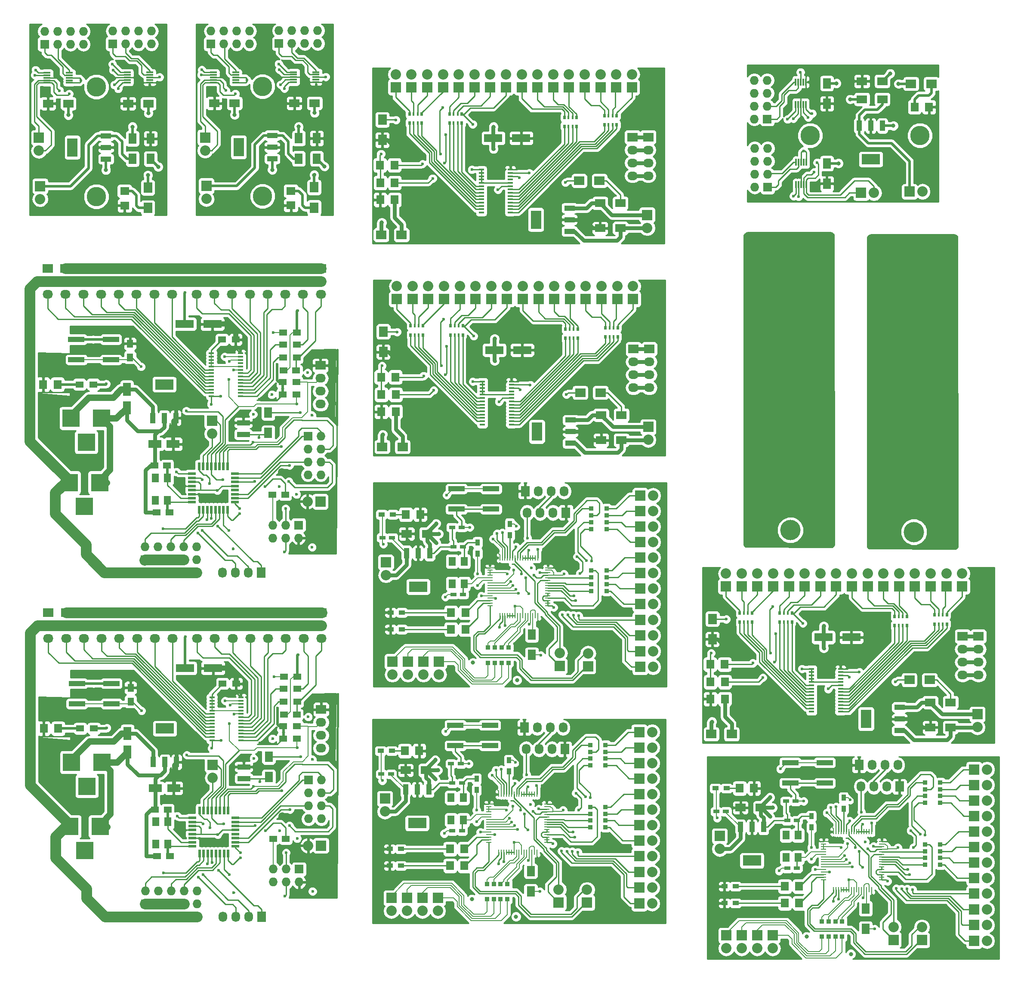
<source format=gbr>
G04 #@! TF.FileFunction,Copper,L1,Top,Signal*
%FSLAX46Y46*%
G04 Gerber Fmt 4.6, Leading zero omitted, Abs format (unit mm)*
G04 Created by KiCad (PCBNEW 4.0.0-rc2-stable) date 7/14/2016 8:37:10 PM*
%MOMM*%
G01*
G04 APERTURE LIST*
%ADD10C,0.100000*%
%ADD11R,1.600200X2.600960*%
%ADD12R,2.600960X1.600200*%
%ADD13R,1.600000X2.000000*%
%ADD14R,1.500000X1.250000*%
%ADD15R,3.599180X1.600200*%
%ADD16R,1.597660X1.800860*%
%ADD17R,2.540000X1.021080*%
%ADD18R,3.500120X3.500120*%
%ADD19R,2.032000X2.032000*%
%ADD20O,2.032000X2.032000*%
%ADD21R,1.727200X2.032000*%
%ADD22O,1.727200X2.032000*%
%ADD23R,1.727200X1.727200*%
%ADD24O,1.727200X1.727200*%
%ADD25R,1.100000X0.400000*%
%ADD26R,3.200000X1.000000*%
%ADD27R,1.399540X1.800860*%
%ADD28R,2.032000X1.727200*%
%ADD29O,2.032000X1.727200*%
%ADD30R,1.300000X1.500000*%
%ADD31R,1.500000X1.300000*%
%ADD32R,3.657600X2.032000*%
%ADD33R,1.016000X2.032000*%
%ADD34R,1.600000X0.550000*%
%ADD35R,0.550000X1.600000*%
%ADD36R,1.200000X0.750000*%
%ADD37R,2.000000X1.600000*%
%ADD38R,0.900000X1.200000*%
%ADD39R,1.200000X0.900000*%
%ADD40R,0.900000X0.900000*%
%ADD41R,1.000000X0.250000*%
%ADD42R,0.250000X1.000000*%
%ADD43R,1.700000X2.000000*%
%ADD44R,2.000000X1.700000*%
%ADD45R,0.500000X0.800000*%
%ADD46R,0.400000X0.800000*%
%ADD47R,2.032000X3.657600*%
%ADD48R,2.032000X1.016000*%
%ADD49R,1.800860X1.597660*%
%ADD50R,1.400000X0.300000*%
%ADD51C,3.800000*%
%ADD52R,0.300000X1.400000*%
%ADD53C,4.000000*%
%ADD54C,0.600000*%
%ADD55C,0.800000*%
%ADD56C,1.500000*%
%ADD57C,0.500000*%
%ADD58C,0.200000*%
%ADD59C,0.250000*%
%ADD60C,0.400000*%
%ADD61C,0.750000*%
%ADD62C,1.250000*%
%ADD63C,2.100000*%
%ADD64C,0.300000*%
%ADD65C,0.150000*%
%ADD66C,1.000000*%
%ADD67C,0.254000*%
G04 APERTURE END LIST*
D10*
D11*
X-475411800Y22819360D03*
X-475411800Y19217640D03*
D12*
X-466308440Y12065000D03*
X-469910160Y12065000D03*
D13*
X-447598800Y14256000D03*
X-447598800Y18256000D03*
D14*
X-442094300Y26543000D03*
X-444594300Y26543000D03*
D15*
X-458563980Y35687000D03*
X-464065620Y35687000D03*
D16*
X-491881160Y23812500D03*
X-489041440Y23812500D03*
D17*
X-452488300Y13967460D03*
X-452488300Y16258540D03*
D18*
X-480387660Y17145000D03*
X-486387140Y17145000D03*
X-483387400Y12446000D03*
D19*
X-437311800Y762000D03*
D20*
X-439851800Y762000D03*
D18*
X-480768660Y4508500D03*
X-486768140Y4508500D03*
X-483768400Y-190500D03*
D19*
X-458647800Y16637000D03*
D20*
X-458647800Y14097000D03*
D21*
X-471855800Y-13208000D03*
D22*
X-469315800Y-13208000D03*
X-466775800Y-13208000D03*
X-464235800Y-13208000D03*
X-461695800Y-13208000D03*
D21*
X-448995800Y-13208000D03*
D22*
X-451535800Y-13208000D03*
X-454075800Y-13208000D03*
X-456615800Y-13208000D03*
D23*
X-441629800Y-3873500D03*
D24*
X-441629800Y-6413500D03*
X-444169800Y-3873500D03*
X-444169800Y-6413500D03*
X-446709800Y-3873500D03*
X-446709800Y-6413500D03*
D25*
X-458767300Y29942500D03*
X-458767300Y29292500D03*
X-458767300Y28642500D03*
X-458767300Y27992500D03*
X-458767300Y27342500D03*
X-458767300Y26692500D03*
X-458767300Y26042500D03*
X-458767300Y25392500D03*
X-458767300Y24742500D03*
X-458767300Y24092500D03*
X-458767300Y23442500D03*
X-458767300Y22792500D03*
X-458767300Y22142500D03*
X-458767300Y21492500D03*
X-453067300Y21492500D03*
X-453067300Y22142500D03*
X-453067300Y22792500D03*
X-453067300Y23442500D03*
X-453067300Y24092500D03*
X-453067300Y24742500D03*
X-453067300Y25392500D03*
X-453067300Y26042500D03*
X-453067300Y26692500D03*
X-453067300Y27342500D03*
X-453067300Y27992500D03*
X-453067300Y28642500D03*
X-453067300Y29292500D03*
X-453067300Y29942500D03*
D26*
X-485352300Y28670500D03*
X-478552300Y28670500D03*
X-478552300Y32670500D03*
X-485352300Y32670500D03*
D27*
X-467418420Y1038860D03*
X-467418420Y5438140D03*
X-469816180Y5438140D03*
X-469816180Y1038860D03*
D28*
X-437311800Y27559000D03*
D29*
X-437311800Y25019000D03*
X-437311800Y22479000D03*
X-437311800Y19939000D03*
D28*
X-470014300Y46609000D03*
D29*
X-470014300Y44069000D03*
X-470014300Y41529000D03*
D28*
X-466521800Y46609000D03*
D29*
X-466521800Y44069000D03*
X-466521800Y41529000D03*
D28*
X-473506800Y46609000D03*
D29*
X-473506800Y44069000D03*
X-473506800Y41529000D03*
D28*
X-476999300Y46609000D03*
D29*
X-476999300Y44069000D03*
X-476999300Y41529000D03*
D28*
X-480491800Y46609000D03*
D29*
X-480491800Y44069000D03*
X-480491800Y41529000D03*
D28*
X-483984300Y46609000D03*
D29*
X-483984300Y44069000D03*
X-483984300Y41529000D03*
D28*
X-487476800Y46609000D03*
D29*
X-487476800Y44069000D03*
X-487476800Y41529000D03*
D28*
X-490969300Y46609000D03*
D29*
X-490969300Y44069000D03*
X-490969300Y41529000D03*
D28*
X-437248300Y46609000D03*
D29*
X-437248300Y44069000D03*
X-437248300Y41529000D03*
D28*
X-440740800Y46609000D03*
D29*
X-440740800Y44069000D03*
X-440740800Y41529000D03*
D28*
X-444233300Y46609000D03*
D29*
X-444233300Y44069000D03*
X-444233300Y41529000D03*
D28*
X-447725800Y46609000D03*
D29*
X-447725800Y44069000D03*
X-447725800Y41529000D03*
D28*
X-451218300Y46609000D03*
D29*
X-451218300Y44069000D03*
X-451218300Y41529000D03*
D28*
X-454710800Y46609000D03*
D29*
X-454710800Y44069000D03*
X-454710800Y41529000D03*
D28*
X-458203300Y46609000D03*
D29*
X-458203300Y44069000D03*
X-458203300Y41529000D03*
D28*
X-461695800Y46609000D03*
D29*
X-461695800Y44069000D03*
X-461695800Y41529000D03*
D30*
X-474776800Y31830000D03*
X-474776800Y29130000D03*
D14*
X-469994300Y7874000D03*
X-467494300Y7874000D03*
X-467049800Y-1333500D03*
X-469549800Y-1333500D03*
X-444253300Y2095500D03*
X-446753300Y2095500D03*
D31*
X-484699300Y23812500D03*
X-481999300Y23812500D03*
X-444757800Y24257000D03*
X-442057800Y24257000D03*
X-444757800Y21844000D03*
X-442057800Y21844000D03*
X-456695800Y32639000D03*
X-453995800Y32639000D03*
X-441994300Y31623000D03*
X-444694300Y31623000D03*
X-441994300Y29083000D03*
X-444694300Y29083000D03*
X-441930800Y34036000D03*
X-444630800Y34036000D03*
D23*
X-471855800Y-10668000D03*
D24*
X-471855800Y-8128000D03*
X-469315800Y-10668000D03*
X-469315800Y-8128000D03*
X-466775800Y-10668000D03*
X-466775800Y-8128000D03*
X-464235800Y-10668000D03*
X-464235800Y-8128000D03*
X-461695800Y-10668000D03*
X-461695800Y-8128000D03*
D23*
X-439788300Y13652500D03*
D24*
X-437248300Y13652500D03*
X-439788300Y11112500D03*
X-437248300Y11112500D03*
X-439788300Y8572500D03*
X-437248300Y8572500D03*
X-439788300Y6032500D03*
X-437248300Y6032500D03*
D32*
X-468045800Y23812500D03*
D33*
X-468045800Y17208500D03*
X-465759800Y17208500D03*
X-470331800Y17208500D03*
D34*
X-462643800Y6229000D03*
X-462643800Y5429000D03*
X-462643800Y4629000D03*
X-462643800Y3829000D03*
X-462643800Y3029000D03*
X-462643800Y2229000D03*
X-462643800Y1429000D03*
X-462643800Y629000D03*
D35*
X-461193800Y-821000D03*
X-460393800Y-821000D03*
X-459593800Y-821000D03*
X-458793800Y-821000D03*
X-457993800Y-821000D03*
X-457193800Y-821000D03*
X-456393800Y-821000D03*
X-455593800Y-821000D03*
D34*
X-454143800Y629000D03*
X-454143800Y1429000D03*
X-454143800Y2229000D03*
X-454143800Y3029000D03*
X-454143800Y3829000D03*
X-454143800Y4629000D03*
X-454143800Y5429000D03*
X-454143800Y6229000D03*
D35*
X-455593800Y7679000D03*
X-456393800Y7679000D03*
X-457193800Y7679000D03*
X-457993800Y7679000D03*
X-458793800Y7679000D03*
X-459593800Y7679000D03*
X-460393800Y7679000D03*
X-461193800Y7679000D03*
D13*
X-396036800Y-8248400D03*
X-396036800Y-4248400D03*
D36*
X-411718800Y16865600D03*
X-409818800Y16865600D03*
X-423534800Y14833600D03*
X-425434800Y14833600D03*
D37*
X-420642800Y15595600D03*
X-416642800Y15595600D03*
D36*
X-409564800Y3657600D03*
X-411464800Y3657600D03*
X-411464800Y13055600D03*
X-409564800Y13055600D03*
D16*
X-417984940Y19405600D03*
X-420824660Y19405600D03*
X-411934660Y101600D03*
X-409094940Y101600D03*
X-411934660Y-3200400D03*
X-409094940Y-3200400D03*
D19*
X-374700800Y10922000D03*
D20*
X-372160800Y10922000D03*
D19*
X-374700800Y7874000D03*
D20*
X-372160800Y7874000D03*
D19*
X-374700800Y4826000D03*
D20*
X-372160800Y4826000D03*
D19*
X-374700800Y1778000D03*
D20*
X-372160800Y1778000D03*
D19*
X-414324800Y-9550400D03*
D20*
X-414324800Y-12090400D03*
D19*
X-417372800Y-9550400D03*
D20*
X-417372800Y-12090400D03*
D19*
X-420420800Y-9550400D03*
D20*
X-420420800Y-12090400D03*
D19*
X-423468800Y-9550400D03*
D20*
X-423468800Y-12090400D03*
D19*
X-374700800Y23114000D03*
D20*
X-372160800Y23114000D03*
D19*
X-374700800Y20066000D03*
D20*
X-372160800Y20066000D03*
D19*
X-374700800Y17018000D03*
D20*
X-372160800Y17018000D03*
D19*
X-374700800Y13970000D03*
D20*
X-372160800Y13970000D03*
D21*
X-389331200Y19761200D03*
D22*
X-391871200Y19761200D03*
X-394411200Y19761200D03*
X-396951200Y19761200D03*
D21*
X-397306800Y23977600D03*
D22*
X-394766800Y23977600D03*
X-392226800Y23977600D03*
X-389686800Y23977600D03*
D19*
X-424738800Y10007600D03*
D20*
X-424738800Y7467600D03*
D38*
X-400354800Y15359200D03*
X-400354800Y17559200D03*
X-406704800Y11701600D03*
X-406704800Y13901600D03*
D39*
X-423384800Y19405600D03*
X-425584800Y19405600D03*
X-423806800Y101600D03*
X-421606800Y101600D03*
X-423806800Y-3200400D03*
X-421606800Y-3200400D03*
D26*
X-410866800Y20453600D03*
X-404066800Y20453600D03*
X-404066800Y24453600D03*
X-410866800Y24453600D03*
D32*
X-418388800Y5181600D03*
D33*
X-418388800Y11785600D03*
X-420674800Y11785600D03*
X-416102800Y11785600D03*
D27*
X-409315920Y5775960D03*
X-409315920Y10175240D03*
X-411713680Y10175240D03*
X-411713680Y5775960D03*
D40*
X-400640800Y-6780400D03*
X-404640800Y-6780400D03*
X-401980800Y-6780400D03*
X-403300800Y-6780400D03*
X-401980800Y-9780400D03*
X-400640800Y-9780400D03*
X-404640800Y-9780400D03*
X-403300800Y-9780400D03*
X-384328800Y20542000D03*
X-384328800Y16542000D03*
X-384328800Y19202000D03*
X-384328800Y17882000D03*
X-381328800Y19202000D03*
X-381328800Y20542000D03*
X-381328800Y16542000D03*
X-381328800Y17882000D03*
X-384328800Y8350000D03*
X-384328800Y4350000D03*
X-384328800Y7010000D03*
X-384328800Y5690000D03*
X-381328800Y7010000D03*
X-381328800Y8350000D03*
X-381328800Y4350000D03*
X-381328800Y5690000D03*
D19*
X-390550400Y-10414000D03*
D20*
X-390550400Y-7874000D03*
D19*
X-384962400Y-10464800D03*
D20*
X-384962400Y-7924800D03*
D41*
X-404276800Y8931600D03*
X-404276800Y8431600D03*
X-404276800Y7931600D03*
X-404276800Y7431600D03*
X-404276800Y6931600D03*
X-404276800Y6431600D03*
X-404276800Y5931600D03*
X-404276800Y5431600D03*
X-404276800Y4931600D03*
X-404276800Y4431600D03*
X-404276800Y3931600D03*
X-404276800Y3431600D03*
X-404276800Y2931600D03*
X-404276800Y2431600D03*
X-404276800Y1931600D03*
X-404276800Y1431600D03*
D42*
X-402326800Y-518400D03*
X-401826800Y-518400D03*
X-401326800Y-518400D03*
X-400826800Y-518400D03*
X-400326800Y-518400D03*
X-399826800Y-518400D03*
X-399326800Y-518400D03*
X-398826800Y-518400D03*
X-398326800Y-518400D03*
X-397826800Y-518400D03*
X-397326800Y-518400D03*
X-396826800Y-518400D03*
X-396326800Y-518400D03*
X-395826800Y-518400D03*
X-395326800Y-518400D03*
X-394826800Y-518400D03*
D41*
X-392876800Y1431600D03*
X-392876800Y1931600D03*
X-392876800Y2431600D03*
X-392876800Y2931600D03*
X-392876800Y3431600D03*
X-392876800Y3931600D03*
X-392876800Y4431600D03*
X-392876800Y4931600D03*
X-392876800Y5431600D03*
X-392876800Y5931600D03*
X-392876800Y6431600D03*
X-392876800Y6931600D03*
X-392876800Y7431600D03*
X-392876800Y7931600D03*
X-392876800Y8431600D03*
X-392876800Y8931600D03*
D42*
X-394826800Y10881600D03*
X-395326800Y10881600D03*
X-395826800Y10881600D03*
X-396326800Y10881600D03*
X-396826800Y10881600D03*
X-397326800Y10881600D03*
X-397826800Y10881600D03*
X-398326800Y10881600D03*
X-398826800Y10881600D03*
X-399326800Y10881600D03*
X-399826800Y10881600D03*
X-400326800Y10881600D03*
X-400826800Y10881600D03*
X-401326800Y10881600D03*
X-401826800Y10881600D03*
X-402326800Y10881600D03*
D19*
X-374700800Y-1320800D03*
D20*
X-372160800Y-1320800D03*
D19*
X-374700800Y-4419600D03*
D20*
X-372160800Y-4419600D03*
D19*
X-374700800Y-7518400D03*
D20*
X-372160800Y-7518400D03*
D19*
X-374700800Y-10617200D03*
D20*
X-372160800Y-10617200D03*
D13*
X-395833600Y38284400D03*
X-395833600Y42284400D03*
D36*
X-411515600Y63398400D03*
X-409615600Y63398400D03*
X-423331600Y61366400D03*
X-425231600Y61366400D03*
D37*
X-420439600Y62128400D03*
X-416439600Y62128400D03*
D36*
X-409361600Y50190400D03*
X-411261600Y50190400D03*
X-411261600Y59588400D03*
X-409361600Y59588400D03*
D16*
X-417781740Y65938400D03*
X-420621460Y65938400D03*
X-411731460Y46634400D03*
X-408891740Y46634400D03*
X-411731460Y43332400D03*
X-408891740Y43332400D03*
D19*
X-374497600Y57454800D03*
D20*
X-371957600Y57454800D03*
D19*
X-374497600Y54406800D03*
D20*
X-371957600Y54406800D03*
D19*
X-374497600Y51358800D03*
D20*
X-371957600Y51358800D03*
D19*
X-374497600Y48310800D03*
D20*
X-371957600Y48310800D03*
D19*
X-414121600Y36982400D03*
D20*
X-414121600Y34442400D03*
D19*
X-417169600Y36982400D03*
D20*
X-417169600Y34442400D03*
D19*
X-420217600Y36982400D03*
D20*
X-420217600Y34442400D03*
D19*
X-423265600Y36982400D03*
D20*
X-423265600Y34442400D03*
D19*
X-374497600Y69646800D03*
D20*
X-371957600Y69646800D03*
D19*
X-374497600Y66598800D03*
D20*
X-371957600Y66598800D03*
D19*
X-374497600Y63550800D03*
D20*
X-371957600Y63550800D03*
D19*
X-374497600Y60502800D03*
D20*
X-371957600Y60502800D03*
D21*
X-389128000Y66294000D03*
D22*
X-391668000Y66294000D03*
X-394208000Y66294000D03*
X-396748000Y66294000D03*
D21*
X-397103600Y70510400D03*
D22*
X-394563600Y70510400D03*
X-392023600Y70510400D03*
X-389483600Y70510400D03*
D19*
X-424535600Y56540400D03*
D20*
X-424535600Y54000400D03*
D38*
X-400151600Y61892000D03*
X-400151600Y64092000D03*
X-406501600Y58234400D03*
X-406501600Y60434400D03*
D39*
X-423181600Y65938400D03*
X-425381600Y65938400D03*
X-423603600Y46634400D03*
X-421403600Y46634400D03*
X-423603600Y43332400D03*
X-421403600Y43332400D03*
D26*
X-410663600Y66986400D03*
X-403863600Y66986400D03*
X-403863600Y70986400D03*
X-410663600Y70986400D03*
D32*
X-418185600Y51714400D03*
D33*
X-418185600Y58318400D03*
X-420471600Y58318400D03*
X-415899600Y58318400D03*
D27*
X-409112720Y52308760D03*
X-409112720Y56708040D03*
X-411510480Y56708040D03*
X-411510480Y52308760D03*
D40*
X-400437600Y39752400D03*
X-404437600Y39752400D03*
X-401777600Y39752400D03*
X-403097600Y39752400D03*
X-401777600Y36752400D03*
X-400437600Y36752400D03*
X-404437600Y36752400D03*
X-403097600Y36752400D03*
X-384125600Y67074800D03*
X-384125600Y63074800D03*
X-384125600Y65734800D03*
X-384125600Y64414800D03*
X-381125600Y65734800D03*
X-381125600Y67074800D03*
X-381125600Y63074800D03*
X-381125600Y64414800D03*
X-384125600Y54882800D03*
X-384125600Y50882800D03*
X-384125600Y53542800D03*
X-384125600Y52222800D03*
X-381125600Y53542800D03*
X-381125600Y54882800D03*
X-381125600Y50882800D03*
X-381125600Y52222800D03*
D19*
X-390347200Y36118800D03*
D20*
X-390347200Y38658800D03*
D19*
X-384759200Y36068000D03*
D20*
X-384759200Y38608000D03*
D41*
X-404073600Y55464400D03*
X-404073600Y54964400D03*
X-404073600Y54464400D03*
X-404073600Y53964400D03*
X-404073600Y53464400D03*
X-404073600Y52964400D03*
X-404073600Y52464400D03*
X-404073600Y51964400D03*
X-404073600Y51464400D03*
X-404073600Y50964400D03*
X-404073600Y50464400D03*
X-404073600Y49964400D03*
X-404073600Y49464400D03*
X-404073600Y48964400D03*
X-404073600Y48464400D03*
X-404073600Y47964400D03*
D42*
X-402123600Y46014400D03*
X-401623600Y46014400D03*
X-401123600Y46014400D03*
X-400623600Y46014400D03*
X-400123600Y46014400D03*
X-399623600Y46014400D03*
X-399123600Y46014400D03*
X-398623600Y46014400D03*
X-398123600Y46014400D03*
X-397623600Y46014400D03*
X-397123600Y46014400D03*
X-396623600Y46014400D03*
X-396123600Y46014400D03*
X-395623600Y46014400D03*
X-395123600Y46014400D03*
X-394623600Y46014400D03*
D41*
X-392673600Y47964400D03*
X-392673600Y48464400D03*
X-392673600Y48964400D03*
X-392673600Y49464400D03*
X-392673600Y49964400D03*
X-392673600Y50464400D03*
X-392673600Y50964400D03*
X-392673600Y51464400D03*
X-392673600Y51964400D03*
X-392673600Y52464400D03*
X-392673600Y52964400D03*
X-392673600Y53464400D03*
X-392673600Y53964400D03*
X-392673600Y54464400D03*
X-392673600Y54964400D03*
X-392673600Y55464400D03*
D42*
X-394623600Y57414400D03*
X-395123600Y57414400D03*
X-395623600Y57414400D03*
X-396123600Y57414400D03*
X-396623600Y57414400D03*
X-397123600Y57414400D03*
X-397623600Y57414400D03*
X-398123600Y57414400D03*
X-398623600Y57414400D03*
X-399123600Y57414400D03*
X-399623600Y57414400D03*
X-400123600Y57414400D03*
X-400623600Y57414400D03*
X-401123600Y57414400D03*
X-401623600Y57414400D03*
X-402123600Y57414400D03*
D19*
X-374497600Y45212000D03*
D20*
X-371957600Y45212000D03*
D19*
X-374497600Y42113200D03*
D20*
X-371957600Y42113200D03*
D19*
X-374497600Y39014400D03*
D20*
X-371957600Y39014400D03*
D19*
X-374497600Y35915600D03*
D20*
X-371957600Y35915600D03*
D11*
X-475513400Y90535760D03*
X-475513400Y86934040D03*
D12*
X-466410040Y79781400D03*
X-470011760Y79781400D03*
D13*
X-447700400Y81972400D03*
X-447700400Y85972400D03*
D14*
X-442195900Y94259400D03*
X-444695900Y94259400D03*
D15*
X-458665580Y103403400D03*
X-464167220Y103403400D03*
D16*
X-491982760Y91528900D03*
X-489143040Y91528900D03*
D17*
X-452589900Y81683860D03*
X-452589900Y83974940D03*
D18*
X-480489260Y84861400D03*
X-486488740Y84861400D03*
X-483489000Y80162400D03*
D19*
X-437413400Y68478400D03*
D20*
X-439953400Y68478400D03*
D18*
X-480870260Y72224900D03*
X-486869740Y72224900D03*
X-483870000Y67525900D03*
D19*
X-458749400Y84353400D03*
D20*
X-458749400Y81813400D03*
D21*
X-471957400Y54508400D03*
D22*
X-469417400Y54508400D03*
X-466877400Y54508400D03*
X-464337400Y54508400D03*
X-461797400Y54508400D03*
D21*
X-449097400Y54508400D03*
D22*
X-451637400Y54508400D03*
X-454177400Y54508400D03*
X-456717400Y54508400D03*
D23*
X-441731400Y63842900D03*
D24*
X-441731400Y61302900D03*
X-444271400Y63842900D03*
X-444271400Y61302900D03*
X-446811400Y63842900D03*
X-446811400Y61302900D03*
D25*
X-458868900Y97658900D03*
X-458868900Y97008900D03*
X-458868900Y96358900D03*
X-458868900Y95708900D03*
X-458868900Y95058900D03*
X-458868900Y94408900D03*
X-458868900Y93758900D03*
X-458868900Y93108900D03*
X-458868900Y92458900D03*
X-458868900Y91808900D03*
X-458868900Y91158900D03*
X-458868900Y90508900D03*
X-458868900Y89858900D03*
X-458868900Y89208900D03*
X-453168900Y89208900D03*
X-453168900Y89858900D03*
X-453168900Y90508900D03*
X-453168900Y91158900D03*
X-453168900Y91808900D03*
X-453168900Y92458900D03*
X-453168900Y93108900D03*
X-453168900Y93758900D03*
X-453168900Y94408900D03*
X-453168900Y95058900D03*
X-453168900Y95708900D03*
X-453168900Y96358900D03*
X-453168900Y97008900D03*
X-453168900Y97658900D03*
D26*
X-485453900Y96386900D03*
X-478653900Y96386900D03*
X-478653900Y100386900D03*
X-485453900Y100386900D03*
D27*
X-467520020Y68755260D03*
X-467520020Y73154540D03*
X-469917780Y73154540D03*
X-469917780Y68755260D03*
D28*
X-437413400Y95275400D03*
D29*
X-437413400Y92735400D03*
X-437413400Y90195400D03*
X-437413400Y87655400D03*
D28*
X-470115900Y114325400D03*
D29*
X-470115900Y111785400D03*
X-470115900Y109245400D03*
D28*
X-466623400Y114325400D03*
D29*
X-466623400Y111785400D03*
X-466623400Y109245400D03*
D28*
X-473608400Y114325400D03*
D29*
X-473608400Y111785400D03*
X-473608400Y109245400D03*
D28*
X-477100900Y114325400D03*
D29*
X-477100900Y111785400D03*
X-477100900Y109245400D03*
D28*
X-480593400Y114325400D03*
D29*
X-480593400Y111785400D03*
X-480593400Y109245400D03*
D28*
X-484085900Y114325400D03*
D29*
X-484085900Y111785400D03*
X-484085900Y109245400D03*
D28*
X-487578400Y114325400D03*
D29*
X-487578400Y111785400D03*
X-487578400Y109245400D03*
D28*
X-491070900Y114325400D03*
D29*
X-491070900Y111785400D03*
X-491070900Y109245400D03*
D28*
X-437349900Y114325400D03*
D29*
X-437349900Y111785400D03*
X-437349900Y109245400D03*
D28*
X-440842400Y114325400D03*
D29*
X-440842400Y111785400D03*
X-440842400Y109245400D03*
D28*
X-444334900Y114325400D03*
D29*
X-444334900Y111785400D03*
X-444334900Y109245400D03*
D28*
X-447827400Y114325400D03*
D29*
X-447827400Y111785400D03*
X-447827400Y109245400D03*
D28*
X-451319900Y114325400D03*
D29*
X-451319900Y111785400D03*
X-451319900Y109245400D03*
D28*
X-454812400Y114325400D03*
D29*
X-454812400Y111785400D03*
X-454812400Y109245400D03*
D28*
X-458304900Y114325400D03*
D29*
X-458304900Y111785400D03*
X-458304900Y109245400D03*
D28*
X-461797400Y114325400D03*
D29*
X-461797400Y111785400D03*
X-461797400Y109245400D03*
D30*
X-474878400Y99546400D03*
X-474878400Y96846400D03*
D14*
X-470095900Y75590400D03*
X-467595900Y75590400D03*
X-467151400Y66382900D03*
X-469651400Y66382900D03*
X-444354900Y69811900D03*
X-446854900Y69811900D03*
D31*
X-484800900Y91528900D03*
X-482100900Y91528900D03*
X-444859400Y91973400D03*
X-442159400Y91973400D03*
X-444859400Y89560400D03*
X-442159400Y89560400D03*
X-456797400Y100355400D03*
X-454097400Y100355400D03*
X-442095900Y99339400D03*
X-444795900Y99339400D03*
X-442095900Y96799400D03*
X-444795900Y96799400D03*
X-442032400Y101752400D03*
X-444732400Y101752400D03*
D23*
X-471957400Y57048400D03*
D24*
X-471957400Y59588400D03*
X-469417400Y57048400D03*
X-469417400Y59588400D03*
X-466877400Y57048400D03*
X-466877400Y59588400D03*
X-464337400Y57048400D03*
X-464337400Y59588400D03*
X-461797400Y57048400D03*
X-461797400Y59588400D03*
D23*
X-439889900Y81368900D03*
D24*
X-437349900Y81368900D03*
X-439889900Y78828900D03*
X-437349900Y78828900D03*
X-439889900Y76288900D03*
X-437349900Y76288900D03*
X-439889900Y73748900D03*
X-437349900Y73748900D03*
D32*
X-468147400Y91528900D03*
D33*
X-468147400Y84924900D03*
X-465861400Y84924900D03*
X-470433400Y84924900D03*
D34*
X-462745400Y73945400D03*
X-462745400Y73145400D03*
X-462745400Y72345400D03*
X-462745400Y71545400D03*
X-462745400Y70745400D03*
X-462745400Y69945400D03*
X-462745400Y69145400D03*
X-462745400Y68345400D03*
D35*
X-461295400Y66895400D03*
X-460495400Y66895400D03*
X-459695400Y66895400D03*
X-458895400Y66895400D03*
X-458095400Y66895400D03*
X-457295400Y66895400D03*
X-456495400Y66895400D03*
X-455695400Y66895400D03*
D34*
X-454245400Y68345400D03*
X-454245400Y69145400D03*
X-454245400Y69945400D03*
X-454245400Y70745400D03*
X-454245400Y71545400D03*
X-454245400Y72345400D03*
X-454245400Y73145400D03*
X-454245400Y73945400D03*
D35*
X-455695400Y75395400D03*
X-456495400Y75395400D03*
X-457295400Y75395400D03*
X-458095400Y75395400D03*
X-458895400Y75395400D03*
X-459695400Y75395400D03*
X-460495400Y75395400D03*
X-461295400Y75395400D03*
D16*
X-425447460Y86156800D03*
X-422607740Y86156800D03*
D15*
X-397705580Y98298000D03*
X-403207220Y98298000D03*
D16*
X-422607740Y89509600D03*
X-425447460Y89509600D03*
X-422658540Y92964000D03*
X-425498260Y92964000D03*
D28*
X-375818400Y98501200D03*
D29*
X-375818400Y95961200D03*
X-375818400Y93421200D03*
X-375818400Y90881200D03*
D28*
X-372719600Y98501200D03*
D29*
X-372719600Y95961200D03*
X-372719600Y93421200D03*
X-372719600Y90881200D03*
D19*
X-372922800Y83159600D03*
D20*
X-372922800Y80619600D03*
D25*
X-405541600Y92109000D03*
X-405541600Y91459000D03*
X-405541600Y90809000D03*
X-405541600Y90159000D03*
X-405541600Y89509000D03*
X-405541600Y88859000D03*
X-405541600Y88209000D03*
X-405541600Y87559000D03*
X-405541600Y86909000D03*
X-405541600Y86259000D03*
X-405541600Y85609000D03*
X-405541600Y84959000D03*
X-405541600Y84309000D03*
X-405541600Y83659000D03*
X-399841600Y83659000D03*
X-399841600Y84309000D03*
X-399841600Y84959000D03*
X-399841600Y85609000D03*
X-399841600Y86259000D03*
X-399841600Y86909000D03*
X-399841600Y87559000D03*
X-399841600Y88209000D03*
X-399841600Y88859000D03*
X-399841600Y89509000D03*
X-399841600Y90159000D03*
X-399841600Y90809000D03*
X-399841600Y91459000D03*
X-399841600Y92109000D03*
D43*
X-425043600Y97923600D03*
X-425043600Y101923600D03*
D44*
X-421265600Y79248000D03*
X-425265600Y79248000D03*
X-386302000Y89916000D03*
X-382302000Y89916000D03*
D45*
X-409416400Y103058800D03*
D46*
X-411016400Y103058800D03*
X-410216400Y103058800D03*
D45*
X-411816400Y103058800D03*
D46*
X-410216400Y101258800D03*
D45*
X-409416400Y101258800D03*
D46*
X-411016400Y101258800D03*
D45*
X-411816400Y101258800D03*
X-417290400Y103058800D03*
D46*
X-418890400Y103058800D03*
X-418090400Y103058800D03*
D45*
X-419690400Y103058800D03*
D46*
X-418090400Y101258800D03*
D45*
X-417290400Y101258800D03*
D46*
X-418890400Y101258800D03*
D45*
X-419690400Y101258800D03*
X-389210400Y100598400D03*
D46*
X-387610400Y100598400D03*
X-388410400Y100598400D03*
D45*
X-386810400Y100598400D03*
D46*
X-388410400Y102398400D03*
D45*
X-389210400Y102398400D03*
D46*
X-387610400Y102398400D03*
D45*
X-386810400Y102398400D03*
X-381336400Y100903200D03*
D46*
X-379736400Y100903200D03*
X-380536400Y100903200D03*
D45*
X-378936400Y100903200D03*
D46*
X-380536400Y102703200D03*
D45*
X-381336400Y102703200D03*
D46*
X-379736400Y102703200D03*
D45*
X-378936400Y102703200D03*
D19*
X-400710400Y108305600D03*
D20*
X-400710400Y110845600D03*
D19*
X-406908000Y108305600D03*
D20*
X-406908000Y110845600D03*
D19*
X-410006800Y108305600D03*
D20*
X-410006800Y110845600D03*
D19*
X-413105600Y108305600D03*
D20*
X-413105600Y110845600D03*
D19*
X-416204400Y108305600D03*
D20*
X-416204400Y110845600D03*
D19*
X-419303200Y108305600D03*
D20*
X-419303200Y110845600D03*
D19*
X-422402000Y108305600D03*
D20*
X-422402000Y110845600D03*
D19*
X-375920000Y108305600D03*
D20*
X-375920000Y110845600D03*
D19*
X-379018800Y108305600D03*
D20*
X-379018800Y110845600D03*
D19*
X-382117600Y108305600D03*
D20*
X-382117600Y110845600D03*
D19*
X-385216400Y108305600D03*
D20*
X-385216400Y110845600D03*
D19*
X-388315200Y108305600D03*
D20*
X-388315200Y110845600D03*
D19*
X-391414000Y108305600D03*
D20*
X-391414000Y110845600D03*
D19*
X-394512800Y108305600D03*
D20*
X-394512800Y110845600D03*
D19*
X-397611600Y108305600D03*
D20*
X-397611600Y110845600D03*
D19*
X-403809200Y108305600D03*
D20*
X-403809200Y110845600D03*
D37*
X-382187200Y85496400D03*
X-378187200Y85496400D03*
X-382187200Y80568800D03*
X-378187200Y80568800D03*
D47*
X-394817600Y82245200D03*
D48*
X-388213600Y82245200D03*
X-388213600Y84531200D03*
X-388213600Y79959200D03*
D16*
X-425650660Y127863600D03*
X-422810940Y127863600D03*
D15*
X-397908780Y140004800D03*
X-403410420Y140004800D03*
D16*
X-422810940Y131216400D03*
X-425650660Y131216400D03*
X-422861740Y134670800D03*
X-425701460Y134670800D03*
D28*
X-376021600Y140208000D03*
D29*
X-376021600Y137668000D03*
X-376021600Y135128000D03*
X-376021600Y132588000D03*
D28*
X-372922800Y140208000D03*
D29*
X-372922800Y137668000D03*
X-372922800Y135128000D03*
X-372922800Y132588000D03*
D19*
X-373126000Y124866400D03*
D20*
X-373126000Y122326400D03*
D25*
X-405744800Y133815800D03*
X-405744800Y133165800D03*
X-405744800Y132515800D03*
X-405744800Y131865800D03*
X-405744800Y131215800D03*
X-405744800Y130565800D03*
X-405744800Y129915800D03*
X-405744800Y129265800D03*
X-405744800Y128615800D03*
X-405744800Y127965800D03*
X-405744800Y127315800D03*
X-405744800Y126665800D03*
X-405744800Y126015800D03*
X-405744800Y125365800D03*
X-400044800Y125365800D03*
X-400044800Y126015800D03*
X-400044800Y126665800D03*
X-400044800Y127315800D03*
X-400044800Y127965800D03*
X-400044800Y128615800D03*
X-400044800Y129265800D03*
X-400044800Y129915800D03*
X-400044800Y130565800D03*
X-400044800Y131215800D03*
X-400044800Y131865800D03*
X-400044800Y132515800D03*
X-400044800Y133165800D03*
X-400044800Y133815800D03*
D43*
X-425246800Y139630400D03*
X-425246800Y143630400D03*
D44*
X-421468800Y120954800D03*
X-425468800Y120954800D03*
X-386505200Y131622800D03*
X-382505200Y131622800D03*
D45*
X-409619600Y144765600D03*
D46*
X-411219600Y144765600D03*
X-410419600Y144765600D03*
D45*
X-412019600Y144765600D03*
D46*
X-410419600Y142965600D03*
D45*
X-409619600Y142965600D03*
D46*
X-411219600Y142965600D03*
D45*
X-412019600Y142965600D03*
X-417493600Y144765600D03*
D46*
X-419093600Y144765600D03*
X-418293600Y144765600D03*
D45*
X-419893600Y144765600D03*
D46*
X-418293600Y142965600D03*
D45*
X-417493600Y142965600D03*
D46*
X-419093600Y142965600D03*
D45*
X-419893600Y142965600D03*
X-389413600Y142305200D03*
D46*
X-387813600Y142305200D03*
X-388613600Y142305200D03*
D45*
X-387013600Y142305200D03*
D46*
X-388613600Y144105200D03*
D45*
X-389413600Y144105200D03*
D46*
X-387813600Y144105200D03*
D45*
X-387013600Y144105200D03*
X-381539600Y142610000D03*
D46*
X-379939600Y142610000D03*
X-380739600Y142610000D03*
D45*
X-379139600Y142610000D03*
D46*
X-380739600Y144410000D03*
D45*
X-381539600Y144410000D03*
D46*
X-379939600Y144410000D03*
D45*
X-379139600Y144410000D03*
D19*
X-400913600Y150012400D03*
D20*
X-400913600Y152552400D03*
D19*
X-407111200Y150012400D03*
D20*
X-407111200Y152552400D03*
D19*
X-410210000Y150012400D03*
D20*
X-410210000Y152552400D03*
D19*
X-413308800Y150012400D03*
D20*
X-413308800Y152552400D03*
D19*
X-416407600Y150012400D03*
D20*
X-416407600Y152552400D03*
D19*
X-419506400Y150012400D03*
D20*
X-419506400Y152552400D03*
D19*
X-422605200Y150012400D03*
D20*
X-422605200Y152552400D03*
D19*
X-376123200Y150012400D03*
D20*
X-376123200Y152552400D03*
D19*
X-379222000Y150012400D03*
D20*
X-379222000Y152552400D03*
D19*
X-382320800Y150012400D03*
D20*
X-382320800Y152552400D03*
D19*
X-385419600Y150012400D03*
D20*
X-385419600Y152552400D03*
D19*
X-388518400Y150012400D03*
D20*
X-388518400Y152552400D03*
D19*
X-391617200Y150012400D03*
D20*
X-391617200Y152552400D03*
D19*
X-394716000Y150012400D03*
D20*
X-394716000Y152552400D03*
D19*
X-397814800Y150012400D03*
D20*
X-397814800Y152552400D03*
D19*
X-404012400Y150012400D03*
D20*
X-404012400Y152552400D03*
D37*
X-382390400Y127203200D03*
X-378390400Y127203200D03*
X-382390400Y122275600D03*
X-378390400Y122275600D03*
D47*
X-395020800Y123952000D03*
D48*
X-388416800Y123952000D03*
X-388416800Y126238000D03*
X-388416800Y121666000D03*
D37*
X-442563000Y146862800D03*
X-438563000Y146862800D03*
X-458311000Y146862800D03*
X-454311000Y146862800D03*
D13*
X-441706000Y135972800D03*
X-441706000Y139972800D03*
X-438150000Y139972800D03*
X-438150000Y135972800D03*
D49*
X-443230000Y126773940D03*
X-443230000Y129613660D03*
D19*
X-459867000Y130606800D03*
D20*
X-459867000Y128066800D03*
D19*
X-460121000Y140131800D03*
D20*
X-460121000Y137591800D03*
D23*
X-458978000Y158546800D03*
D24*
X-458978000Y161086800D03*
X-456438000Y158546800D03*
X-456438000Y161086800D03*
X-453898000Y158546800D03*
X-453898000Y161086800D03*
X-451358000Y158546800D03*
X-451358000Y161086800D03*
D23*
X-445579500Y158610300D03*
D24*
X-445579500Y161150300D03*
X-443039500Y158610300D03*
X-443039500Y161150300D03*
X-440499500Y158610300D03*
X-440499500Y161150300D03*
X-437959500Y158610300D03*
X-437959500Y161150300D03*
D43*
X-438658000Y126320800D03*
X-438658000Y130320800D03*
D47*
X-453517000Y138226800D03*
D48*
X-446913000Y138226800D03*
X-446913000Y140512800D03*
X-446913000Y135940800D03*
D50*
X-454111000Y150942800D03*
X-454111000Y151442800D03*
X-454111000Y151942800D03*
X-454111000Y152442800D03*
X-454111000Y152942800D03*
X-458511000Y152942800D03*
X-458511000Y152442800D03*
X-458511000Y151942800D03*
X-458511000Y151442800D03*
X-458511000Y150942800D03*
X-438299500Y151006300D03*
X-438299500Y151506300D03*
X-438299500Y152006300D03*
X-438299500Y152506300D03*
X-438299500Y153006300D03*
X-442699500Y153006300D03*
X-442699500Y152506300D03*
X-442699500Y152006300D03*
X-442699500Y151506300D03*
X-442699500Y151006300D03*
D51*
X-448818000Y128574800D03*
X-448818000Y150164800D03*
D37*
X-475278200Y146812000D03*
X-471278200Y146812000D03*
X-491026200Y146812000D03*
X-487026200Y146812000D03*
D13*
X-474421200Y135922000D03*
X-474421200Y139922000D03*
X-470865200Y139922000D03*
X-470865200Y135922000D03*
D49*
X-475945200Y126723140D03*
X-475945200Y129562860D03*
D19*
X-492582200Y130556000D03*
D20*
X-492582200Y128016000D03*
D19*
X-492836200Y140081000D03*
D20*
X-492836200Y137541000D03*
D23*
X-491693200Y158496000D03*
D24*
X-491693200Y161036000D03*
X-489153200Y158496000D03*
X-489153200Y161036000D03*
X-486613200Y158496000D03*
X-486613200Y161036000D03*
X-484073200Y158496000D03*
X-484073200Y161036000D03*
D23*
X-478294700Y158559500D03*
D24*
X-478294700Y161099500D03*
X-475754700Y158559500D03*
X-475754700Y161099500D03*
X-473214700Y158559500D03*
X-473214700Y161099500D03*
X-470674700Y158559500D03*
X-470674700Y161099500D03*
D43*
X-471373200Y126270000D03*
X-471373200Y130270000D03*
D47*
X-486232200Y138176000D03*
D48*
X-479628200Y138176000D03*
X-479628200Y140462000D03*
X-479628200Y135890000D03*
D50*
X-486826200Y150892000D03*
X-486826200Y151392000D03*
X-486826200Y151892000D03*
X-486826200Y152392000D03*
X-486826200Y152892000D03*
X-491226200Y152892000D03*
X-491226200Y152392000D03*
X-491226200Y151892000D03*
X-491226200Y151392000D03*
X-491226200Y150892000D03*
X-471014700Y150955500D03*
X-471014700Y151455500D03*
X-471014700Y151955500D03*
X-471014700Y152455500D03*
X-471014700Y152955500D03*
X-475414700Y152955500D03*
X-475414700Y152455500D03*
X-475414700Y151955500D03*
X-475414700Y151455500D03*
X-475414700Y150955500D03*
D51*
X-481533200Y128524000D03*
X-481533200Y150114000D03*
D13*
X-337747650Y146789350D03*
X-337747650Y150789350D03*
X-337747650Y131041350D03*
X-337747650Y135041350D03*
D37*
X-326857650Y147646350D03*
X-330857650Y147646350D03*
X-330857650Y151202350D03*
X-326857650Y151202350D03*
D16*
X-317658790Y146122350D03*
X-320498510Y146122350D03*
D19*
X-321491650Y129485350D03*
D20*
X-318951650Y129485350D03*
D19*
X-331016650Y129231350D03*
D20*
X-328476650Y129231350D03*
D23*
X-349431650Y130374350D03*
D24*
X-351971650Y130374350D03*
X-349431650Y132914350D03*
X-351971650Y132914350D03*
X-349431650Y135454350D03*
X-351971650Y135454350D03*
X-349431650Y137994350D03*
X-351971650Y137994350D03*
D23*
X-349495150Y143772850D03*
D24*
X-352035150Y143772850D03*
X-349495150Y146312850D03*
X-352035150Y146312850D03*
X-349495150Y148852850D03*
X-352035150Y148852850D03*
X-349495150Y151392850D03*
X-352035150Y151392850D03*
D44*
X-317205650Y150694350D03*
X-321205650Y150694350D03*
D32*
X-329111650Y135835350D03*
D33*
X-329111650Y142439350D03*
X-331397650Y142439350D03*
X-326825650Y142439350D03*
D52*
X-341827650Y135241350D03*
X-342327650Y135241350D03*
X-342827650Y135241350D03*
X-343327650Y135241350D03*
X-343827650Y135241350D03*
X-343827650Y130841350D03*
X-343327650Y130841350D03*
X-342827650Y130841350D03*
X-342327650Y130841350D03*
X-341827650Y130841350D03*
X-341891150Y151052850D03*
X-342391150Y151052850D03*
X-342891150Y151052850D03*
X-343391150Y151052850D03*
X-343891150Y151052850D03*
X-343891150Y146652850D03*
X-343391150Y146652850D03*
X-342891150Y146652850D03*
X-342391150Y146652850D03*
X-341891150Y146652850D03*
D51*
X-319459650Y140534350D03*
X-341049650Y140534350D03*
D53*
X-344947200Y62876800D03*
X-320639400Y62495800D03*
D16*
X-360677460Y29616400D03*
X-357837740Y29616400D03*
D15*
X-332935580Y41757600D03*
X-338437220Y41757600D03*
D16*
X-357837740Y32969200D03*
X-360677460Y32969200D03*
X-357888540Y36423600D03*
X-360728260Y36423600D03*
D28*
X-311048400Y41960800D03*
D29*
X-311048400Y39420800D03*
X-311048400Y36880800D03*
X-311048400Y34340800D03*
D28*
X-307949600Y41960800D03*
D29*
X-307949600Y39420800D03*
X-307949600Y36880800D03*
X-307949600Y34340800D03*
D19*
X-308152800Y26619200D03*
D20*
X-308152800Y24079200D03*
D25*
X-340771600Y35568600D03*
X-340771600Y34918600D03*
X-340771600Y34268600D03*
X-340771600Y33618600D03*
X-340771600Y32968600D03*
X-340771600Y32318600D03*
X-340771600Y31668600D03*
X-340771600Y31018600D03*
X-340771600Y30368600D03*
X-340771600Y29718600D03*
X-340771600Y29068600D03*
X-340771600Y28418600D03*
X-340771600Y27768600D03*
X-340771600Y27118600D03*
X-335071600Y27118600D03*
X-335071600Y27768600D03*
X-335071600Y28418600D03*
X-335071600Y29068600D03*
X-335071600Y29718600D03*
X-335071600Y30368600D03*
X-335071600Y31018600D03*
X-335071600Y31668600D03*
X-335071600Y32318600D03*
X-335071600Y32968600D03*
X-335071600Y33618600D03*
X-335071600Y34268600D03*
X-335071600Y34918600D03*
X-335071600Y35568600D03*
D43*
X-360273600Y41383200D03*
X-360273600Y45383200D03*
D44*
X-356495600Y22707600D03*
X-360495600Y22707600D03*
X-321532000Y33375600D03*
X-317532000Y33375600D03*
D45*
X-344646400Y46518400D03*
D46*
X-346246400Y46518400D03*
X-345446400Y46518400D03*
D45*
X-347046400Y46518400D03*
D46*
X-345446400Y44718400D03*
D45*
X-344646400Y44718400D03*
D46*
X-346246400Y44718400D03*
D45*
X-347046400Y44718400D03*
X-352520400Y46518400D03*
D46*
X-354120400Y46518400D03*
X-353320400Y46518400D03*
D45*
X-354920400Y46518400D03*
D46*
X-353320400Y44718400D03*
D45*
X-352520400Y44718400D03*
D46*
X-354120400Y44718400D03*
D45*
X-354920400Y44718400D03*
X-324440400Y44058000D03*
D46*
X-322840400Y44058000D03*
X-323640400Y44058000D03*
D45*
X-322040400Y44058000D03*
D46*
X-323640400Y45858000D03*
D45*
X-324440400Y45858000D03*
D46*
X-322840400Y45858000D03*
D45*
X-322040400Y45858000D03*
X-316566400Y44362800D03*
D46*
X-314966400Y44362800D03*
X-315766400Y44362800D03*
D45*
X-314166400Y44362800D03*
D46*
X-315766400Y46162800D03*
D45*
X-316566400Y46162800D03*
D46*
X-314966400Y46162800D03*
D45*
X-314166400Y46162800D03*
D19*
X-335940400Y51765200D03*
D20*
X-335940400Y54305200D03*
D19*
X-342138000Y51765200D03*
D20*
X-342138000Y54305200D03*
D19*
X-345236800Y51765200D03*
D20*
X-345236800Y54305200D03*
D19*
X-348335600Y51765200D03*
D20*
X-348335600Y54305200D03*
D19*
X-351434400Y51765200D03*
D20*
X-351434400Y54305200D03*
D19*
X-354533200Y51765200D03*
D20*
X-354533200Y54305200D03*
D19*
X-357632000Y51765200D03*
D20*
X-357632000Y54305200D03*
D19*
X-311150000Y51765200D03*
D20*
X-311150000Y54305200D03*
D19*
X-314248800Y51765200D03*
D20*
X-314248800Y54305200D03*
D19*
X-317347600Y51765200D03*
D20*
X-317347600Y54305200D03*
D19*
X-320446400Y51765200D03*
D20*
X-320446400Y54305200D03*
D19*
X-323545200Y51765200D03*
D20*
X-323545200Y54305200D03*
D19*
X-326644000Y51765200D03*
D20*
X-326644000Y54305200D03*
D19*
X-329742800Y51765200D03*
D20*
X-329742800Y54305200D03*
D19*
X-332841600Y51765200D03*
D20*
X-332841600Y54305200D03*
D19*
X-339039200Y51765200D03*
D20*
X-339039200Y54305200D03*
D37*
X-317417200Y28956000D03*
X-313417200Y28956000D03*
X-317417200Y24028400D03*
X-313417200Y24028400D03*
D47*
X-330047600Y25704800D03*
D48*
X-323443600Y25704800D03*
X-323443600Y27990800D03*
X-323443600Y23418800D03*
D13*
X-330149200Y-15614400D03*
X-330149200Y-11614400D03*
D36*
X-345831200Y9499600D03*
X-343931200Y9499600D03*
X-357647200Y7467600D03*
X-359547200Y7467600D03*
D37*
X-354755200Y8229600D03*
X-350755200Y8229600D03*
D36*
X-343677200Y-3708400D03*
X-345577200Y-3708400D03*
X-345577200Y5689600D03*
X-343677200Y5689600D03*
D16*
X-352097340Y12039600D03*
X-354937060Y12039600D03*
X-346047060Y-7264400D03*
X-343207340Y-7264400D03*
X-346047060Y-10566400D03*
X-343207340Y-10566400D03*
D19*
X-308813200Y3556000D03*
D20*
X-306273200Y3556000D03*
D19*
X-308813200Y508000D03*
D20*
X-306273200Y508000D03*
D19*
X-308813200Y-2540000D03*
D20*
X-306273200Y-2540000D03*
D19*
X-308813200Y-5588000D03*
D20*
X-306273200Y-5588000D03*
D19*
X-348437200Y-16916400D03*
D20*
X-348437200Y-19456400D03*
D19*
X-351485200Y-16916400D03*
D20*
X-351485200Y-19456400D03*
D19*
X-354533200Y-16916400D03*
D20*
X-354533200Y-19456400D03*
D19*
X-357581200Y-16916400D03*
D20*
X-357581200Y-19456400D03*
D19*
X-308813200Y15748000D03*
D20*
X-306273200Y15748000D03*
D19*
X-308813200Y12700000D03*
D20*
X-306273200Y12700000D03*
D19*
X-308813200Y9652000D03*
D20*
X-306273200Y9652000D03*
D19*
X-308813200Y6604000D03*
D20*
X-306273200Y6604000D03*
D21*
X-323443600Y12395200D03*
D22*
X-325983600Y12395200D03*
X-328523600Y12395200D03*
X-331063600Y12395200D03*
D21*
X-331419200Y16611600D03*
D22*
X-328879200Y16611600D03*
X-326339200Y16611600D03*
X-323799200Y16611600D03*
D19*
X-358851200Y2641600D03*
D20*
X-358851200Y101600D03*
D38*
X-334467200Y7993200D03*
X-334467200Y10193200D03*
X-340817200Y4335600D03*
X-340817200Y6535600D03*
D39*
X-357497200Y12039600D03*
X-359697200Y12039600D03*
X-357919200Y-7264400D03*
X-355719200Y-7264400D03*
X-357919200Y-10566400D03*
X-355719200Y-10566400D03*
D26*
X-344979200Y13087600D03*
X-338179200Y13087600D03*
X-338179200Y17087600D03*
X-344979200Y17087600D03*
D32*
X-352501200Y-2184400D03*
D33*
X-352501200Y4419600D03*
X-354787200Y4419600D03*
X-350215200Y4419600D03*
D27*
X-343428320Y-1590040D03*
X-343428320Y2809240D03*
X-345826080Y2809240D03*
X-345826080Y-1590040D03*
D40*
X-334753200Y-14146400D03*
X-338753200Y-14146400D03*
X-336093200Y-14146400D03*
X-337413200Y-14146400D03*
X-336093200Y-17146400D03*
X-334753200Y-17146400D03*
X-338753200Y-17146400D03*
X-337413200Y-17146400D03*
X-318441200Y13176000D03*
X-318441200Y9176000D03*
X-318441200Y11836000D03*
X-318441200Y10516000D03*
X-315441200Y11836000D03*
X-315441200Y13176000D03*
X-315441200Y9176000D03*
X-315441200Y10516000D03*
X-318441200Y984000D03*
X-318441200Y-3016000D03*
X-318441200Y-356000D03*
X-318441200Y-1676000D03*
X-315441200Y-356000D03*
X-315441200Y984000D03*
X-315441200Y-3016000D03*
X-315441200Y-1676000D03*
D19*
X-324662800Y-17780000D03*
D20*
X-324662800Y-15240000D03*
D19*
X-319074800Y-17830800D03*
D20*
X-319074800Y-15290800D03*
D41*
X-338389200Y1565600D03*
X-338389200Y1065600D03*
X-338389200Y565600D03*
X-338389200Y65600D03*
X-338389200Y-434400D03*
X-338389200Y-934400D03*
X-338389200Y-1434400D03*
X-338389200Y-1934400D03*
X-338389200Y-2434400D03*
X-338389200Y-2934400D03*
X-338389200Y-3434400D03*
X-338389200Y-3934400D03*
X-338389200Y-4434400D03*
X-338389200Y-4934400D03*
X-338389200Y-5434400D03*
X-338389200Y-5934400D03*
D42*
X-336439200Y-7884400D03*
X-335939200Y-7884400D03*
X-335439200Y-7884400D03*
X-334939200Y-7884400D03*
X-334439200Y-7884400D03*
X-333939200Y-7884400D03*
X-333439200Y-7884400D03*
X-332939200Y-7884400D03*
X-332439200Y-7884400D03*
X-331939200Y-7884400D03*
X-331439200Y-7884400D03*
X-330939200Y-7884400D03*
X-330439200Y-7884400D03*
X-329939200Y-7884400D03*
X-329439200Y-7884400D03*
X-328939200Y-7884400D03*
D41*
X-326989200Y-5934400D03*
X-326989200Y-5434400D03*
X-326989200Y-4934400D03*
X-326989200Y-4434400D03*
X-326989200Y-3934400D03*
X-326989200Y-3434400D03*
X-326989200Y-2934400D03*
X-326989200Y-2434400D03*
X-326989200Y-1934400D03*
X-326989200Y-1434400D03*
X-326989200Y-934400D03*
X-326989200Y-434400D03*
X-326989200Y65600D03*
X-326989200Y565600D03*
X-326989200Y1065600D03*
X-326989200Y1565600D03*
D42*
X-328939200Y3515600D03*
X-329439200Y3515600D03*
X-329939200Y3515600D03*
X-330439200Y3515600D03*
X-330939200Y3515600D03*
X-331439200Y3515600D03*
X-331939200Y3515600D03*
X-332439200Y3515600D03*
X-332939200Y3515600D03*
X-333439200Y3515600D03*
X-333939200Y3515600D03*
X-334439200Y3515600D03*
X-334939200Y3515600D03*
X-335439200Y3515600D03*
X-335939200Y3515600D03*
X-336439200Y3515600D03*
D19*
X-308813200Y-8686800D03*
D20*
X-306273200Y-8686800D03*
D19*
X-308813200Y-11785600D03*
D20*
X-306273200Y-11785600D03*
D19*
X-308813200Y-14884400D03*
D20*
X-306273200Y-14884400D03*
D19*
X-308813200Y-17983200D03*
D20*
X-306273200Y-17983200D03*
D54*
X-438962800Y-8229600D03*
X-454507600Y-8534400D03*
X-450545200Y17932400D03*
X-439826400Y26111200D03*
X-446836800Y21844000D03*
X-445439800Y3683000D03*
X-442010800Y2159000D03*
D55*
X-407619200Y-9753600D03*
X-398932400Y-13208000D03*
D54*
X-396087600Y8890000D03*
X-398068800Y7721600D03*
X-387146800Y11087100D03*
X-386575300Y7785100D03*
D55*
X-407416000Y36779200D03*
X-398729200Y33324800D03*
D54*
X-395884400Y55422800D03*
X-397865600Y54254400D03*
X-386943600Y57619900D03*
X-386372100Y54317900D03*
X-439064400Y59486800D03*
X-454609200Y59182000D03*
X-450646800Y85648800D03*
X-439928000Y93827600D03*
X-446938400Y89560400D03*
X-445541400Y71399400D03*
X-442112400Y69875400D03*
D55*
X-341731600Y-17119600D03*
X-333044800Y-20574000D03*
D54*
X-330200000Y1524000D03*
X-332181200Y355600D03*
X-321259200Y3721100D03*
X-320687700Y419100D03*
X-457631800Y2921000D03*
X-439013600Y17729200D03*
X-441299600Y18288000D03*
X-456946000Y21488400D03*
X-458825600Y19913600D03*
X-479450400Y23926800D03*
X-482041200Y32670500D03*
X-441807600Y38354000D03*
X-463956400Y41859200D03*
X-391718800Y1117600D03*
X-395592300Y7467600D03*
X-397243300Y6959600D03*
X-396608300Y3848100D03*
X-396608300Y12357100D03*
D55*
X-414832800Y13817600D03*
X-414832800Y17627600D03*
D54*
X-399135600Y13004800D03*
X-402386800Y-2794000D03*
X-405942800Y3403600D03*
X-399338800Y1371600D03*
X-400862800Y7721600D03*
X-403656800Y14579600D03*
X-389686800Y7721600D03*
X-425246800Y13563600D03*
X-413054800Y3149600D03*
X-394258800Y-8280400D03*
X-399084800Y17119600D03*
X-412800800Y23215600D03*
D55*
X-414324800Y15595600D03*
D54*
X-396544800Y-2184400D03*
X-391515600Y47650400D03*
X-395389100Y54000400D03*
X-397040100Y53492400D03*
X-396405100Y50380900D03*
X-396405100Y58889900D03*
D55*
X-414629600Y60350400D03*
X-414629600Y64160400D03*
D54*
X-398932400Y59537600D03*
X-402183600Y43738800D03*
X-405739600Y49936400D03*
X-399135600Y47904400D03*
X-400659600Y54254400D03*
X-403453600Y61112400D03*
X-389483600Y54254400D03*
X-425043600Y60096400D03*
X-412851600Y49682400D03*
X-394055600Y38252400D03*
X-398881600Y63652400D03*
X-412597600Y69748400D03*
D55*
X-414121600Y62128400D03*
D54*
X-396341600Y44348400D03*
X-457733400Y70637400D03*
X-439115200Y85445600D03*
X-441401200Y86004400D03*
X-457047600Y89204800D03*
X-458927200Y87630000D03*
X-479552000Y91643200D03*
X-482142800Y100386900D03*
X-441909200Y106070400D03*
X-464058000Y109575600D03*
D55*
X-425145200Y81686400D03*
X-403148800Y100533200D03*
X-403148800Y96164400D03*
D54*
X-425297600Y95199200D03*
D55*
X-425348400Y123393200D03*
X-403352000Y142240000D03*
X-403352000Y137871200D03*
D54*
X-425500800Y136906000D03*
D55*
X-454311000Y144608800D03*
X-441706000Y142290800D03*
X-438563000Y144989800D03*
X-436626000Y134416800D03*
X-438658000Y132765800D03*
X-446913000Y133781800D03*
D54*
X-436372000Y152069800D03*
X-451866000Y151434800D03*
D55*
X-487026200Y144558000D03*
X-474421200Y142240000D03*
X-471278200Y144939000D03*
X-469341200Y134366000D03*
X-471373200Y132715000D03*
X-479628200Y133731000D03*
D54*
X-469087200Y152019000D03*
X-484581200Y151384000D03*
D55*
X-335493650Y135041350D03*
X-333175650Y147646350D03*
X-335874650Y150789350D03*
X-325301650Y152726350D03*
X-323650650Y150694350D03*
X-324666650Y142439350D03*
D54*
X-342954650Y152980350D03*
X-342319650Y137486350D03*
D55*
X-360375200Y25146000D03*
X-338378800Y43992800D03*
X-338378800Y39624000D03*
D54*
X-360527600Y38658800D03*
X-325831200Y-6248400D03*
X-329704700Y101600D03*
X-331355700Y-406400D03*
X-330720700Y-3517900D03*
X-330720700Y4991100D03*
D55*
X-348945200Y6451600D03*
X-348945200Y10261600D03*
D54*
X-333248000Y5638800D03*
X-336499200Y-10160000D03*
X-340055200Y-3962400D03*
X-333451200Y-5994400D03*
X-334975200Y355600D03*
X-337769200Y7213600D03*
X-323799200Y355600D03*
X-359359200Y6197600D03*
X-347167200Y-4216400D03*
X-328371200Y-15646400D03*
X-333197200Y9753600D03*
X-346913200Y15849600D03*
D55*
X-348437200Y8229600D03*
D54*
X-330657200Y-9550400D03*
D56*
X-444931800Y6604000D03*
D54*
X-461187800Y2159000D03*
X-465251800Y3683000D03*
X-462838800Y12446000D03*
X-449326000Y20929600D03*
X-452221600Y18389600D03*
X-445871600Y27787600D03*
X-454761600Y34899600D03*
X-439623200Y29006800D03*
X-463600800Y20383500D03*
X-461441800Y32131000D03*
D56*
X-445033400Y74320400D03*
D54*
X-461289400Y69875400D03*
X-465353400Y71399400D03*
X-462940400Y80162400D03*
X-449427600Y88646000D03*
X-452323200Y86106000D03*
X-445973200Y95504000D03*
X-454863200Y102616000D03*
X-439724800Y96723200D03*
X-463702400Y88099900D03*
X-461543400Y99847400D03*
X-449376800Y13335000D03*
X-443407800Y7874000D03*
X-449478400Y81051400D03*
X-443509400Y75590400D03*
X-406704800Y5435600D03*
X-406704800Y7721600D03*
X-406501600Y51968400D03*
X-406501600Y54254400D03*
X-340817200Y-1930400D03*
X-340817200Y355600D03*
X-472617800Y27305000D03*
X-463727800Y18605500D03*
X-448233800Y3683000D03*
X-456488800Y5080000D03*
X-472719400Y95021400D03*
X-463829400Y86321900D03*
X-448335400Y71399400D03*
X-456590400Y72796400D03*
X-465632800Y6604000D03*
X-465734400Y74320400D03*
X-460552800Y5080000D03*
X-461441800Y-5461000D03*
X-460654400Y72796400D03*
X-461543400Y62255400D03*
X-468299800Y-4572000D03*
X-468401400Y63144400D03*
X-459663800Y-2794000D03*
X-459765400Y64922400D03*
X-458774800Y-2540000D03*
X-457504800Y-4064000D03*
X-458876400Y65176400D03*
X-457606400Y63652400D03*
X-444423800Y-9144000D03*
X-455345800Y-4953000D03*
X-444525400Y58572400D03*
X-455447400Y62763400D03*
X-453186800Y-1651000D03*
X-453288400Y66065400D03*
X-444169800Y-635000D03*
X-453186800Y-635000D03*
X-444271400Y67081400D03*
X-453288400Y67081400D03*
X-443534800Y4699000D03*
X-450265800Y4699000D03*
X-443636400Y72415400D03*
X-450367400Y72415400D03*
X-444995300Y11557000D03*
X-445096900Y79273400D03*
X-450583300Y12446000D03*
X-456171300Y29273500D03*
X-450684900Y80162400D03*
X-456272900Y96989900D03*
X-396138400Y91440000D03*
X-396341600Y133146800D03*
X-456057000Y149402800D03*
X-445262000Y150545800D03*
X-488772200Y149352000D03*
X-477977200Y150495000D03*
X-340287650Y133295350D03*
X-341430650Y144090350D03*
X-331368400Y34899600D03*
X-455218800Y28384500D03*
X-455345800Y24765000D03*
X-441947300Y20002500D03*
X-455320400Y96100900D03*
X-455447400Y92481400D03*
X-442048900Y87718900D03*
X-398119600Y90474800D03*
X-398322800Y132181600D03*
X-454152000Y148767800D03*
X-444500000Y149783800D03*
X-486867200Y148717000D03*
X-477215200Y149733000D03*
X-339652650Y135200350D03*
X-340668650Y144852350D03*
X-333349600Y33934400D03*
X-460552800Y-4953000D03*
X-459155800Y4318000D03*
X-460654400Y62763400D03*
X-459257400Y72034400D03*
X-407263600Y101041200D03*
X-412597600Y99009200D03*
X-412851600Y93421200D03*
X-415137600Y90373200D03*
X-407466800Y142748000D03*
X-412800800Y140716000D03*
X-413054800Y135128000D03*
X-415340800Y132080000D03*
X-342493600Y44500800D03*
X-347827600Y42468800D03*
X-348081600Y36880800D03*
X-350367600Y33832800D03*
X-413156400Y104343200D03*
X-413613600Y95199200D03*
X-417118800Y93218000D03*
X-413359600Y146050000D03*
X-413816800Y136906000D03*
X-417322000Y134924800D03*
X-348386400Y47802800D03*
X-348843600Y38658800D03*
X-352348800Y36677600D03*
X-446582800Y34036000D03*
X-454393300Y26670000D03*
X-446684400Y101752400D03*
X-454494900Y94386400D03*
X-422351200Y101854000D03*
X-407416000Y92100400D03*
X-422554400Y143560800D03*
X-407619200Y133807200D03*
X-357581200Y45313600D03*
X-342646000Y35560000D03*
X-389686800Y9690100D03*
D55*
X-390194800Y17500600D03*
X-393179300Y16992600D03*
X-398195800Y15722600D03*
D54*
X-388874000Y-4064000D03*
X-394512800Y-2184400D03*
X-401320000Y-2438400D03*
X-386994400Y9652000D03*
X-414528000Y7620000D03*
X-405739600Y9652000D03*
X-402894800Y12039600D03*
X-403148800Y8991600D03*
X-389483600Y56222900D03*
D55*
X-389991600Y64033400D03*
X-392976100Y63525400D03*
X-397992600Y62255400D03*
D54*
X-388670800Y42468800D03*
X-394309600Y44348400D03*
X-401116800Y44094400D03*
X-386791200Y56184800D03*
X-414324800Y54152800D03*
X-405536400Y56184800D03*
X-402691600Y58572400D03*
X-402945600Y55524400D03*
D55*
X-419201600Y87122000D03*
X-420674800Y94792800D03*
X-419404800Y128828800D03*
X-420878000Y136499600D03*
D54*
X-458724000Y149148800D03*
X-456565000Y152069800D03*
X-491439200Y149098000D03*
X-489280200Y152019000D03*
X-340033650Y130628350D03*
X-342954650Y132787350D03*
D55*
X-354431600Y30581600D03*
X-355904800Y38252400D03*
D54*
X-323799200Y2324100D03*
D55*
X-324307200Y10134600D03*
X-327291700Y9626600D03*
X-332308200Y8356600D03*
D54*
X-322986400Y-11430000D03*
X-328625200Y-9550400D03*
X-335432400Y-9804400D03*
X-321106800Y2286000D03*
X-348640400Y254000D03*
X-339852000Y2286000D03*
X-337007200Y4673600D03*
X-337261200Y1625600D03*
X-403148800Y2895600D03*
X-402945600Y49428400D03*
X-337261200Y-4470400D03*
X-408228800Y16865600D03*
X-399592800Y8483600D03*
X-408025600Y63398400D03*
X-399389600Y55016400D03*
X-342341200Y9499600D03*
X-333705200Y1117600D03*
X-394462000Y7975600D03*
X-394258800Y54508400D03*
X-328574400Y609600D03*
X-396849600Y14732000D03*
X-394868400Y12547600D03*
X-396646400Y61264800D03*
X-394665200Y59080400D03*
X-330962000Y7366000D03*
X-328980800Y5181600D03*
X-402894800Y15646400D03*
X-402691600Y62179200D03*
X-337007200Y8280400D03*
X-401828000Y15798800D03*
X-401624800Y62331600D03*
X-335940400Y8432800D03*
X-385267200Y10363200D03*
X-387705600Y3403600D03*
X-385064000Y56896000D03*
X-387502400Y49936400D03*
X-319379600Y2997200D03*
X-321818000Y-3962400D03*
X-387400800Y2438400D03*
X-384302000Y10210800D03*
X-387197600Y48971200D03*
X-384098800Y56743600D03*
X-321513200Y-4927600D03*
X-318414400Y2844800D03*
X-400202400Y6146800D03*
X-386791200Y-508000D03*
X-399999200Y52679600D03*
X-386588000Y46024800D03*
X-334314800Y-1219200D03*
X-320903600Y-7874000D03*
X-389991600Y-304800D03*
X-398627600Y3911600D03*
X-389788400Y46228000D03*
X-398424400Y50444400D03*
X-324104000Y-7670800D03*
X-332740000Y-3454400D03*
X-387858000Y-406400D03*
X-399796000Y5384800D03*
X-387654800Y46126400D03*
X-399592800Y51917600D03*
X-321970400Y-7772400D03*
X-333908400Y-1981200D03*
X-388924800Y-355600D03*
X-399186400Y4673600D03*
X-388721600Y46177200D03*
X-398983200Y51206400D03*
X-323037200Y-7721600D03*
X-333298800Y-2692400D03*
X-389026400Y89560400D03*
X-402285200Y88138000D03*
X-389229600Y131267200D03*
X-402488400Y129844800D03*
X-324256400Y33020000D03*
X-337515200Y31597600D03*
X-460756000Y153466800D03*
X-493471200Y153416000D03*
X-344351650Y128596350D03*
X-460883000Y152450800D03*
X-493598200Y152400000D03*
X-343335650Y128469350D03*
X-445643000Y154609800D03*
X-478358200Y154559000D03*
X-345494650Y143709350D03*
X-445516000Y153466800D03*
X-478231200Y153416000D03*
X-344351650Y143836350D03*
D57*
X-454456800Y-8483600D02*
X-454507600Y-8534400D01*
D58*
X-450494400Y17729200D02*
X-450494400Y17881600D01*
X-450494400Y17881600D02*
X-450545200Y17932400D01*
X-447090800Y21640800D02*
X-447040000Y21640800D01*
X-447040000Y21640800D02*
X-446836800Y21844000D01*
D59*
X-441883800Y2159000D02*
X-442010800Y2159000D01*
D60*
X-398881600Y-13208000D02*
X-398932400Y-13208000D01*
D59*
X-399948400Y9652000D02*
X-399467198Y9652000D01*
X-398068800Y8253602D02*
X-398068800Y7721600D01*
X-399467198Y9652000D02*
X-398068800Y8253602D01*
X-387083300Y11087100D02*
X-387146800Y11087100D01*
X-386067300Y10071100D02*
X-387083300Y11087100D01*
X-386067300Y8293100D02*
X-386067300Y10071100D01*
X-386575300Y7785100D02*
X-386067300Y8293100D01*
D60*
X-398678400Y33324800D02*
X-398729200Y33324800D01*
D59*
X-399745200Y56184800D02*
X-399263998Y56184800D01*
X-397865600Y54786402D02*
X-397865600Y54254400D01*
X-399263998Y56184800D02*
X-397865600Y54786402D01*
X-386880100Y57619900D02*
X-386943600Y57619900D01*
X-385864100Y56603900D02*
X-386880100Y57619900D01*
X-385864100Y54825900D02*
X-385864100Y56603900D01*
X-386372100Y54317900D02*
X-385864100Y54825900D01*
D57*
X-454558400Y59232800D02*
X-454609200Y59182000D01*
D58*
X-450596000Y85445600D02*
X-450596000Y85598000D01*
X-450596000Y85598000D02*
X-450646800Y85648800D01*
X-447192400Y89357200D02*
X-447141600Y89357200D01*
X-447141600Y89357200D02*
X-446938400Y89560400D01*
D59*
X-441985400Y69875400D02*
X-442112400Y69875400D01*
D60*
X-332994000Y-20574000D02*
X-333044800Y-20574000D01*
D59*
X-334060800Y2286000D02*
X-333579598Y2286000D01*
X-332181200Y887602D02*
X-332181200Y355600D01*
X-333579598Y2286000D02*
X-332181200Y887602D01*
X-321195700Y3721100D02*
X-321259200Y3721100D01*
X-320179700Y2705100D02*
X-321195700Y3721100D01*
X-320179700Y927100D02*
X-320179700Y2705100D01*
X-320687700Y419100D02*
X-320179700Y927100D01*
D61*
X-470331800Y17208500D02*
X-470331800Y19431000D01*
X-473720160Y22819360D02*
X-475411800Y22819360D01*
X-470331800Y19431000D02*
X-473720160Y22819360D01*
D62*
X-486387140Y17790160D02*
X-482904800Y21272500D01*
X-476595440Y22819360D02*
X-475411800Y22819360D01*
X-478142300Y21272500D02*
X-476595440Y22819360D01*
X-482904800Y21272500D02*
X-478142300Y21272500D01*
X-486387140Y17145000D02*
X-486387140Y17790160D01*
D61*
X-470433400Y84924900D02*
X-470433400Y87147400D01*
X-473821760Y90535760D02*
X-475513400Y90535760D01*
X-470433400Y87147400D02*
X-473821760Y90535760D01*
D62*
X-486488740Y85506560D02*
X-483006400Y88988900D01*
X-476697040Y90535760D02*
X-475513400Y90535760D01*
X-478243900Y88988900D02*
X-476697040Y90535760D01*
X-483006400Y88988900D02*
X-478243900Y88988900D01*
X-486488740Y84861400D02*
X-486488740Y85506560D01*
D63*
X-464235800Y-10668000D02*
X-466775800Y-10668000D01*
X-466775800Y-10668000D02*
X-469315800Y-10668000D01*
X-469315800Y-10668000D02*
X-471855800Y-10668000D01*
X-471855800Y-10668000D02*
X-471919300Y-10731500D01*
D59*
X-462643800Y4629000D02*
X-461371800Y4629000D01*
X-460933800Y4191000D02*
X-460933800Y3029000D01*
X-461371800Y4629000D02*
X-460933800Y4191000D01*
X-454143800Y3829000D02*
X-456723800Y3829000D01*
X-457739800Y3029000D02*
X-460933800Y3029000D01*
X-460933800Y3029000D02*
X-462643800Y3029000D01*
X-457739800Y3029000D02*
X-457631800Y2921000D01*
X-456723800Y3829000D02*
X-457631800Y2921000D01*
X-447598800Y18256000D02*
X-441331600Y18256000D01*
X-438962800Y17678400D02*
X-438810400Y17678400D01*
X-439013600Y17729200D02*
X-438962800Y17678400D01*
X-441331600Y18256000D02*
X-441299600Y18288000D01*
X-458767300Y21492500D02*
X-456950100Y21492500D01*
X-456950100Y21492500D02*
X-456946000Y21488400D01*
X-458767300Y21492500D02*
X-458767300Y19971900D01*
X-458767300Y19971900D02*
X-458825600Y19913600D01*
D57*
X-481999300Y23812500D02*
X-479564700Y23812500D01*
X-479564700Y23812500D02*
X-479450400Y23926800D01*
X-478552300Y32670500D02*
X-482041200Y32670500D01*
X-482041200Y32670500D02*
X-485352300Y32670500D01*
D58*
X-444594300Y26543000D02*
X-443915800Y26543000D01*
X-443915800Y26543000D02*
X-443331600Y27127200D01*
X-443331600Y27127200D02*
X-443331600Y33477200D01*
X-443331600Y33477200D02*
X-442772800Y34036000D01*
X-442772800Y34036000D02*
X-441930800Y34036000D01*
D57*
X-441930800Y34036000D02*
X-441930800Y38230800D01*
X-441930800Y38230800D02*
X-441807600Y38354000D01*
X-464065620Y35687000D02*
X-464065620Y41749980D01*
X-464065620Y41749980D02*
X-463956400Y41859200D01*
D63*
X-487476800Y46609000D02*
X-483984300Y46609000D01*
X-483984300Y46609000D02*
X-480491800Y46609000D01*
X-480491800Y46609000D02*
X-476999300Y46609000D01*
X-476999300Y46609000D02*
X-473506800Y46609000D01*
X-473506800Y46609000D02*
X-470014300Y46609000D01*
X-470014300Y46609000D02*
X-466521800Y46609000D01*
X-466521800Y46609000D02*
X-461695800Y46609000D01*
X-461695800Y46609000D02*
X-458203300Y46609000D01*
X-458203300Y46609000D02*
X-454710800Y46609000D01*
X-454710800Y46609000D02*
X-451218300Y46609000D01*
X-451218300Y46609000D02*
X-447725800Y46609000D01*
X-447725800Y46609000D02*
X-444233300Y46609000D01*
X-444233300Y46609000D02*
X-440740800Y46609000D01*
X-440740800Y46609000D02*
X-437184800Y46609000D01*
D61*
X-469549800Y-1333500D02*
X-471728800Y-1333500D01*
X-470776300Y7874000D02*
X-469994300Y7874000D01*
X-471728800Y6921500D02*
X-470776300Y7874000D01*
X-471728800Y-1333500D02*
X-471728800Y6921500D01*
X-469910160Y12065000D02*
X-469910160Y7958140D01*
X-469910160Y7958140D02*
X-469994300Y7874000D01*
X-469910160Y12065000D02*
X-469910160Y13947140D01*
X-469910160Y13947140D02*
X-469252300Y14605000D01*
X-475411800Y19217640D02*
X-475411800Y16764000D01*
X-468045800Y15430500D02*
X-468045800Y17208500D01*
X-468871300Y14605000D02*
X-468045800Y15430500D01*
X-473252800Y14605000D02*
X-469252300Y14605000D01*
X-469252300Y14605000D02*
X-468871300Y14605000D01*
X-475411800Y16764000D02*
X-473252800Y14605000D01*
D62*
X-480260660Y5501640D02*
X-478777300Y6985000D01*
X-478777300Y6985000D02*
X-478777300Y15534640D01*
X-480260660Y4445000D02*
X-479412300Y4445000D01*
X-480260660Y4445000D02*
X-480260660Y5501640D01*
X-478777300Y15534640D02*
X-480387660Y17145000D01*
X-480387660Y17145000D02*
X-477484440Y17145000D01*
X-477484440Y17145000D02*
X-475411800Y19217640D01*
D59*
X-399326800Y-518400D02*
X-399826800Y-518400D01*
X-399826800Y-518400D02*
X-400326800Y-518400D01*
X-400326800Y-518400D02*
X-400826800Y-518400D01*
X-392032800Y1431600D02*
X-391718800Y1117600D01*
X-392876800Y1431600D02*
X-392032800Y1431600D01*
X-393786800Y7431600D02*
X-392876800Y7431600D01*
X-394258800Y6959600D02*
X-393786800Y7431600D01*
X-395084300Y6959600D02*
X-394258800Y6959600D01*
X-395592300Y7467600D02*
X-395084300Y6959600D01*
X-397243300Y4483100D02*
X-397243300Y6959600D01*
X-396608300Y3848100D02*
X-397243300Y4483100D01*
X-396826800Y10881600D02*
X-396826800Y12138600D01*
X-396826800Y12138600D02*
X-396608300Y12357100D01*
X-395326800Y10881600D02*
X-395826800Y10881600D01*
X-395826800Y10881600D02*
X-396326800Y10881600D01*
X-396326800Y10881600D02*
X-396826800Y10881600D01*
X-396826800Y10881600D02*
X-397326800Y10881600D01*
X-397326800Y10881600D02*
X-397826800Y10881600D01*
X-392876800Y2431600D02*
X-392876800Y1931600D01*
X-392876800Y1931600D02*
X-392876800Y1431600D01*
X-392876800Y3431600D02*
X-393659300Y3431600D01*
X-393667800Y2431600D02*
X-392876800Y2431600D01*
X-393941300Y2705100D02*
X-393667800Y2431600D01*
X-393941300Y3149600D02*
X-393941300Y2705100D01*
X-393659300Y3431600D02*
X-393941300Y3149600D01*
D61*
X-416610800Y15595600D02*
X-414832800Y13817600D01*
X-416642800Y15817600D02*
X-414832800Y17627600D01*
D59*
X-399826800Y10881600D02*
X-399826800Y12212000D01*
X-399135600Y12903200D02*
X-399135600Y13004800D01*
X-399826800Y12212000D02*
X-399135600Y12903200D01*
X-401826800Y-518400D02*
X-401826800Y-1624400D01*
X-402386800Y-2184400D02*
X-402386800Y-2794000D01*
X-401826800Y-1624400D02*
X-402386800Y-2184400D01*
X-392876800Y3431600D02*
X-392876800Y3931600D01*
D58*
X-404276800Y7931600D02*
X-404276800Y8431600D01*
X-404276800Y7431600D02*
X-404276800Y7931600D01*
X-404276800Y3431600D02*
X-405914800Y3431600D01*
X-405914800Y3431600D02*
X-405942800Y3403600D01*
X-397826800Y-518400D02*
X-397826800Y851600D01*
X-399326800Y1359600D02*
X-399326800Y-518400D01*
X-399326800Y1359600D02*
X-399338800Y1371600D01*
X-398346800Y1371600D02*
X-399338800Y1371600D01*
X-397826800Y851600D02*
X-398346800Y1371600D01*
X-404276800Y7931600D02*
X-401072800Y7931600D01*
X-401072800Y7931600D02*
X-400862800Y7721600D01*
X-401826800Y10881600D02*
X-401826800Y12749600D01*
X-401826800Y12749600D02*
X-403656800Y14579600D01*
X-391718800Y7467600D02*
X-389940800Y7467600D01*
X-389940800Y7467600D02*
X-389686800Y7721600D01*
X-391718800Y7467600D02*
X-391718800Y7721600D01*
X-392876800Y8431600D02*
X-392174800Y8431600D01*
X-391718800Y7975600D02*
X-391718800Y7467600D01*
X-391718800Y7467600D02*
X-391718800Y7431600D01*
X-391718800Y7431600D02*
X-392876800Y7431600D01*
X-392174800Y8431600D02*
X-391718800Y7975600D01*
X-425434800Y14833600D02*
X-425434800Y13751600D01*
X-425434800Y13751600D02*
X-425246800Y13563600D01*
X-425434800Y14833600D02*
X-425434800Y19255600D01*
X-425434800Y19255600D02*
X-425584800Y19405600D01*
X-411464800Y3657600D02*
X-412546800Y3657600D01*
X-412546800Y3657600D02*
X-413054800Y3149600D01*
X-396036800Y-8248400D02*
X-394290800Y-8248400D01*
X-394290800Y-8248400D02*
X-394258800Y-8280400D01*
X-400354800Y17559200D02*
X-399524400Y17559200D01*
X-399524400Y17559200D02*
X-399084800Y17119600D01*
D64*
X-394411200Y19761200D02*
X-394411200Y20777200D01*
X-394411200Y20777200D02*
X-392226800Y22961600D01*
X-392226800Y22961600D02*
X-392226800Y23977600D01*
D58*
X-410866800Y24453600D02*
X-411562800Y24453600D01*
X-411562800Y24453600D02*
X-412800800Y23215600D01*
X-410866800Y24453600D02*
X-404066800Y24453600D01*
D61*
X-416642800Y15595600D02*
X-416642800Y15817600D01*
X-416642800Y15595600D02*
X-416610800Y15595600D01*
X-416642800Y15595600D02*
X-414324800Y15595600D01*
X-416642800Y15595600D02*
X-416642800Y14103600D01*
X-416102800Y13563600D02*
X-416102800Y11785600D01*
X-416642800Y14103600D02*
X-416102800Y13563600D01*
X-416642800Y15595600D02*
X-416642800Y16071600D01*
D65*
X-396326800Y-518400D02*
X-396326800Y-1966400D01*
X-396326800Y-1966400D02*
X-396544800Y-2184400D01*
X-395326800Y-518400D02*
X-395326800Y407600D01*
X-396326800Y319600D02*
X-396326800Y-518400D01*
X-396036800Y609600D02*
X-396326800Y319600D01*
X-395528800Y609600D02*
X-396036800Y609600D01*
X-395326800Y407600D02*
X-395528800Y609600D01*
D59*
X-411464800Y13055600D02*
X-411464800Y14259600D01*
X-411718800Y14513600D02*
X-411718800Y16865600D01*
X-411464800Y14259600D02*
X-411718800Y14513600D01*
X-416102800Y11785600D02*
X-415340800Y11785600D01*
X-415340800Y11785600D02*
X-414070800Y13055600D01*
X-414070800Y13055600D02*
X-411464800Y13055600D01*
X-399123600Y46014400D02*
X-399623600Y46014400D01*
X-399623600Y46014400D02*
X-400123600Y46014400D01*
X-400123600Y46014400D02*
X-400623600Y46014400D01*
X-391829600Y47964400D02*
X-391515600Y47650400D01*
X-392673600Y47964400D02*
X-391829600Y47964400D01*
X-393583600Y53964400D02*
X-392673600Y53964400D01*
X-394055600Y53492400D02*
X-393583600Y53964400D01*
X-394881100Y53492400D02*
X-394055600Y53492400D01*
X-395389100Y54000400D02*
X-394881100Y53492400D01*
X-397040100Y51015900D02*
X-397040100Y53492400D01*
X-396405100Y50380900D02*
X-397040100Y51015900D01*
X-396623600Y57414400D02*
X-396623600Y58671400D01*
X-396623600Y58671400D02*
X-396405100Y58889900D01*
X-395123600Y57414400D02*
X-395623600Y57414400D01*
X-395623600Y57414400D02*
X-396123600Y57414400D01*
X-396123600Y57414400D02*
X-396623600Y57414400D01*
X-396623600Y57414400D02*
X-397123600Y57414400D01*
X-397123600Y57414400D02*
X-397623600Y57414400D01*
X-392673600Y48964400D02*
X-392673600Y48464400D01*
X-392673600Y48464400D02*
X-392673600Y47964400D01*
X-392673600Y49964400D02*
X-393456100Y49964400D01*
X-393464600Y48964400D02*
X-392673600Y48964400D01*
X-393738100Y49237900D02*
X-393464600Y48964400D01*
X-393738100Y49682400D02*
X-393738100Y49237900D01*
X-393456100Y49964400D02*
X-393738100Y49682400D01*
D61*
X-416407600Y62128400D02*
X-414629600Y60350400D01*
X-416439600Y62350400D02*
X-414629600Y64160400D01*
D59*
X-399623600Y57414400D02*
X-399623600Y58744800D01*
X-398932400Y59436000D02*
X-398932400Y59537600D01*
X-399623600Y58744800D02*
X-398932400Y59436000D01*
X-401623600Y46014400D02*
X-401623600Y44908400D01*
X-402183600Y44348400D02*
X-402183600Y43738800D01*
X-401623600Y44908400D02*
X-402183600Y44348400D01*
X-392673600Y49964400D02*
X-392673600Y50464400D01*
D58*
X-404073600Y54464400D02*
X-404073600Y54964400D01*
X-404073600Y53964400D02*
X-404073600Y54464400D01*
X-404073600Y49964400D02*
X-405711600Y49964400D01*
X-405711600Y49964400D02*
X-405739600Y49936400D01*
X-397623600Y46014400D02*
X-397623600Y47384400D01*
X-399123600Y47892400D02*
X-399123600Y46014400D01*
X-399123600Y47892400D02*
X-399135600Y47904400D01*
X-398143600Y47904400D02*
X-399135600Y47904400D01*
X-397623600Y47384400D02*
X-398143600Y47904400D01*
X-404073600Y54464400D02*
X-400869600Y54464400D01*
X-400869600Y54464400D02*
X-400659600Y54254400D01*
X-401623600Y57414400D02*
X-401623600Y59282400D01*
X-401623600Y59282400D02*
X-403453600Y61112400D01*
X-391515600Y54000400D02*
X-389737600Y54000400D01*
X-389737600Y54000400D02*
X-389483600Y54254400D01*
X-391515600Y54000400D02*
X-391515600Y54254400D01*
X-392673600Y54964400D02*
X-391971600Y54964400D01*
X-391515600Y54508400D02*
X-391515600Y54000400D01*
X-391515600Y54000400D02*
X-391515600Y53964400D01*
X-391515600Y53964400D02*
X-392673600Y53964400D01*
X-391971600Y54964400D02*
X-391515600Y54508400D01*
X-425231600Y61366400D02*
X-425231600Y60284400D01*
X-425231600Y60284400D02*
X-425043600Y60096400D01*
X-425231600Y61366400D02*
X-425231600Y65788400D01*
X-425231600Y65788400D02*
X-425381600Y65938400D01*
X-411261600Y50190400D02*
X-412343600Y50190400D01*
X-412343600Y50190400D02*
X-412851600Y49682400D01*
X-395833600Y38284400D02*
X-394087600Y38284400D01*
X-394087600Y38284400D02*
X-394055600Y38252400D01*
X-400151600Y64092000D02*
X-399321200Y64092000D01*
X-399321200Y64092000D02*
X-398881600Y63652400D01*
D64*
X-394208000Y66294000D02*
X-394208000Y67310000D01*
X-394208000Y67310000D02*
X-392023600Y69494400D01*
X-392023600Y69494400D02*
X-392023600Y70510400D01*
D58*
X-410663600Y70986400D02*
X-411359600Y70986400D01*
X-411359600Y70986400D02*
X-412597600Y69748400D01*
X-410663600Y70986400D02*
X-403863600Y70986400D01*
D61*
X-416439600Y62128400D02*
X-416439600Y62350400D01*
X-416439600Y62128400D02*
X-416407600Y62128400D01*
X-416439600Y62128400D02*
X-414121600Y62128400D01*
X-416439600Y62128400D02*
X-416439600Y60636400D01*
X-415899600Y60096400D02*
X-415899600Y58318400D01*
X-416439600Y60636400D02*
X-415899600Y60096400D01*
X-416439600Y62128400D02*
X-416439600Y62604400D01*
D65*
X-396123600Y46014400D02*
X-396123600Y44566400D01*
X-396123600Y44566400D02*
X-396341600Y44348400D01*
X-395123600Y46014400D02*
X-395123600Y46940400D01*
X-396123600Y46852400D02*
X-396123600Y46014400D01*
X-395833600Y47142400D02*
X-396123600Y46852400D01*
X-395325600Y47142400D02*
X-395833600Y47142400D01*
X-395123600Y46940400D02*
X-395325600Y47142400D01*
D59*
X-411261600Y59588400D02*
X-411261600Y60792400D01*
X-411515600Y61046400D02*
X-411515600Y63398400D01*
X-411261600Y60792400D02*
X-411515600Y61046400D01*
X-415899600Y58318400D02*
X-415137600Y58318400D01*
X-415137600Y58318400D02*
X-413867600Y59588400D01*
X-413867600Y59588400D02*
X-411261600Y59588400D01*
D63*
X-464337400Y57048400D02*
X-466877400Y57048400D01*
X-466877400Y57048400D02*
X-469417400Y57048400D01*
X-469417400Y57048400D02*
X-471957400Y57048400D01*
X-471957400Y57048400D02*
X-472020900Y56984900D01*
D59*
X-462745400Y72345400D02*
X-461473400Y72345400D01*
X-461035400Y71907400D02*
X-461035400Y70745400D01*
X-461473400Y72345400D02*
X-461035400Y71907400D01*
X-454245400Y71545400D02*
X-456825400Y71545400D01*
X-457841400Y70745400D02*
X-461035400Y70745400D01*
X-461035400Y70745400D02*
X-462745400Y70745400D01*
X-457841400Y70745400D02*
X-457733400Y70637400D01*
X-456825400Y71545400D02*
X-457733400Y70637400D01*
X-447700400Y85972400D02*
X-441433200Y85972400D01*
X-439064400Y85394800D02*
X-438912000Y85394800D01*
X-439115200Y85445600D02*
X-439064400Y85394800D01*
X-441433200Y85972400D02*
X-441401200Y86004400D01*
X-458868900Y89208900D02*
X-457051700Y89208900D01*
X-457051700Y89208900D02*
X-457047600Y89204800D01*
X-458868900Y89208900D02*
X-458868900Y87688300D01*
X-458868900Y87688300D02*
X-458927200Y87630000D01*
D57*
X-482100900Y91528900D02*
X-479666300Y91528900D01*
X-479666300Y91528900D02*
X-479552000Y91643200D01*
X-478653900Y100386900D02*
X-482142800Y100386900D01*
X-482142800Y100386900D02*
X-485453900Y100386900D01*
D58*
X-444695900Y94259400D02*
X-444017400Y94259400D01*
X-444017400Y94259400D02*
X-443433200Y94843600D01*
X-443433200Y94843600D02*
X-443433200Y101193600D01*
X-443433200Y101193600D02*
X-442874400Y101752400D01*
X-442874400Y101752400D02*
X-442032400Y101752400D01*
D57*
X-442032400Y101752400D02*
X-442032400Y105947200D01*
X-442032400Y105947200D02*
X-441909200Y106070400D01*
X-464167220Y103403400D02*
X-464167220Y109466380D01*
X-464167220Y109466380D02*
X-464058000Y109575600D01*
D63*
X-487578400Y114325400D02*
X-484085900Y114325400D01*
X-484085900Y114325400D02*
X-480593400Y114325400D01*
X-480593400Y114325400D02*
X-477100900Y114325400D01*
X-477100900Y114325400D02*
X-473608400Y114325400D01*
X-473608400Y114325400D02*
X-470115900Y114325400D01*
X-470115900Y114325400D02*
X-466623400Y114325400D01*
X-466623400Y114325400D02*
X-461797400Y114325400D01*
X-461797400Y114325400D02*
X-458304900Y114325400D01*
X-458304900Y114325400D02*
X-454812400Y114325400D01*
X-454812400Y114325400D02*
X-451319900Y114325400D01*
X-451319900Y114325400D02*
X-447827400Y114325400D01*
X-447827400Y114325400D02*
X-444334900Y114325400D01*
X-444334900Y114325400D02*
X-440842400Y114325400D01*
X-440842400Y114325400D02*
X-437286400Y114325400D01*
D61*
X-469651400Y66382900D02*
X-471830400Y66382900D01*
X-470877900Y75590400D02*
X-470095900Y75590400D01*
X-471830400Y74637900D02*
X-470877900Y75590400D01*
X-471830400Y66382900D02*
X-471830400Y74637900D01*
X-470011760Y79781400D02*
X-470011760Y75674540D01*
X-470011760Y75674540D02*
X-470095900Y75590400D01*
X-470011760Y79781400D02*
X-470011760Y81663540D01*
X-470011760Y81663540D02*
X-469353900Y82321400D01*
X-475513400Y86934040D02*
X-475513400Y84480400D01*
X-468147400Y83146900D02*
X-468147400Y84924900D01*
X-468972900Y82321400D02*
X-468147400Y83146900D01*
X-473354400Y82321400D02*
X-469353900Y82321400D01*
X-469353900Y82321400D02*
X-468972900Y82321400D01*
X-475513400Y84480400D02*
X-473354400Y82321400D01*
D62*
X-480362260Y73218040D02*
X-478878900Y74701400D01*
X-478878900Y74701400D02*
X-478878900Y83251040D01*
X-480362260Y72161400D02*
X-479513900Y72161400D01*
X-480362260Y72161400D02*
X-480362260Y73218040D01*
X-478878900Y83251040D02*
X-480489260Y84861400D01*
X-480489260Y84861400D02*
X-477586040Y84861400D01*
X-477586040Y84861400D02*
X-475513400Y86934040D01*
D61*
X-425265600Y79248000D02*
X-425265600Y81566000D01*
X-425265600Y81566000D02*
X-425145200Y81686400D01*
X-403207220Y98298000D02*
X-403207220Y100474780D01*
X-403207220Y100474780D02*
X-403148800Y100533200D01*
X-403207220Y98298000D02*
X-403207220Y96222820D01*
X-403207220Y96222820D02*
X-403148800Y96164400D01*
D59*
X-425498260Y92964000D02*
X-425498260Y94998540D01*
X-425498260Y94998540D02*
X-425297600Y95199200D01*
X-425447460Y89509600D02*
X-425447460Y92913200D01*
X-425447460Y92913200D02*
X-425498260Y92964000D01*
D61*
X-388213600Y79959200D02*
X-387248400Y79959200D01*
X-387248400Y79959200D02*
X-385419600Y78130400D01*
X-385419600Y78130400D02*
X-378866400Y78130400D01*
X-378866400Y78130400D02*
X-378187200Y78809600D01*
X-378187200Y78809600D02*
X-378187200Y80568800D01*
X-378187200Y80568800D02*
X-372973600Y80568800D01*
X-372973600Y80568800D02*
X-372922800Y80619600D01*
D59*
X-382302000Y89916000D02*
X-380949200Y89916000D01*
X-378187200Y87154000D02*
X-378187200Y85496400D01*
X-380949200Y89916000D02*
X-378187200Y87154000D01*
D61*
X-425468800Y120954800D02*
X-425468800Y123272800D01*
X-425468800Y123272800D02*
X-425348400Y123393200D01*
X-403410420Y140004800D02*
X-403410420Y142181580D01*
X-403410420Y142181580D02*
X-403352000Y142240000D01*
X-403410420Y140004800D02*
X-403410420Y137929620D01*
X-403410420Y137929620D02*
X-403352000Y137871200D01*
D59*
X-425701460Y134670800D02*
X-425701460Y136705340D01*
X-425701460Y136705340D02*
X-425500800Y136906000D01*
X-425650660Y131216400D02*
X-425650660Y134620000D01*
X-425650660Y134620000D02*
X-425701460Y134670800D01*
D61*
X-388416800Y121666000D02*
X-387451600Y121666000D01*
X-387451600Y121666000D02*
X-385622800Y119837200D01*
X-385622800Y119837200D02*
X-379069600Y119837200D01*
X-379069600Y119837200D02*
X-378390400Y120516400D01*
X-378390400Y120516400D02*
X-378390400Y122275600D01*
X-378390400Y122275600D02*
X-373176800Y122275600D01*
X-373176800Y122275600D02*
X-373126000Y122326400D01*
D59*
X-382505200Y131622800D02*
X-381152400Y131622800D01*
X-378390400Y128860800D02*
X-378390400Y127203200D01*
X-381152400Y131622800D02*
X-378390400Y128860800D01*
D57*
X-454311000Y144608800D02*
X-454279000Y144576800D01*
X-454311000Y146862800D02*
X-454311000Y144608800D01*
X-441706000Y139972800D02*
X-441706000Y142290800D01*
X-438563000Y144989800D02*
X-438531000Y144957800D01*
X-438563000Y146862800D02*
X-438563000Y144989800D01*
X-438150000Y135940800D02*
X-436626000Y134416800D01*
X-446913000Y135940800D02*
X-446913000Y133781800D01*
D59*
X-438299500Y152006300D02*
X-436435500Y152006300D01*
X-436435500Y152006300D02*
X-436372000Y152069800D01*
X-454111000Y151942800D02*
X-452120000Y151942800D01*
X-452104000Y150942800D02*
X-454111000Y150942800D01*
X-451866000Y151180800D02*
X-452104000Y150942800D01*
X-451866000Y151688800D02*
X-451866000Y151434800D01*
X-451866000Y151434800D02*
X-451866000Y151180800D01*
X-452120000Y151942800D02*
X-451866000Y151688800D01*
D57*
X-438150000Y135972800D02*
X-438150000Y135940800D01*
X-438658000Y130320800D02*
X-438658000Y132765800D01*
X-438658000Y132765800D02*
X-438531000Y132892800D01*
X-487026200Y144558000D02*
X-486994200Y144526000D01*
X-487026200Y146812000D02*
X-487026200Y144558000D01*
X-474421200Y139922000D02*
X-474421200Y142240000D01*
X-471278200Y144939000D02*
X-471246200Y144907000D01*
X-471278200Y146812000D02*
X-471278200Y144939000D01*
X-470865200Y135890000D02*
X-469341200Y134366000D01*
X-479628200Y135890000D02*
X-479628200Y133731000D01*
D59*
X-471014700Y151955500D02*
X-469150700Y151955500D01*
X-469150700Y151955500D02*
X-469087200Y152019000D01*
X-486826200Y151892000D02*
X-484835200Y151892000D01*
X-484819200Y150892000D02*
X-486826200Y150892000D01*
X-484581200Y151130000D02*
X-484819200Y150892000D01*
X-484581200Y151638000D02*
X-484581200Y151384000D01*
X-484581200Y151384000D02*
X-484581200Y151130000D01*
X-484835200Y151892000D02*
X-484581200Y151638000D01*
D57*
X-470865200Y135922000D02*
X-470865200Y135890000D01*
X-471373200Y130270000D02*
X-471373200Y132715000D01*
X-471373200Y132715000D02*
X-471246200Y132842000D01*
X-335493650Y135041350D02*
X-335461650Y135073350D01*
X-337747650Y135041350D02*
X-335493650Y135041350D01*
X-330857650Y147646350D02*
X-333175650Y147646350D01*
X-335874650Y150789350D02*
X-335842650Y150821350D01*
X-337747650Y150789350D02*
X-335874650Y150789350D01*
X-326825650Y151202350D02*
X-325301650Y152726350D01*
X-326825650Y142439350D02*
X-324666650Y142439350D01*
D59*
X-342891150Y151052850D02*
X-342891150Y152916850D01*
X-342891150Y152916850D02*
X-342954650Y152980350D01*
X-342827650Y135241350D02*
X-342827650Y137232350D01*
X-341827650Y137248350D02*
X-341827650Y135241350D01*
X-342065650Y137486350D02*
X-341827650Y137248350D01*
X-342573650Y137486350D02*
X-342319650Y137486350D01*
X-342319650Y137486350D02*
X-342065650Y137486350D01*
X-342827650Y137232350D02*
X-342573650Y137486350D01*
D57*
X-326857650Y151202350D02*
X-326825650Y151202350D01*
X-321205650Y150694350D02*
X-323650650Y150694350D01*
X-323650650Y150694350D02*
X-323777650Y150821350D01*
D61*
X-360495600Y22707600D02*
X-360495600Y25025600D01*
X-360495600Y25025600D02*
X-360375200Y25146000D01*
X-338437220Y41757600D02*
X-338437220Y43934380D01*
X-338437220Y43934380D02*
X-338378800Y43992800D01*
X-338437220Y41757600D02*
X-338437220Y39682420D01*
X-338437220Y39682420D02*
X-338378800Y39624000D01*
D59*
X-360728260Y36423600D02*
X-360728260Y38458140D01*
X-360728260Y38458140D02*
X-360527600Y38658800D01*
X-360677460Y32969200D02*
X-360677460Y36372800D01*
X-360677460Y36372800D02*
X-360728260Y36423600D01*
D61*
X-323443600Y23418800D02*
X-322478400Y23418800D01*
X-322478400Y23418800D02*
X-320649600Y21590000D01*
X-320649600Y21590000D02*
X-314096400Y21590000D01*
X-314096400Y21590000D02*
X-313417200Y22269200D01*
X-313417200Y22269200D02*
X-313417200Y24028400D01*
X-313417200Y24028400D02*
X-308203600Y24028400D01*
X-308203600Y24028400D02*
X-308152800Y24079200D01*
D59*
X-317532000Y33375600D02*
X-316179200Y33375600D01*
X-313417200Y30613600D02*
X-313417200Y28956000D01*
X-316179200Y33375600D02*
X-313417200Y30613600D01*
X-333439200Y-7884400D02*
X-333939200Y-7884400D01*
X-333939200Y-7884400D02*
X-334439200Y-7884400D01*
X-334439200Y-7884400D02*
X-334939200Y-7884400D01*
X-326145200Y-5934400D02*
X-325831200Y-6248400D01*
X-326989200Y-5934400D02*
X-326145200Y-5934400D01*
X-327899200Y65600D02*
X-326989200Y65600D01*
X-328371200Y-406400D02*
X-327899200Y65600D01*
X-329196700Y-406400D02*
X-328371200Y-406400D01*
X-329704700Y101600D02*
X-329196700Y-406400D01*
X-331355700Y-2882900D02*
X-331355700Y-406400D01*
X-330720700Y-3517900D02*
X-331355700Y-2882900D01*
X-330939200Y3515600D02*
X-330939200Y4772600D01*
X-330939200Y4772600D02*
X-330720700Y4991100D01*
X-329439200Y3515600D02*
X-329939200Y3515600D01*
X-329939200Y3515600D02*
X-330439200Y3515600D01*
X-330439200Y3515600D02*
X-330939200Y3515600D01*
X-330939200Y3515600D02*
X-331439200Y3515600D01*
X-331439200Y3515600D02*
X-331939200Y3515600D01*
X-326989200Y-4934400D02*
X-326989200Y-5434400D01*
X-326989200Y-5434400D02*
X-326989200Y-5934400D01*
X-326989200Y-3934400D02*
X-327771700Y-3934400D01*
X-327780200Y-4934400D02*
X-326989200Y-4934400D01*
X-328053700Y-4660900D02*
X-327780200Y-4934400D01*
X-328053700Y-4216400D02*
X-328053700Y-4660900D01*
X-327771700Y-3934400D02*
X-328053700Y-4216400D01*
D61*
X-350723200Y8229600D02*
X-348945200Y6451600D01*
X-350755200Y8451600D02*
X-348945200Y10261600D01*
D59*
X-333939200Y3515600D02*
X-333939200Y4846000D01*
X-333248000Y5537200D02*
X-333248000Y5638800D01*
X-333939200Y4846000D02*
X-333248000Y5537200D01*
X-335939200Y-7884400D02*
X-335939200Y-8990400D01*
X-336499200Y-9550400D02*
X-336499200Y-10160000D01*
X-335939200Y-8990400D02*
X-336499200Y-9550400D01*
X-326989200Y-3934400D02*
X-326989200Y-3434400D01*
D58*
X-338389200Y565600D02*
X-338389200Y1065600D01*
X-338389200Y65600D02*
X-338389200Y565600D01*
X-338389200Y-3934400D02*
X-340027200Y-3934400D01*
X-340027200Y-3934400D02*
X-340055200Y-3962400D01*
X-331939200Y-7884400D02*
X-331939200Y-6514400D01*
X-333439200Y-6006400D02*
X-333439200Y-7884400D01*
X-333439200Y-6006400D02*
X-333451200Y-5994400D01*
X-332459200Y-5994400D02*
X-333451200Y-5994400D01*
X-331939200Y-6514400D02*
X-332459200Y-5994400D01*
X-338389200Y565600D02*
X-335185200Y565600D01*
X-335185200Y565600D02*
X-334975200Y355600D01*
X-335939200Y3515600D02*
X-335939200Y5383600D01*
X-335939200Y5383600D02*
X-337769200Y7213600D01*
X-325831200Y101600D02*
X-324053200Y101600D01*
X-324053200Y101600D02*
X-323799200Y355600D01*
X-325831200Y101600D02*
X-325831200Y355600D01*
X-326989200Y1065600D02*
X-326287200Y1065600D01*
X-325831200Y609600D02*
X-325831200Y101600D01*
X-325831200Y101600D02*
X-325831200Y65600D01*
X-325831200Y65600D02*
X-326989200Y65600D01*
X-326287200Y1065600D02*
X-325831200Y609600D01*
X-359547200Y7467600D02*
X-359547200Y6385600D01*
X-359547200Y6385600D02*
X-359359200Y6197600D01*
X-359547200Y7467600D02*
X-359547200Y11889600D01*
X-359547200Y11889600D02*
X-359697200Y12039600D01*
X-345577200Y-3708400D02*
X-346659200Y-3708400D01*
X-346659200Y-3708400D02*
X-347167200Y-4216400D01*
X-330149200Y-15614400D02*
X-328403200Y-15614400D01*
X-328403200Y-15614400D02*
X-328371200Y-15646400D01*
X-334467200Y10193200D02*
X-333636800Y10193200D01*
X-333636800Y10193200D02*
X-333197200Y9753600D01*
D64*
X-328523600Y12395200D02*
X-328523600Y13411200D01*
X-328523600Y13411200D02*
X-326339200Y15595600D01*
X-326339200Y15595600D02*
X-326339200Y16611600D01*
D58*
X-344979200Y17087600D02*
X-345675200Y17087600D01*
X-345675200Y17087600D02*
X-346913200Y15849600D01*
X-344979200Y17087600D02*
X-338179200Y17087600D01*
D61*
X-350755200Y8229600D02*
X-350755200Y8451600D01*
X-350755200Y8229600D02*
X-350723200Y8229600D01*
X-350755200Y8229600D02*
X-348437200Y8229600D01*
X-350755200Y8229600D02*
X-350755200Y6737600D01*
X-350215200Y6197600D02*
X-350215200Y4419600D01*
X-350755200Y6737600D02*
X-350215200Y6197600D01*
X-350755200Y8229600D02*
X-350755200Y8705600D01*
D65*
X-330439200Y-7884400D02*
X-330439200Y-9332400D01*
X-330439200Y-9332400D02*
X-330657200Y-9550400D01*
X-329439200Y-7884400D02*
X-329439200Y-6958400D01*
X-330439200Y-7046400D02*
X-330439200Y-7884400D01*
X-330149200Y-6756400D02*
X-330439200Y-7046400D01*
X-329641200Y-6756400D02*
X-330149200Y-6756400D01*
X-329439200Y-6958400D02*
X-329641200Y-6756400D01*
D59*
X-345577200Y5689600D02*
X-345577200Y6893600D01*
X-345831200Y7147600D02*
X-345831200Y9499600D01*
X-345577200Y6893600D02*
X-345831200Y7147600D01*
X-350215200Y4419600D02*
X-349453200Y4419600D01*
X-349453200Y4419600D02*
X-348183200Y5689600D01*
X-348183200Y5689600D02*
X-345577200Y5689600D01*
X-462643800Y2229000D02*
X-461257800Y2229000D01*
X-461257800Y2229000D02*
X-461187800Y2159000D01*
X-465105800Y3829000D02*
X-462643800Y3829000D01*
X-465251800Y3683000D02*
X-465105800Y3829000D01*
X-452488300Y16258540D02*
X-452488300Y18122900D01*
X-445926200Y20675600D02*
X-444757800Y21844000D01*
X-449072000Y20675600D02*
X-445926200Y20675600D01*
X-449326000Y20929600D02*
X-449072000Y20675600D01*
X-452488300Y18122900D02*
X-452221600Y18389600D01*
D57*
X-444757800Y24257000D02*
X-445490600Y24257000D01*
X-445490600Y24257000D02*
X-445871600Y24638000D01*
X-445871600Y24638000D02*
X-445871600Y27787600D01*
D61*
X-439572400Y29057600D02*
X-439623200Y29006800D01*
X-454761600Y34899600D02*
X-454787000Y34874200D01*
X-454787000Y34874200D02*
X-454761600Y34899600D01*
X-454761600Y34899600D02*
X-454761600Y34848800D01*
X-465759800Y17208500D02*
X-465759800Y18986500D01*
X-465759800Y18986500D02*
X-464362800Y20383500D01*
X-464362800Y20383500D02*
X-463600800Y20383500D01*
X-461441800Y32131000D02*
X-461378300Y32194500D01*
X-466308440Y12065000D02*
X-466308440Y16659860D01*
X-466308440Y16659860D02*
X-465759800Y17208500D01*
D59*
X-453995800Y32639000D02*
X-453995800Y30871000D01*
X-453995800Y30871000D02*
X-453067300Y29942500D01*
D66*
X-458563980Y35687000D02*
X-455599800Y35687000D01*
X-453995800Y34083000D02*
X-453995800Y32639000D01*
X-455599800Y35687000D02*
X-454761600Y34848800D01*
X-454761600Y34848800D02*
X-453995800Y34083000D01*
D59*
X-462745400Y69945400D02*
X-461359400Y69945400D01*
X-461359400Y69945400D02*
X-461289400Y69875400D01*
X-465207400Y71545400D02*
X-462745400Y71545400D01*
X-465353400Y71399400D02*
X-465207400Y71545400D01*
X-452589900Y83974940D02*
X-452589900Y85839300D01*
X-446027800Y88392000D02*
X-444859400Y89560400D01*
X-449173600Y88392000D02*
X-446027800Y88392000D01*
X-449427600Y88646000D02*
X-449173600Y88392000D01*
X-452589900Y85839300D02*
X-452323200Y86106000D01*
D57*
X-444859400Y91973400D02*
X-445592200Y91973400D01*
X-445592200Y91973400D02*
X-445973200Y92354400D01*
X-445973200Y92354400D02*
X-445973200Y95504000D01*
D61*
X-439674000Y96774000D02*
X-439724800Y96723200D01*
X-454863200Y102616000D02*
X-454888600Y102590600D01*
X-454888600Y102590600D02*
X-454863200Y102616000D01*
X-454863200Y102616000D02*
X-454863200Y102565200D01*
X-465861400Y84924900D02*
X-465861400Y86702900D01*
X-465861400Y86702900D02*
X-464464400Y88099900D01*
X-464464400Y88099900D02*
X-463702400Y88099900D01*
X-461543400Y99847400D02*
X-461479900Y99910900D01*
X-466410040Y79781400D02*
X-466410040Y84376260D01*
X-466410040Y84376260D02*
X-465861400Y84924900D01*
D59*
X-454097400Y100355400D02*
X-454097400Y98587400D01*
X-454097400Y98587400D02*
X-453168900Y97658900D01*
D66*
X-458665580Y103403400D02*
X-455701400Y103403400D01*
X-454097400Y101799400D02*
X-454097400Y100355400D01*
X-455701400Y103403400D02*
X-454863200Y102565200D01*
X-454863200Y102565200D02*
X-454097400Y101799400D01*
D59*
X-454143800Y1429000D02*
X-451630800Y1429000D01*
X-449376800Y13335000D02*
X-449376800Y13967460D01*
X-445185800Y7874000D02*
X-443407800Y7874000D01*
X-451630800Y1429000D02*
X-445185800Y7874000D01*
X-449376800Y13967460D02*
X-449376800Y13843000D01*
X-449376800Y13843000D02*
X-449376800Y13967460D01*
X-452488300Y13967460D02*
X-449376800Y13967460D01*
X-449376800Y13967460D02*
X-447887340Y13967460D01*
X-447887340Y13967460D02*
X-447598800Y14256000D01*
D58*
X-452488300Y13967460D02*
X-453494140Y13967460D01*
X-447887340Y13967460D02*
X-447598800Y14256000D01*
D59*
X-454245400Y69145400D02*
X-451732400Y69145400D01*
X-449478400Y81051400D02*
X-449478400Y81683860D01*
X-445287400Y75590400D02*
X-443509400Y75590400D01*
X-451732400Y69145400D02*
X-445287400Y75590400D01*
X-449478400Y81683860D02*
X-449478400Y81559400D01*
X-449478400Y81559400D02*
X-449478400Y81683860D01*
X-452589900Y81683860D02*
X-449478400Y81683860D01*
X-449478400Y81683860D02*
X-447988940Y81683860D01*
X-447988940Y81683860D02*
X-447700400Y81972400D01*
D58*
X-452589900Y81683860D02*
X-453595740Y81683860D01*
X-447988940Y81683860D02*
X-447700400Y81972400D01*
D59*
X-462643800Y1429000D02*
X-464839300Y1429000D01*
X-467418420Y4008120D02*
X-467418420Y5438140D01*
X-464839300Y1429000D02*
X-467418420Y4008120D01*
X-467207280Y5227000D02*
X-467418420Y5438140D01*
D57*
X-467418420Y5438140D02*
X-467418420Y7798120D01*
X-467418420Y7798120D02*
X-467494300Y7874000D01*
D65*
X-409315920Y5775960D02*
X-407888440Y5775960D01*
X-406732800Y6931600D02*
X-404276800Y6931600D01*
X-407888440Y5775960D02*
X-406732800Y6931600D01*
D59*
X-409564800Y3657600D02*
X-409564800Y5527080D01*
X-409564800Y5527080D02*
X-409315920Y5775960D01*
D65*
X-409112720Y52308760D02*
X-407685240Y52308760D01*
X-406529600Y53464400D02*
X-404073600Y53464400D01*
X-407685240Y52308760D02*
X-406529600Y53464400D01*
D59*
X-409361600Y50190400D02*
X-409361600Y52059880D01*
X-409361600Y52059880D02*
X-409112720Y52308760D01*
X-462745400Y69145400D02*
X-464940900Y69145400D01*
X-467520020Y71724520D02*
X-467520020Y73154540D01*
X-464940900Y69145400D02*
X-467520020Y71724520D01*
X-467308880Y72943400D02*
X-467520020Y73154540D01*
D57*
X-467520020Y73154540D02*
X-467520020Y75514520D01*
X-467520020Y75514520D02*
X-467595900Y75590400D01*
D65*
X-343428320Y-1590040D02*
X-342000840Y-1590040D01*
X-340845200Y-434400D02*
X-338389200Y-434400D01*
X-342000840Y-1590040D02*
X-340845200Y-434400D01*
D59*
X-343677200Y-3708400D02*
X-343677200Y-1838920D01*
X-343677200Y-1838920D02*
X-343428320Y-1590040D01*
X-462643800Y629000D02*
X-467008560Y629000D01*
X-467008560Y629000D02*
X-467418420Y1038860D01*
D57*
X-467418420Y1038860D02*
X-467418420Y-964880D01*
X-467418420Y-964880D02*
X-467049800Y-1333500D01*
D65*
X-406704800Y11701600D02*
X-406704800Y7721600D01*
X-405708800Y6431600D02*
X-404276800Y6431600D01*
X-406704800Y5435600D02*
X-405708800Y6431600D01*
X-406501600Y58234400D02*
X-406501600Y54254400D01*
X-405505600Y52964400D02*
X-404073600Y52964400D01*
X-406501600Y51968400D02*
X-405505600Y52964400D01*
D59*
X-462745400Y68345400D02*
X-467110160Y68345400D01*
X-467110160Y68345400D02*
X-467520020Y68755260D01*
D57*
X-467520020Y68755260D02*
X-467520020Y66751520D01*
X-467520020Y66751520D02*
X-467151400Y66382900D01*
D65*
X-340817200Y4335600D02*
X-340817200Y355600D01*
X-339821200Y-934400D02*
X-338389200Y-934400D01*
X-340817200Y-1930400D02*
X-339821200Y-934400D01*
D59*
X-458793800Y7679000D02*
X-458793800Y10077500D01*
X-472617800Y27305000D02*
X-474442800Y29130000D01*
X-463727800Y18542000D02*
X-463727800Y18605500D01*
X-463600800Y18415000D02*
X-463727800Y18542000D01*
X-457441300Y18415000D02*
X-463600800Y18415000D01*
X-456546798Y17520498D02*
X-457441300Y18415000D01*
X-456546798Y12324502D02*
X-456546798Y17520498D01*
X-458793800Y10077500D02*
X-456546798Y12324502D01*
X-474442800Y29130000D02*
X-474776800Y29130000D01*
X-458793800Y7679000D02*
X-458793800Y6115000D01*
X-444253300Y4274500D02*
X-444253300Y2095500D01*
X-445185800Y5207000D02*
X-444253300Y4274500D01*
X-446709800Y5207000D02*
X-445185800Y5207000D01*
X-448233800Y3683000D02*
X-446709800Y5207000D01*
X-457758800Y5080000D02*
X-456488800Y5080000D01*
X-458793800Y6115000D02*
X-457758800Y5080000D01*
D58*
X-474696800Y29130000D02*
X-474776800Y29130000D01*
X-485352300Y28670500D02*
X-478552300Y28670500D01*
X-478552300Y28670500D02*
X-475236300Y28670500D01*
X-475236300Y28670500D02*
X-474776800Y29130000D01*
D59*
X-458895400Y75395400D02*
X-458895400Y77793900D01*
X-472719400Y95021400D02*
X-474544400Y96846400D01*
X-463829400Y86258400D02*
X-463829400Y86321900D01*
X-463702400Y86131400D02*
X-463829400Y86258400D01*
X-457542900Y86131400D02*
X-463702400Y86131400D01*
X-456648398Y85236898D02*
X-457542900Y86131400D01*
X-456648398Y80040902D02*
X-456648398Y85236898D01*
X-458895400Y77793900D02*
X-456648398Y80040902D01*
X-474544400Y96846400D02*
X-474878400Y96846400D01*
X-458895400Y75395400D02*
X-458895400Y73831400D01*
X-444354900Y71990900D02*
X-444354900Y69811900D01*
X-445287400Y72923400D02*
X-444354900Y71990900D01*
X-446811400Y72923400D02*
X-445287400Y72923400D01*
X-448335400Y71399400D02*
X-446811400Y72923400D01*
X-457860400Y72796400D02*
X-456590400Y72796400D01*
X-458895400Y73831400D02*
X-457860400Y72796400D01*
D58*
X-474798400Y96846400D02*
X-474878400Y96846400D01*
X-485453900Y96386900D02*
X-478653900Y96386900D01*
X-478653900Y96386900D02*
X-475337900Y96386900D01*
X-475337900Y96386900D02*
X-474878400Y96846400D01*
X-446709800Y-3873500D02*
X-446709800Y2052000D01*
X-446709800Y2052000D02*
X-446753300Y2095500D01*
X-446811400Y63842900D02*
X-446811400Y69768400D01*
X-446811400Y69768400D02*
X-446854900Y69811900D01*
D59*
X-441994300Y29083000D02*
X-441629800Y29083000D01*
X-441629800Y29083000D02*
X-438327800Y32385000D01*
X-437248300Y39179500D02*
X-437248300Y41529000D01*
X-438327800Y38100000D02*
X-437248300Y39179500D01*
X-438327800Y32385000D02*
X-438327800Y38100000D01*
X-442094300Y26543000D02*
X-442094300Y28983000D01*
X-442094300Y28983000D02*
X-441994300Y29083000D01*
X-442095900Y96799400D02*
X-441731400Y96799400D01*
X-441731400Y96799400D02*
X-438429400Y100101400D01*
X-437349900Y106895900D02*
X-437349900Y109245400D01*
X-438429400Y105816400D02*
X-437349900Y106895900D01*
X-438429400Y100101400D02*
X-438429400Y105816400D01*
X-442195900Y94259400D02*
X-442195900Y96699400D01*
X-442195900Y96699400D02*
X-442095900Y96799400D01*
X-378936400Y102703200D02*
X-378936400Y103257200D01*
X-375920000Y106273600D02*
X-375920000Y108305600D01*
X-378936400Y103257200D02*
X-375920000Y106273600D01*
X-379139600Y144410000D02*
X-379139600Y144964000D01*
X-376123200Y147980400D02*
X-376123200Y150012400D01*
X-379139600Y144964000D02*
X-376123200Y147980400D01*
X-314166400Y46162800D02*
X-314166400Y46716800D01*
X-311150000Y49733200D02*
X-311150000Y51765200D01*
X-314166400Y46716800D02*
X-311150000Y49733200D01*
D57*
X-489041440Y23812500D02*
X-484699300Y23812500D01*
D59*
X-423384800Y19405600D02*
X-420824660Y19405600D01*
X-423181600Y65938400D02*
X-420621460Y65938400D01*
D57*
X-489143040Y91528900D02*
X-484800900Y91528900D01*
X-443230000Y129613660D02*
X-441728860Y129613660D01*
X-440468000Y126320800D02*
X-438658000Y126320800D01*
X-440944000Y126796800D02*
X-440468000Y126320800D01*
X-440944000Y128828800D02*
X-440944000Y126796800D01*
X-441728860Y129613660D02*
X-440944000Y128828800D01*
X-475945200Y129562860D02*
X-474444060Y129562860D01*
X-473183200Y126270000D02*
X-471373200Y126270000D01*
X-473659200Y126746000D02*
X-473183200Y126270000D01*
X-473659200Y128778000D02*
X-473659200Y126746000D01*
X-474444060Y129562860D02*
X-473659200Y128778000D01*
X-320498510Y146122350D02*
X-320498510Y147623490D01*
X-317205650Y148884350D02*
X-317205650Y150694350D01*
X-317681650Y148408350D02*
X-317205650Y148884350D01*
X-319713650Y148408350D02*
X-317681650Y148408350D01*
X-320498510Y147623490D02*
X-319713650Y148408350D01*
D59*
X-357497200Y12039600D02*
X-354937060Y12039600D01*
X-462643800Y6229000D02*
X-465257800Y6229000D01*
X-465257800Y6229000D02*
X-465632800Y6604000D01*
X-462745400Y73945400D02*
X-465359400Y73945400D01*
X-465359400Y73945400D02*
X-465734400Y74320400D01*
X-454075800Y-13208000D02*
X-454075800Y-11430000D01*
X-460901800Y5429000D02*
X-462643800Y5429000D01*
X-460552800Y5080000D02*
X-460901800Y5429000D01*
X-456107800Y-10795000D02*
X-461441800Y-5461000D01*
X-454710800Y-10795000D02*
X-456107800Y-10795000D01*
X-454075800Y-11430000D02*
X-454710800Y-10795000D01*
X-454177400Y54508400D02*
X-454177400Y56286400D01*
X-461003400Y73145400D02*
X-462745400Y73145400D01*
X-460654400Y72796400D02*
X-461003400Y73145400D01*
X-456209400Y56921400D02*
X-461543400Y62255400D01*
X-454812400Y56921400D02*
X-456209400Y56921400D01*
X-454177400Y56286400D02*
X-454812400Y56921400D01*
X-461193800Y-821000D02*
X-461193800Y-2165000D01*
X-463858994Y-4572000D02*
X-468299800Y-4572000D01*
X-461699994Y-2413000D02*
X-463858994Y-4572000D01*
X-461441800Y-2413000D02*
X-461699994Y-2413000D01*
X-461193800Y-2165000D02*
X-461441800Y-2413000D01*
X-461295400Y66895400D02*
X-461295400Y65551400D01*
X-463960594Y63144400D02*
X-468401400Y63144400D01*
X-461801594Y65303400D02*
X-463960594Y63144400D01*
X-461543400Y65303400D02*
X-461801594Y65303400D01*
X-461295400Y65551400D02*
X-461543400Y65303400D01*
X-471855800Y-8128000D02*
X-471855800Y-7112000D01*
X-460393800Y-821000D02*
X-460393800Y-2127000D01*
X-471855800Y-6604000D02*
X-471855800Y-7112000D01*
X-471855800Y-7112000D02*
X-471855800Y-7937500D01*
X-470643798Y-5391998D02*
X-471855800Y-6604000D01*
X-464042594Y-5391998D02*
X-470643798Y-5391998D01*
X-461698596Y-3048000D02*
X-464042594Y-5391998D01*
X-461314800Y-3048000D02*
X-461698596Y-3048000D01*
X-460393800Y-2127000D02*
X-461314800Y-3048000D01*
X-471957400Y59588400D02*
X-471957400Y60604400D01*
X-460495400Y66895400D02*
X-460495400Y65589400D01*
X-471957400Y61112400D02*
X-471957400Y60604400D01*
X-471957400Y60604400D02*
X-471957400Y59778900D01*
X-470745398Y62324402D02*
X-471957400Y61112400D01*
X-464144194Y62324402D02*
X-470745398Y62324402D01*
X-461800196Y64668400D02*
X-464144194Y62324402D01*
X-461416400Y64668400D02*
X-461800196Y64668400D01*
X-460495400Y65589400D02*
X-461416400Y64668400D01*
X-459593800Y-821000D02*
X-459593800Y-2724000D01*
X-459593800Y-2724000D02*
X-459663800Y-2794000D01*
X-459695400Y66895400D02*
X-459695400Y64992400D01*
X-459695400Y64992400D02*
X-459765400Y64922400D01*
X-448995800Y-13208000D02*
X-448995800Y-11811000D01*
X-458793800Y-2521000D02*
X-458793800Y-821000D01*
X-458774800Y-2540000D02*
X-458793800Y-2521000D01*
X-450519800Y-11049000D02*
X-457504800Y-4064000D01*
X-449757800Y-11049000D02*
X-450519800Y-11049000D01*
X-448995800Y-11811000D02*
X-449757800Y-11049000D01*
X-449097400Y54508400D02*
X-449097400Y55905400D01*
X-458895400Y65195400D02*
X-458895400Y66895400D01*
X-458876400Y65176400D02*
X-458895400Y65195400D01*
X-450621400Y56667400D02*
X-457606400Y63652400D01*
X-449859400Y56667400D02*
X-450621400Y56667400D01*
X-449097400Y55905400D02*
X-449859400Y56667400D01*
X-466775800Y-8128000D02*
X-466775800Y-7175500D01*
X-457993800Y-821000D02*
X-457993800Y-2773602D01*
X-466775800Y-6731000D02*
X-466775800Y-7175500D01*
X-466775800Y-7175500D02*
X-466775800Y-7937500D01*
X-465886800Y-5842000D02*
X-466775800Y-6731000D01*
X-463856198Y-5842000D02*
X-465886800Y-5842000D01*
X-461628196Y-3613998D02*
X-463856198Y-5842000D01*
X-458834196Y-3613998D02*
X-461628196Y-3613998D01*
X-457993800Y-2773602D02*
X-458834196Y-3613998D01*
D65*
X-466775800Y-7620000D02*
X-466775800Y-7239000D01*
D59*
X-466877400Y59588400D02*
X-466877400Y60540900D01*
X-458095400Y66895400D02*
X-458095400Y64942798D01*
X-466877400Y60985400D02*
X-466877400Y60540900D01*
X-466877400Y60540900D02*
X-466877400Y59778900D01*
X-465988400Y61874400D02*
X-466877400Y60985400D01*
X-463957798Y61874400D02*
X-465988400Y61874400D01*
X-461729796Y64102402D02*
X-463957798Y61874400D01*
X-458935796Y64102402D02*
X-461729796Y64102402D01*
X-458095400Y64942798D02*
X-458935796Y64102402D01*
D65*
X-466877400Y60096400D02*
X-466877400Y60477400D01*
D59*
X-464235800Y-8128000D02*
X-464235800Y-7175500D01*
X-457193800Y-821000D02*
X-457193800Y-2610000D01*
X-464235800Y-6858000D02*
X-464235800Y-7175500D01*
X-464235800Y-7175500D02*
X-464235800Y-7937500D01*
X-461441800Y-4064000D02*
X-464235800Y-6858000D01*
X-458647800Y-4064000D02*
X-461441800Y-4064000D01*
X-457193800Y-2610000D02*
X-458647800Y-4064000D01*
X-464337400Y59588400D02*
X-464337400Y60540900D01*
X-457295400Y66895400D02*
X-457295400Y65106400D01*
X-464337400Y60858400D02*
X-464337400Y60540900D01*
X-464337400Y60540900D02*
X-464337400Y59778900D01*
X-461543400Y63652400D02*
X-464337400Y60858400D01*
X-458749400Y63652400D02*
X-461543400Y63652400D01*
X-457295400Y65106400D02*
X-458749400Y63652400D01*
X-456393800Y-821000D02*
X-456393800Y-3905000D01*
X-444169800Y-8890000D02*
X-444169800Y-6413500D01*
X-444423800Y-9144000D02*
X-444169800Y-8890000D01*
X-456393800Y-3905000D02*
X-455345800Y-4953000D01*
X-456495400Y66895400D02*
X-456495400Y63811400D01*
X-444271400Y58826400D02*
X-444271400Y61302900D01*
X-444525400Y58572400D02*
X-444271400Y58826400D01*
X-456495400Y63811400D02*
X-455447400Y62763400D01*
X-455593800Y-821000D02*
X-455593800Y-2165000D01*
X-453313800Y-1651000D02*
X-453186800Y-1651000D01*
X-454583800Y-2921000D02*
X-453313800Y-1651000D01*
X-454837800Y-2921000D02*
X-454583800Y-2921000D01*
X-455593800Y-2165000D02*
X-454837800Y-2921000D01*
X-455695400Y66895400D02*
X-455695400Y65551400D01*
X-453415400Y66065400D02*
X-453288400Y66065400D01*
X-454685400Y64795400D02*
X-453415400Y66065400D01*
X-454939400Y64795400D02*
X-454685400Y64795400D01*
X-455695400Y65551400D02*
X-454939400Y64795400D01*
X-444169800Y-635000D02*
X-444169800Y-3873500D01*
X-454143800Y322000D02*
X-453186800Y-635000D01*
X-454143800Y629000D02*
X-454143800Y322000D01*
X-444271400Y67081400D02*
X-444271400Y63842900D01*
X-454245400Y68038400D02*
X-453288400Y67081400D01*
X-454245400Y68345400D02*
X-454245400Y68038400D01*
X-454143800Y2229000D02*
X-451592800Y2229000D01*
X-445249300Y8572500D02*
X-439788300Y8572500D01*
X-451592800Y2229000D02*
X-445249300Y8572500D01*
X-454245400Y69945400D02*
X-451694400Y69945400D01*
X-445350900Y76288900D02*
X-439889900Y76288900D01*
X-451694400Y69945400D02*
X-445350900Y76288900D01*
X-454143800Y4629000D02*
X-450335800Y4629000D01*
X-435597300Y8572500D02*
X-437248300Y8572500D01*
X-435025800Y8001000D02*
X-435597300Y8572500D01*
X-435025800Y4445000D02*
X-435025800Y8001000D01*
X-435914800Y3556000D02*
X-435025800Y4445000D01*
X-442391800Y3556000D02*
X-435914800Y3556000D01*
X-443534800Y4699000D02*
X-442391800Y3556000D01*
X-450335800Y4629000D02*
X-450265800Y4699000D01*
X-454245400Y72345400D02*
X-450437400Y72345400D01*
X-435698900Y76288900D02*
X-437349900Y76288900D01*
X-435127400Y75717400D02*
X-435698900Y76288900D01*
X-435127400Y72161400D02*
X-435127400Y75717400D01*
X-436016400Y71272400D02*
X-435127400Y72161400D01*
X-442493400Y71272400D02*
X-436016400Y71272400D01*
X-443636400Y72415400D02*
X-442493400Y71272400D01*
X-450437400Y72345400D02*
X-450367400Y72415400D01*
X-454143800Y5429000D02*
X-449154800Y5429000D01*
X-440931300Y13652500D02*
X-439788300Y13652500D01*
X-449154800Y5429000D02*
X-440931300Y13652500D01*
D58*
X-439915300Y13525500D02*
X-439788300Y13652500D01*
D59*
X-454245400Y73145400D02*
X-449256400Y73145400D01*
X-441032900Y81368900D02*
X-439889900Y81368900D01*
X-449256400Y73145400D02*
X-441032900Y81368900D01*
D58*
X-440016900Y81241900D02*
X-439889900Y81368900D01*
D59*
X-454143800Y6229000D02*
X-448991198Y6229000D01*
X-437248300Y14541500D02*
X-437248300Y13652500D01*
X-437946800Y15240000D02*
X-437248300Y14541500D01*
X-440994800Y15240000D02*
X-437946800Y15240000D01*
X-441629800Y14605000D02*
X-440994800Y15240000D01*
X-441629800Y13590398D02*
X-441629800Y14605000D01*
X-448991198Y6229000D02*
X-441629800Y13590398D01*
X-454245400Y73945400D02*
X-449092798Y73945400D01*
X-437349900Y82257900D02*
X-437349900Y81368900D01*
X-438048400Y82956400D02*
X-437349900Y82257900D01*
X-441096400Y82956400D02*
X-438048400Y82956400D01*
X-441731400Y82321400D02*
X-441096400Y82956400D01*
X-441731400Y81306798D02*
X-441731400Y82321400D01*
X-449092798Y73945400D02*
X-441731400Y81306798D01*
X-455593800Y7679000D02*
X-455593800Y10676706D01*
X-445009296Y11570996D02*
X-444995300Y11557000D01*
X-449507904Y11570996D02*
X-445009296Y11570996D01*
X-450027194Y11051706D02*
X-449507904Y11570996D01*
X-455218800Y11051706D02*
X-450027194Y11051706D01*
X-455593800Y10676706D02*
X-455218800Y11051706D01*
X-455695400Y75395400D02*
X-455695400Y78393106D01*
X-445110896Y79287396D02*
X-445096900Y79273400D01*
X-449609504Y79287396D02*
X-445110896Y79287396D01*
X-450128794Y78768106D02*
X-449609504Y79287396D01*
X-455320400Y78768106D02*
X-450128794Y78768106D01*
X-455695400Y78393106D02*
X-455320400Y78768106D01*
X-456393800Y7679000D02*
X-456393800Y10568306D01*
X-435533800Y11112500D02*
X-437248300Y11112500D01*
X-434835300Y11811000D02*
X-435533800Y11112500D01*
X-434835300Y15557500D02*
X-434835300Y11811000D01*
X-436041800Y16764000D02*
X-434835300Y15557500D01*
X-440950798Y16764000D02*
X-436041800Y16764000D01*
X-441014298Y16827500D02*
X-440950798Y16764000D01*
X-442518800Y16827500D02*
X-441014298Y16827500D01*
X-444296800Y15049500D02*
X-442518800Y16827500D01*
X-444296800Y13368956D02*
X-444296800Y15049500D01*
X-445644758Y12020998D02*
X-444296800Y13368956D01*
X-449694300Y12020998D02*
X-445644758Y12020998D01*
X-450213590Y11501708D02*
X-449694300Y12020998D01*
X-455460398Y11501708D02*
X-450213590Y11501708D01*
X-456393800Y10568306D02*
X-455460398Y11501708D01*
X-456495400Y75395400D02*
X-456495400Y78284706D01*
X-435635400Y78828900D02*
X-437349900Y78828900D01*
X-434936900Y79527400D02*
X-435635400Y78828900D01*
X-434936900Y83273900D02*
X-434936900Y79527400D01*
X-436143400Y84480400D02*
X-434936900Y83273900D01*
X-441052398Y84480400D02*
X-436143400Y84480400D01*
X-441115898Y84543900D02*
X-441052398Y84480400D01*
X-442620400Y84543900D02*
X-441115898Y84543900D01*
X-444398400Y82765900D02*
X-442620400Y84543900D01*
X-444398400Y81085356D02*
X-444398400Y82765900D01*
X-445746358Y79737398D02*
X-444398400Y81085356D01*
X-449795900Y79737398D02*
X-445746358Y79737398D01*
X-450315190Y79218108D02*
X-449795900Y79737398D01*
X-455561998Y79218108D02*
X-450315190Y79218108D01*
X-456495400Y78284706D02*
X-455561998Y79218108D01*
X-457193800Y7679000D02*
X-457193800Y10404704D01*
X-451077590Y11951710D02*
X-450583300Y12446000D01*
X-455646794Y11951710D02*
X-451077590Y11951710D01*
X-457193800Y10404704D02*
X-455646794Y11951710D01*
D58*
X-453067300Y29292500D02*
X-456152300Y29292500D01*
X-456171300Y29273500D02*
X-456152300Y29292500D01*
X-439851800Y24193500D02*
X-438137300Y24193500D01*
X-438137300Y24193500D02*
X-437311800Y25019000D01*
X-442057800Y24257000D02*
X-439915300Y24257000D01*
X-439915300Y24257000D02*
X-439851800Y24193500D01*
X-450583300Y12446000D02*
X-445820800Y12446000D01*
X-439851800Y24193500D02*
X-439788300Y24257000D01*
X-439851800Y18415000D02*
X-439851800Y24193500D01*
X-440994800Y17272000D02*
X-439851800Y18415000D01*
X-442772800Y17272000D02*
X-440994800Y17272000D01*
X-444741300Y15303500D02*
X-442772800Y17272000D01*
X-444741300Y13525500D02*
X-444741300Y15303500D01*
X-445820800Y12446000D02*
X-444741300Y13525500D01*
D59*
X-457295400Y75395400D02*
X-457295400Y78121104D01*
X-451179190Y79668110D02*
X-450684900Y80162400D01*
X-455748394Y79668110D02*
X-451179190Y79668110D01*
X-457295400Y78121104D02*
X-455748394Y79668110D01*
D58*
X-453168900Y97008900D02*
X-456253900Y97008900D01*
X-456272900Y96989900D02*
X-456253900Y97008900D01*
X-439953400Y91909900D02*
X-438238900Y91909900D01*
X-438238900Y91909900D02*
X-437413400Y92735400D01*
X-442159400Y91973400D02*
X-440016900Y91973400D01*
X-440016900Y91973400D02*
X-439953400Y91909900D01*
X-450684900Y80162400D02*
X-445922400Y80162400D01*
X-439953400Y91909900D02*
X-439889900Y91973400D01*
X-439953400Y86131400D02*
X-439953400Y91909900D01*
X-441096400Y84988400D02*
X-439953400Y86131400D01*
X-442874400Y84988400D02*
X-441096400Y84988400D01*
X-444842900Y83019900D02*
X-442874400Y84988400D01*
X-444842900Y81241900D02*
X-444842900Y83019900D01*
X-445922400Y80162400D02*
X-444842900Y81241900D01*
D59*
X-399841600Y91459000D02*
X-396157400Y91459000D01*
X-396157400Y91459000D02*
X-396138400Y91440000D01*
D61*
X-372719600Y93421200D02*
X-375818400Y93421200D01*
D59*
X-400044800Y133165800D02*
X-396360600Y133165800D01*
X-396360600Y133165800D02*
X-396341600Y133146800D01*
D61*
X-372922800Y135128000D02*
X-376021600Y135128000D01*
D59*
X-460121000Y140131800D02*
X-460121000Y142417800D01*
X-460240000Y151442800D02*
X-458511000Y151442800D01*
X-461010000Y150672800D02*
X-460240000Y151442800D01*
X-461010000Y143306800D02*
X-461010000Y150672800D01*
X-460121000Y142417800D02*
X-461010000Y143306800D01*
X-442699500Y151506300D02*
X-444301500Y151506300D01*
X-457208000Y151442800D02*
X-458511000Y151442800D01*
X-456565000Y150799800D02*
X-457208000Y151442800D01*
X-456565000Y149910800D02*
X-456565000Y150799800D01*
X-456057000Y149402800D02*
X-456565000Y149910800D01*
X-444301500Y151506300D02*
X-445262000Y150545800D01*
X-492836200Y140081000D02*
X-492836200Y142367000D01*
X-492955200Y151392000D02*
X-491226200Y151392000D01*
X-493725200Y150622000D02*
X-492955200Y151392000D01*
X-493725200Y143256000D02*
X-493725200Y150622000D01*
X-492836200Y142367000D02*
X-493725200Y143256000D01*
X-475414700Y151455500D02*
X-477016700Y151455500D01*
X-489923200Y151392000D02*
X-491226200Y151392000D01*
X-489280200Y150749000D02*
X-489923200Y151392000D01*
X-489280200Y149860000D02*
X-489280200Y150749000D01*
X-488772200Y149352000D02*
X-489280200Y149860000D01*
X-477016700Y151455500D02*
X-477977200Y150495000D01*
X-331016650Y129231350D02*
X-333302650Y129231350D01*
X-342327650Y129112350D02*
X-342327650Y130841350D01*
X-341557650Y128342350D02*
X-342327650Y129112350D01*
X-334191650Y128342350D02*
X-341557650Y128342350D01*
X-333302650Y129231350D02*
X-334191650Y128342350D01*
X-342391150Y146652850D02*
X-342391150Y145050850D01*
X-342327650Y132144350D02*
X-342327650Y130841350D01*
X-341684650Y132787350D02*
X-342327650Y132144350D01*
X-340795650Y132787350D02*
X-341684650Y132787350D01*
X-340287650Y133295350D02*
X-340795650Y132787350D01*
X-342391150Y145050850D02*
X-341430650Y144090350D01*
X-335071600Y34918600D02*
X-331387400Y34918600D01*
X-331387400Y34918600D02*
X-331368400Y34899600D01*
D61*
X-307949600Y36880800D02*
X-311048400Y36880800D01*
D59*
X-457993800Y7679000D02*
X-457993800Y10241102D01*
X-456096796Y16838504D02*
X-453440800Y19494500D01*
X-456096796Y12138106D02*
X-456096796Y16838504D01*
X-457993800Y10241102D02*
X-456096796Y12138106D01*
D58*
X-453440800Y19494500D02*
X-455345800Y21399500D01*
X-454960800Y28642500D02*
X-453067300Y28642500D01*
X-455218800Y28384500D02*
X-454960800Y28642500D01*
X-455345800Y21399500D02*
X-455345800Y24765000D01*
X-442057800Y20113000D02*
X-442057800Y21844000D01*
X-441947300Y20002500D02*
X-442057800Y20113000D01*
X-449948300Y20002500D02*
X-441947300Y20002500D01*
X-450456300Y19494500D02*
X-449948300Y20002500D01*
X-453440800Y19494500D02*
X-450456300Y19494500D01*
D59*
X-458095400Y75395400D02*
X-458095400Y77957502D01*
X-456198396Y84554904D02*
X-453542400Y87210900D01*
X-456198396Y79854506D02*
X-456198396Y84554904D01*
X-458095400Y77957502D02*
X-456198396Y79854506D01*
D58*
X-453542400Y87210900D02*
X-455447400Y89115900D01*
X-455062400Y96358900D02*
X-453168900Y96358900D01*
X-455320400Y96100900D02*
X-455062400Y96358900D01*
X-455447400Y89115900D02*
X-455447400Y92481400D01*
X-442159400Y87829400D02*
X-442159400Y89560400D01*
X-442048900Y87718900D02*
X-442159400Y87829400D01*
X-450049900Y87718900D02*
X-442048900Y87718900D01*
X-450557900Y87210900D02*
X-450049900Y87718900D01*
X-453542400Y87210900D02*
X-450557900Y87210900D01*
D59*
X-399841600Y90809000D02*
X-398453800Y90809000D01*
X-398453800Y90809000D02*
X-398119600Y90474800D01*
D61*
X-375818400Y98501200D02*
X-372719600Y98501200D01*
D59*
X-400044800Y132515800D02*
X-398657000Y132515800D01*
X-398657000Y132515800D02*
X-398322800Y132181600D01*
D61*
X-376021600Y140208000D02*
X-372922800Y140208000D01*
D59*
X-460121000Y137591800D02*
X-458851000Y137591800D01*
X-460103602Y150942800D02*
X-458511000Y150942800D01*
X-460559998Y150486404D02*
X-460103602Y150942800D01*
X-460559998Y144253798D02*
X-460559998Y150486404D01*
X-457708000Y141401800D02*
X-460559998Y144253798D01*
X-457708000Y138734800D02*
X-457708000Y141401800D01*
X-458851000Y137591800D02*
X-457708000Y138734800D01*
X-442699500Y151006300D02*
X-443658500Y151006300D01*
X-457597000Y150942800D02*
X-458511000Y150942800D01*
X-457200000Y150545800D02*
X-457597000Y150942800D01*
X-457200000Y149148800D02*
X-457200000Y150545800D01*
X-456565000Y148513800D02*
X-457200000Y149148800D01*
X-454406000Y148513800D02*
X-456565000Y148513800D01*
X-454152000Y148767800D02*
X-454406000Y148513800D01*
X-444500000Y150164800D02*
X-444500000Y149783800D01*
X-443658500Y151006300D02*
X-444500000Y150164800D01*
X-492836200Y137541000D02*
X-491566200Y137541000D01*
X-492818802Y150892000D02*
X-491226200Y150892000D01*
X-493275198Y150435604D02*
X-492818802Y150892000D01*
X-493275198Y144202998D02*
X-493275198Y150435604D01*
X-490423200Y141351000D02*
X-493275198Y144202998D01*
X-490423200Y138684000D02*
X-490423200Y141351000D01*
X-491566200Y137541000D02*
X-490423200Y138684000D01*
X-475414700Y150955500D02*
X-476373700Y150955500D01*
X-490312200Y150892000D02*
X-491226200Y150892000D01*
X-489915200Y150495000D02*
X-490312200Y150892000D01*
X-489915200Y149098000D02*
X-489915200Y150495000D01*
X-489280200Y148463000D02*
X-489915200Y149098000D01*
X-487121200Y148463000D02*
X-489280200Y148463000D01*
X-486867200Y148717000D02*
X-487121200Y148463000D01*
X-477215200Y150114000D02*
X-477215200Y149733000D01*
X-476373700Y150955500D02*
X-477215200Y150114000D01*
X-328476650Y129231350D02*
X-328476650Y130501350D01*
X-341827650Y129248748D02*
X-341827650Y130841350D01*
X-341371254Y128792352D02*
X-341827650Y129248748D01*
X-335138648Y128792352D02*
X-341371254Y128792352D01*
X-332286650Y131644350D02*
X-335138648Y128792352D01*
X-329619650Y131644350D02*
X-332286650Y131644350D01*
X-328476650Y130501350D02*
X-329619650Y131644350D01*
X-341891150Y146652850D02*
X-341891150Y145693850D01*
X-341827650Y131755350D02*
X-341827650Y130841350D01*
X-341430650Y132152350D02*
X-341827650Y131755350D01*
X-340033650Y132152350D02*
X-341430650Y132152350D01*
X-339398650Y132787350D02*
X-340033650Y132152350D01*
X-339398650Y134946350D02*
X-339398650Y132787350D01*
X-339652650Y135200350D02*
X-339398650Y134946350D01*
X-341049650Y144852350D02*
X-340668650Y144852350D01*
X-341891150Y145693850D02*
X-341049650Y144852350D01*
X-335071600Y34268600D02*
X-333683800Y34268600D01*
X-333683800Y34268600D02*
X-333349600Y33934400D01*
D61*
X-311048400Y41960800D02*
X-307949600Y41960800D01*
D59*
X-459593800Y7679000D02*
X-459593800Y9942044D01*
X-456996800Y15811500D02*
X-457822300Y16637000D01*
X-456996800Y12539044D02*
X-456996800Y15811500D01*
X-459593800Y9942044D02*
X-456996800Y12539044D01*
X-457822300Y16637000D02*
X-458647800Y16637000D01*
X-459695400Y75395400D02*
X-459695400Y77658444D01*
X-457098400Y83527900D02*
X-457923900Y84353400D01*
X-457098400Y80255444D02*
X-457098400Y83527900D01*
X-459695400Y77658444D02*
X-457098400Y80255444D01*
X-457923900Y84353400D02*
X-458749400Y84353400D01*
X-460393800Y7679000D02*
X-460393800Y9778442D01*
X-458647800Y11524442D02*
X-458647800Y14097000D01*
X-460393800Y9778442D02*
X-458647800Y11524442D01*
X-458818300Y13926500D02*
X-458647800Y14097000D01*
X-460495400Y75395400D02*
X-460495400Y77494842D01*
X-458749400Y79240842D02*
X-458749400Y81813400D01*
X-460495400Y77494842D02*
X-458749400Y79240842D01*
X-458919900Y81642900D02*
X-458749400Y81813400D01*
X-461193800Y7679000D02*
X-461193800Y6864000D01*
X-451535800Y-12065000D02*
X-451535800Y-13208000D01*
X-453694800Y-9906000D02*
X-451535800Y-12065000D01*
X-455599800Y-9906000D02*
X-453694800Y-9906000D01*
X-460552800Y-4953000D02*
X-455599800Y-9906000D01*
X-459155800Y5334000D02*
X-459155800Y4318000D01*
X-459790800Y5969000D02*
X-459155800Y5334000D01*
X-460298800Y5969000D02*
X-459790800Y5969000D01*
X-461193800Y6864000D02*
X-460298800Y5969000D01*
X-461295400Y75395400D02*
X-461295400Y74580400D01*
X-451637400Y55651400D02*
X-451637400Y54508400D01*
X-453796400Y57810400D02*
X-451637400Y55651400D01*
X-455701400Y57810400D02*
X-453796400Y57810400D01*
X-460654400Y62763400D02*
X-455701400Y57810400D01*
X-459257400Y73050400D02*
X-459257400Y72034400D01*
X-459892400Y73685400D02*
X-459257400Y73050400D01*
X-460400400Y73685400D02*
X-459892400Y73685400D01*
X-461295400Y74580400D02*
X-460400400Y73685400D01*
D63*
X-494525300Y42672000D02*
X-493128300Y44069000D01*
X-493128300Y44069000D02*
X-490969300Y44069000D01*
X-486768140Y4508500D02*
X-487540300Y4508500D01*
X-487540300Y4508500D02*
X-489559600Y2489200D01*
X-479856800Y-13208000D02*
X-471855800Y-13208000D01*
X-483463600Y-9601200D02*
X-479856800Y-13208000D01*
X-483463600Y-7721600D02*
X-483463600Y-9601200D01*
X-489559600Y-1625600D02*
X-483463600Y-7721600D01*
X-489559600Y2489200D02*
X-489559600Y-1625600D01*
X-486768140Y4508500D02*
X-486768140Y4879340D01*
X-486768140Y4879340D02*
X-494525300Y12636500D01*
X-493128300Y44069000D02*
X-490969300Y44069000D01*
X-494525300Y42672000D02*
X-493128300Y44069000D01*
X-494525300Y12636500D02*
X-494525300Y42672000D01*
X-440740800Y44069000D02*
X-437248300Y44069000D01*
X-471855800Y-13208000D02*
X-469315800Y-13208000D01*
X-469315800Y-13208000D02*
X-466775800Y-13208000D01*
X-466775800Y-13208000D02*
X-464235800Y-13208000D01*
X-464235800Y-13208000D02*
X-461695800Y-13208000D01*
X-486768140Y4508500D02*
X-486768140Y4625340D01*
X-490969300Y44069000D02*
X-487476800Y44069000D01*
X-487476800Y44069000D02*
X-483984300Y44069000D01*
X-483984300Y44069000D02*
X-480491800Y44069000D01*
X-480491800Y44069000D02*
X-476999300Y44069000D01*
X-476999300Y44069000D02*
X-473506800Y44069000D01*
X-473506800Y44069000D02*
X-470014300Y44069000D01*
X-470014300Y44069000D02*
X-466521800Y44069000D01*
X-466521800Y44069000D02*
X-461695800Y44069000D01*
X-461695800Y44069000D02*
X-458203300Y44069000D01*
X-458203300Y44069000D02*
X-454710800Y44069000D01*
X-454710800Y44069000D02*
X-451218300Y44069000D01*
X-451218300Y44069000D02*
X-447725800Y44069000D01*
X-447725800Y44069000D02*
X-444233300Y44069000D01*
X-444233300Y44069000D02*
X-440740800Y44069000D01*
X-494626900Y110388400D02*
X-493229900Y111785400D01*
X-493229900Y111785400D02*
X-491070900Y111785400D01*
X-486869740Y72224900D02*
X-487641900Y72224900D01*
X-487641900Y72224900D02*
X-489661200Y70205600D01*
X-479958400Y54508400D02*
X-471957400Y54508400D01*
X-483565200Y58115200D02*
X-479958400Y54508400D01*
X-483565200Y59994800D02*
X-483565200Y58115200D01*
X-489661200Y66090800D02*
X-483565200Y59994800D01*
X-489661200Y70205600D02*
X-489661200Y66090800D01*
X-486869740Y72224900D02*
X-486869740Y72595740D01*
X-486869740Y72595740D02*
X-494626900Y80352900D01*
X-493229900Y111785400D02*
X-491070900Y111785400D01*
X-494626900Y110388400D02*
X-493229900Y111785400D01*
X-494626900Y80352900D02*
X-494626900Y110388400D01*
X-440842400Y111785400D02*
X-437349900Y111785400D01*
X-471957400Y54508400D02*
X-469417400Y54508400D01*
X-469417400Y54508400D02*
X-466877400Y54508400D01*
X-466877400Y54508400D02*
X-464337400Y54508400D01*
X-464337400Y54508400D02*
X-461797400Y54508400D01*
X-486869740Y72224900D02*
X-486869740Y72341740D01*
X-491070900Y111785400D02*
X-487578400Y111785400D01*
X-487578400Y111785400D02*
X-484085900Y111785400D01*
X-484085900Y111785400D02*
X-480593400Y111785400D01*
X-480593400Y111785400D02*
X-477100900Y111785400D01*
X-477100900Y111785400D02*
X-473608400Y111785400D01*
X-473608400Y111785400D02*
X-470115900Y111785400D01*
X-470115900Y111785400D02*
X-466623400Y111785400D01*
X-466623400Y111785400D02*
X-461797400Y111785400D01*
X-461797400Y111785400D02*
X-458304900Y111785400D01*
X-458304900Y111785400D02*
X-454812400Y111785400D01*
X-454812400Y111785400D02*
X-451319900Y111785400D01*
X-451319900Y111785400D02*
X-447827400Y111785400D01*
X-447827400Y111785400D02*
X-444334900Y111785400D01*
X-444334900Y111785400D02*
X-440842400Y111785400D01*
D59*
X-458767300Y26692500D02*
X-460037756Y26692500D01*
X-466521800Y33176544D02*
X-466521800Y41529000D01*
X-460037756Y26692500D02*
X-466521800Y33176544D01*
X-458868900Y94408900D02*
X-460139356Y94408900D01*
X-466623400Y100892944D02*
X-466623400Y109245400D01*
X-460139356Y94408900D02*
X-466623400Y100892944D01*
X-422607740Y89509600D02*
X-416001200Y89509600D01*
X-407263600Y101041200D02*
X-409281200Y103058800D01*
X-412597600Y93675200D02*
X-412597600Y99009200D01*
X-412851600Y93421200D02*
X-412597600Y93675200D01*
X-416001200Y89509600D02*
X-415137600Y90373200D01*
X-409281200Y103058800D02*
X-409416400Y103058800D01*
X-409416400Y103058800D02*
X-408954400Y103058800D01*
X-400710400Y106680000D02*
X-400710400Y108305600D01*
X-403148800Y104241600D02*
X-400710400Y106680000D01*
X-407771600Y104241600D02*
X-403148800Y104241600D01*
X-408954400Y103058800D02*
X-407771600Y104241600D01*
X-422810940Y131216400D02*
X-416204400Y131216400D01*
X-407466800Y142748000D02*
X-409484400Y144765600D01*
X-412800800Y135382000D02*
X-412800800Y140716000D01*
X-413054800Y135128000D02*
X-412800800Y135382000D01*
X-416204400Y131216400D02*
X-415340800Y132080000D01*
X-409484400Y144765600D02*
X-409619600Y144765600D01*
X-409619600Y144765600D02*
X-409157600Y144765600D01*
X-400913600Y148386800D02*
X-400913600Y150012400D01*
X-403352000Y145948400D02*
X-400913600Y148386800D01*
X-407974800Y145948400D02*
X-403352000Y145948400D01*
X-409157600Y144765600D02*
X-407974800Y145948400D01*
X-357837740Y32969200D02*
X-351231200Y32969200D01*
X-342493600Y44500800D02*
X-344511200Y46518400D01*
X-347827600Y37134800D02*
X-347827600Y42468800D01*
X-348081600Y36880800D02*
X-347827600Y37134800D01*
X-351231200Y32969200D02*
X-350367600Y33832800D01*
X-344511200Y46518400D02*
X-344646400Y46518400D01*
X-344646400Y46518400D02*
X-344184400Y46518400D01*
X-335940400Y50139600D02*
X-335940400Y51765200D01*
X-338378800Y47701200D02*
X-335940400Y50139600D01*
X-343001600Y47701200D02*
X-338378800Y47701200D01*
X-344184400Y46518400D02*
X-343001600Y47701200D01*
X-458767300Y26042500D02*
X-460052300Y26042500D01*
X-470014300Y36004500D02*
X-470014300Y41529000D01*
X-460052300Y26042500D02*
X-470014300Y36004500D01*
X-458868900Y93758900D02*
X-460153900Y93758900D01*
X-470115900Y103720900D02*
X-470115900Y109245400D01*
X-460153900Y93758900D02*
X-470115900Y103720900D01*
X-422658540Y92964000D02*
X-417372800Y92964000D01*
X-413766000Y103733600D02*
X-413156400Y104343200D01*
X-413766000Y95351600D02*
X-413766000Y103733600D01*
X-413613600Y95199200D02*
X-413766000Y95351600D01*
X-417372800Y92964000D02*
X-417118800Y93218000D01*
X-410216400Y103058800D02*
X-410216400Y103524000D01*
X-403809200Y106476800D02*
X-403809200Y108305600D01*
X-405594398Y104691602D02*
X-403809200Y106476800D01*
X-409048798Y104691602D02*
X-405594398Y104691602D01*
X-410216400Y103524000D02*
X-409048798Y104691602D01*
X-422861740Y134670800D02*
X-417576000Y134670800D01*
X-413969200Y145440400D02*
X-413359600Y146050000D01*
X-413969200Y137058400D02*
X-413969200Y145440400D01*
X-413816800Y136906000D02*
X-413969200Y137058400D01*
X-417576000Y134670800D02*
X-417322000Y134924800D01*
X-410419600Y144765600D02*
X-410419600Y145230800D01*
X-404012400Y148183600D02*
X-404012400Y150012400D01*
X-405797598Y146398402D02*
X-404012400Y148183600D01*
X-409251998Y146398402D02*
X-405797598Y146398402D01*
X-410419600Y145230800D02*
X-409251998Y146398402D01*
X-357888540Y36423600D02*
X-352602800Y36423600D01*
X-348996000Y47193200D02*
X-348386400Y47802800D01*
X-348996000Y38811200D02*
X-348996000Y47193200D01*
X-348843600Y38658800D02*
X-348996000Y38811200D01*
X-352602800Y36423600D02*
X-352348800Y36677600D01*
X-345446400Y46518400D02*
X-345446400Y46983600D01*
X-339039200Y49936400D02*
X-339039200Y51765200D01*
X-340824398Y48151202D02*
X-339039200Y49936400D01*
X-344278798Y48151202D02*
X-340824398Y48151202D01*
X-345446400Y46983600D02*
X-344278798Y48151202D01*
X-458767300Y25392500D02*
X-460038698Y25392500D01*
X-473506800Y38860602D02*
X-473506800Y41529000D01*
X-460038698Y25392500D02*
X-473506800Y38860602D01*
X-458868900Y93108900D02*
X-460140298Y93108900D01*
X-473608400Y106577002D02*
X-473608400Y109245400D01*
X-460140298Y93108900D02*
X-473608400Y106577002D01*
X-411016400Y103058800D02*
X-411016400Y103740000D01*
X-406908000Y106578400D02*
X-406908000Y108305600D01*
X-408330400Y105156000D02*
X-406908000Y106578400D01*
X-409600400Y105156000D02*
X-408330400Y105156000D01*
X-411016400Y103740000D02*
X-409600400Y105156000D01*
X-411219600Y144765600D02*
X-411219600Y145446800D01*
X-407111200Y148285200D02*
X-407111200Y150012400D01*
X-408533600Y146862800D02*
X-407111200Y148285200D01*
X-409803600Y146862800D02*
X-408533600Y146862800D01*
X-411219600Y145446800D02*
X-409803600Y146862800D01*
X-346246400Y46518400D02*
X-346246400Y47199600D01*
X-342138000Y50038000D02*
X-342138000Y51765200D01*
X-343560400Y48615600D02*
X-342138000Y50038000D01*
X-344830400Y48615600D02*
X-343560400Y48615600D01*
X-346246400Y47199600D02*
X-344830400Y48615600D01*
X-458767300Y24742500D02*
X-460025096Y24742500D01*
X-476999300Y39687500D02*
X-476999300Y41529000D01*
X-475792800Y38481000D02*
X-476999300Y39687500D01*
X-473763596Y38481000D02*
X-475792800Y38481000D01*
X-460025096Y24742500D02*
X-473763596Y38481000D01*
X-458868900Y92458900D02*
X-460126696Y92458900D01*
X-477100900Y107403900D02*
X-477100900Y109245400D01*
X-475894400Y106197400D02*
X-477100900Y107403900D01*
X-473865196Y106197400D02*
X-475894400Y106197400D01*
X-460126696Y92458900D02*
X-473865196Y106197400D01*
X-411816400Y103058800D02*
X-411816400Y104514800D01*
X-410006800Y106324400D02*
X-410006800Y108305600D01*
X-411816400Y104514800D02*
X-410006800Y106324400D01*
X-412019600Y144765600D02*
X-412019600Y146221600D01*
X-410210000Y148031200D02*
X-410210000Y150012400D01*
X-412019600Y146221600D02*
X-410210000Y148031200D01*
X-347046400Y46518400D02*
X-347046400Y47974400D01*
X-345236800Y49784000D02*
X-345236800Y51765200D01*
X-347046400Y47974400D02*
X-345236800Y49784000D01*
X-458767300Y24092500D02*
X-460011494Y24092500D01*
X-480491800Y39116000D02*
X-480491800Y41529000D01*
X-479406798Y38030998D02*
X-480491800Y39116000D01*
X-473949992Y38030998D02*
X-479406798Y38030998D01*
X-460011494Y24092500D02*
X-473949992Y38030998D01*
X-458868900Y91808900D02*
X-460113094Y91808900D01*
X-480593400Y106832400D02*
X-480593400Y109245400D01*
X-479508398Y105747398D02*
X-480593400Y106832400D01*
X-474051592Y105747398D02*
X-479508398Y105747398D01*
X-460113094Y91808900D02*
X-474051592Y105747398D01*
X-417290400Y103058800D02*
X-417290400Y103257200D01*
X-417290400Y103257200D02*
X-413105600Y107442000D01*
X-413105600Y107442000D02*
X-413105600Y108305600D01*
X-417493600Y144765600D02*
X-417493600Y144964000D01*
X-417493600Y144964000D02*
X-413308800Y149148800D01*
X-413308800Y149148800D02*
X-413308800Y150012400D01*
X-352520400Y46518400D02*
X-352520400Y46716800D01*
X-352520400Y46716800D02*
X-348335600Y50901600D01*
X-348335600Y50901600D02*
X-348335600Y51765200D01*
X-458767300Y23442500D02*
X-459997892Y23442500D01*
X-483984300Y39306500D02*
X-483984300Y41529000D01*
X-482258796Y37580996D02*
X-483984300Y39306500D01*
X-474136388Y37580996D02*
X-482258796Y37580996D01*
X-459997892Y23442500D02*
X-474136388Y37580996D01*
X-458868900Y91158900D02*
X-460099492Y91158900D01*
X-484085900Y107022900D02*
X-484085900Y109245400D01*
X-482360396Y105297396D02*
X-484085900Y107022900D01*
X-474237988Y105297396D02*
X-482360396Y105297396D01*
X-460099492Y91158900D02*
X-474237988Y105297396D01*
X-418090400Y103058800D02*
X-418090400Y104794000D01*
X-416204400Y106680000D02*
X-416204400Y108305600D01*
X-418090400Y104794000D02*
X-416204400Y106680000D01*
X-418293600Y144765600D02*
X-418293600Y146500800D01*
X-416407600Y148386800D02*
X-416407600Y150012400D01*
X-418293600Y146500800D02*
X-416407600Y148386800D01*
X-353320400Y46518400D02*
X-353320400Y48253600D01*
X-351434400Y50139600D02*
X-351434400Y51765200D01*
X-353320400Y48253600D02*
X-351434400Y50139600D01*
X-458767300Y22792500D02*
X-459984290Y22792500D01*
X-487476800Y38862000D02*
X-487476800Y41529000D01*
X-485745794Y37130994D02*
X-487476800Y38862000D01*
X-474322784Y37130994D02*
X-485745794Y37130994D01*
X-459984290Y22792500D02*
X-474322784Y37130994D01*
X-458868900Y90508900D02*
X-460085890Y90508900D01*
X-487578400Y106578400D02*
X-487578400Y109245400D01*
X-485847394Y104847394D02*
X-487578400Y106578400D01*
X-474424384Y104847394D02*
X-485847394Y104847394D01*
X-460085890Y90508900D02*
X-474424384Y104847394D01*
X-418890400Y103058800D02*
X-418890400Y105251200D01*
X-419303200Y105664000D02*
X-419303200Y108305600D01*
X-418890400Y105251200D02*
X-419303200Y105664000D01*
X-419093600Y144765600D02*
X-419093600Y146958000D01*
X-419506400Y147370800D02*
X-419506400Y150012400D01*
X-419093600Y146958000D02*
X-419506400Y147370800D01*
X-354120400Y46518400D02*
X-354120400Y48710800D01*
X-354533200Y49123600D02*
X-354533200Y51765200D01*
X-354120400Y48710800D02*
X-354533200Y49123600D01*
X-458767300Y22142500D02*
X-459970688Y22142500D01*
X-490969300Y38735000D02*
X-490969300Y41529000D01*
X-488915292Y36680992D02*
X-490969300Y38735000D01*
X-474509180Y36680992D02*
X-488915292Y36680992D01*
X-459970688Y22142500D02*
X-474509180Y36680992D01*
X-458868900Y89858900D02*
X-460072288Y89858900D01*
X-491070900Y106451400D02*
X-491070900Y109245400D01*
X-489016892Y104397392D02*
X-491070900Y106451400D01*
X-474610780Y104397392D02*
X-489016892Y104397392D01*
X-460072288Y89858900D02*
X-474610780Y104397392D01*
X-419690400Y103058800D02*
X-419690400Y103612800D01*
X-422402000Y106324400D02*
X-422402000Y108305600D01*
X-419690400Y103612800D02*
X-422402000Y106324400D01*
X-419893600Y144765600D02*
X-419893600Y145319600D01*
X-422605200Y148031200D02*
X-422605200Y150012400D01*
X-419893600Y145319600D02*
X-422605200Y148031200D01*
X-354920400Y46518400D02*
X-354920400Y47072400D01*
X-357632000Y49784000D02*
X-357632000Y51765200D01*
X-354920400Y47072400D02*
X-357632000Y49784000D01*
X-441994300Y31623000D02*
X-440867800Y31623000D01*
X-440740800Y38989000D02*
X-440740800Y41529000D01*
X-439851800Y38100000D02*
X-440740800Y38989000D01*
X-439851800Y32639000D02*
X-439851800Y38100000D01*
X-440867800Y31623000D02*
X-439851800Y32639000D01*
X-442095900Y99339400D02*
X-440969400Y99339400D01*
X-440842400Y106705400D02*
X-440842400Y109245400D01*
X-439953400Y105816400D02*
X-440842400Y106705400D01*
X-439953400Y100355400D02*
X-439953400Y105816400D01*
X-440969400Y99339400D02*
X-439953400Y100355400D01*
X-379736400Y102703200D02*
X-379736400Y103930400D01*
X-379222000Y104444800D02*
X-379222000Y108102400D01*
X-379736400Y103930400D02*
X-379222000Y104444800D01*
X-379222000Y108102400D02*
X-379018800Y108305600D01*
X-379939600Y144410000D02*
X-379939600Y145637200D01*
X-379425200Y146151600D02*
X-379425200Y149809200D01*
X-379939600Y145637200D02*
X-379425200Y146151600D01*
X-379425200Y149809200D02*
X-379222000Y150012400D01*
X-314966400Y46162800D02*
X-314966400Y47390000D01*
X-314452000Y47904400D02*
X-314452000Y51562000D01*
X-314966400Y47390000D02*
X-314452000Y47904400D01*
X-314452000Y51562000D02*
X-314248800Y51765200D01*
X-453067300Y22792500D02*
X-450460300Y22792500D01*
X-444296800Y39243000D02*
X-444296800Y41465500D01*
X-444931800Y38608000D02*
X-444296800Y39243000D01*
X-446836800Y38608000D02*
X-444931800Y38608000D01*
X-447852800Y37592000D02*
X-446836800Y38608000D01*
X-447852800Y25400000D02*
X-447852800Y37592000D01*
X-450460300Y22792500D02*
X-447852800Y25400000D01*
X-444296800Y41465500D02*
X-444233300Y41529000D01*
X-453168900Y90508900D02*
X-450561900Y90508900D01*
X-444398400Y106959400D02*
X-444398400Y109181900D01*
X-445033400Y106324400D02*
X-444398400Y106959400D01*
X-446938400Y106324400D02*
X-445033400Y106324400D01*
X-447954400Y105308400D02*
X-446938400Y106324400D01*
X-447954400Y93116400D02*
X-447954400Y105308400D01*
X-450561900Y90508900D02*
X-447954400Y93116400D01*
X-444398400Y109181900D02*
X-444334900Y109245400D01*
X-380536400Y102703200D02*
X-380536400Y103879600D01*
X-382117600Y105460800D02*
X-382117600Y108305600D01*
X-380536400Y103879600D02*
X-382117600Y105460800D01*
X-380739600Y144410000D02*
X-380739600Y145586400D01*
X-382320800Y147167600D02*
X-382320800Y150012400D01*
X-380739600Y145586400D02*
X-382320800Y147167600D01*
X-315766400Y46162800D02*
X-315766400Y47339200D01*
X-317347600Y48920400D02*
X-317347600Y51765200D01*
X-315766400Y47339200D02*
X-317347600Y48920400D01*
X-453067300Y23442500D02*
X-450699300Y23442500D01*
X-447725800Y38735000D02*
X-447725800Y41529000D01*
X-448487800Y37973000D02*
X-447725800Y38735000D01*
X-448487800Y25654000D02*
X-448487800Y37973000D01*
X-450699300Y23442500D02*
X-448487800Y25654000D01*
X-453168900Y91158900D02*
X-450800900Y91158900D01*
X-447827400Y106451400D02*
X-447827400Y109245400D01*
X-448589400Y105689400D02*
X-447827400Y106451400D01*
X-448589400Y93370400D02*
X-448589400Y105689400D01*
X-450800900Y91158900D02*
X-448589400Y93370400D01*
X-381336400Y102703200D02*
X-381336400Y103765200D01*
X-385216400Y106019600D02*
X-385216400Y108305600D01*
X-383946400Y104749600D02*
X-385216400Y106019600D01*
X-382320800Y104749600D02*
X-383946400Y104749600D01*
X-381336400Y103765200D02*
X-382320800Y104749600D01*
X-381539600Y144410000D02*
X-381539600Y145472000D01*
X-385419600Y147726400D02*
X-385419600Y150012400D01*
X-384149600Y146456400D02*
X-385419600Y147726400D01*
X-382524000Y146456400D02*
X-384149600Y146456400D01*
X-381539600Y145472000D02*
X-382524000Y146456400D01*
X-316566400Y46162800D02*
X-316566400Y47224800D01*
X-320446400Y49479200D02*
X-320446400Y51765200D01*
X-319176400Y48209200D02*
X-320446400Y49479200D01*
X-317550800Y48209200D02*
X-319176400Y48209200D01*
X-316566400Y47224800D02*
X-317550800Y48209200D01*
X-453067300Y24092500D02*
X-450938300Y24092500D01*
X-451218300Y36131500D02*
X-451218300Y41529000D01*
X-449122800Y34036000D02*
X-451218300Y36131500D01*
X-449122800Y25908000D02*
X-449122800Y34036000D01*
X-450938300Y24092500D02*
X-449122800Y25908000D01*
X-453168900Y91808900D02*
X-451039900Y91808900D01*
X-451319900Y103847900D02*
X-451319900Y109245400D01*
X-449224400Y101752400D02*
X-451319900Y103847900D01*
X-449224400Y93624400D02*
X-449224400Y101752400D01*
X-451039900Y91808900D02*
X-449224400Y93624400D01*
X-386810400Y102398400D02*
X-386810400Y103020394D01*
X-388315200Y104525194D02*
X-388315200Y108305600D01*
X-386810400Y103020394D02*
X-388315200Y104525194D01*
X-387013600Y144105200D02*
X-387013600Y144727194D01*
X-388518400Y146231994D02*
X-388518400Y150012400D01*
X-387013600Y144727194D02*
X-388518400Y146231994D01*
X-322040400Y45858000D02*
X-322040400Y46479994D01*
X-323545200Y47984794D02*
X-323545200Y51765200D01*
X-322040400Y46479994D02*
X-323545200Y47984794D01*
X-453067300Y24742500D02*
X-451177300Y24742500D01*
X-454710800Y38735000D02*
X-454710800Y41529000D01*
X-449757800Y33782000D02*
X-454710800Y38735000D01*
X-449757800Y26162000D02*
X-449757800Y33782000D01*
X-451177300Y24742500D02*
X-449757800Y26162000D01*
X-453168900Y92458900D02*
X-451278900Y92458900D01*
X-454812400Y106451400D02*
X-454812400Y109245400D01*
X-449859400Y101498400D02*
X-454812400Y106451400D01*
X-449859400Y93878400D02*
X-449859400Y101498400D01*
X-451278900Y92458900D02*
X-449859400Y93878400D01*
X-387610400Y102398400D02*
X-387610400Y103183996D01*
X-391414000Y105867200D02*
X-391414000Y108305600D01*
X-390485204Y104938404D02*
X-391414000Y105867200D01*
X-389364808Y104938404D02*
X-390485204Y104938404D01*
X-387610400Y103183996D02*
X-389364808Y104938404D01*
X-387813600Y144105200D02*
X-387813600Y144890796D01*
X-391617200Y147574000D02*
X-391617200Y150012400D01*
X-390688404Y146645204D02*
X-391617200Y147574000D01*
X-389568008Y146645204D02*
X-390688404Y146645204D01*
X-387813600Y144890796D02*
X-389568008Y146645204D01*
X-322840400Y45858000D02*
X-322840400Y46643596D01*
X-326644000Y49326800D02*
X-326644000Y51765200D01*
X-325715204Y48398004D02*
X-326644000Y49326800D01*
X-324594808Y48398004D02*
X-325715204Y48398004D01*
X-322840400Y46643596D02*
X-324594808Y48398004D01*
X-453067300Y25392500D02*
X-451416300Y25392500D01*
X-458203300Y39814500D02*
X-458203300Y41529000D01*
X-456869800Y38481000D02*
X-458203300Y39814500D01*
X-455345800Y38481000D02*
X-456869800Y38481000D01*
X-450392800Y33528000D02*
X-455345800Y38481000D01*
X-450392800Y26416000D02*
X-450392800Y33528000D01*
X-451416300Y25392500D02*
X-450392800Y26416000D01*
X-453168900Y93108900D02*
X-451517900Y93108900D01*
X-458304900Y107530900D02*
X-458304900Y109245400D01*
X-456971400Y106197400D02*
X-458304900Y107530900D01*
X-455447400Y106197400D02*
X-456971400Y106197400D01*
X-450494400Y101244400D02*
X-455447400Y106197400D01*
X-450494400Y94132400D02*
X-450494400Y101244400D01*
X-451517900Y93108900D02*
X-450494400Y94132400D01*
X-388410400Y102398400D02*
X-388410400Y103347598D01*
X-394512800Y105816400D02*
X-394512800Y108305600D01*
X-393184802Y104488402D02*
X-394512800Y105816400D01*
X-389551204Y104488402D02*
X-393184802Y104488402D01*
X-388410400Y103347598D02*
X-389551204Y104488402D01*
X-388613600Y144105200D02*
X-388613600Y145054398D01*
X-394716000Y147523200D02*
X-394716000Y150012400D01*
X-393388002Y146195202D02*
X-394716000Y147523200D01*
X-389754404Y146195202D02*
X-393388002Y146195202D01*
X-388613600Y145054398D02*
X-389754404Y146195202D01*
X-323640400Y45858000D02*
X-323640400Y46807198D01*
X-329742800Y49276000D02*
X-329742800Y51765200D01*
X-328414802Y47948002D02*
X-329742800Y49276000D01*
X-324781204Y47948002D02*
X-328414802Y47948002D01*
X-323640400Y46807198D02*
X-324781204Y47948002D01*
X-453067300Y26042500D02*
X-451655300Y26042500D01*
X-461695800Y38862000D02*
X-461695800Y41529000D01*
X-460552800Y37719000D02*
X-461695800Y38862000D01*
X-455345800Y37719000D02*
X-460552800Y37719000D01*
X-451027800Y33401000D02*
X-455345800Y37719000D01*
X-451027800Y26670000D02*
X-451027800Y33401000D01*
X-451655300Y26042500D02*
X-451027800Y26670000D01*
X-453168900Y93758900D02*
X-451756900Y93758900D01*
X-461797400Y106578400D02*
X-461797400Y109245400D01*
X-460654400Y105435400D02*
X-461797400Y106578400D01*
X-455447400Y105435400D02*
X-460654400Y105435400D01*
X-451129400Y101117400D02*
X-455447400Y105435400D01*
X-451129400Y94386400D02*
X-451129400Y101117400D01*
X-451756900Y93758900D02*
X-451129400Y94386400D01*
X-389210400Y102398400D02*
X-389210400Y103511200D01*
X-397611600Y106070400D02*
X-397611600Y108305600D01*
X-395579600Y104038400D02*
X-397611600Y106070400D01*
X-389737600Y104038400D02*
X-395579600Y104038400D01*
X-389210400Y103511200D02*
X-389737600Y104038400D01*
X-389413600Y144105200D02*
X-389413600Y145218000D01*
X-397814800Y147777200D02*
X-397814800Y150012400D01*
X-395782800Y145745200D02*
X-397814800Y147777200D01*
X-389940800Y145745200D02*
X-395782800Y145745200D01*
X-389413600Y145218000D02*
X-389940800Y145745200D01*
X-324440400Y45858000D02*
X-324440400Y46970800D01*
X-332841600Y49530000D02*
X-332841600Y51765200D01*
X-330809600Y47498000D02*
X-332841600Y49530000D01*
X-324967600Y47498000D02*
X-330809600Y47498000D01*
X-324440400Y46970800D02*
X-324967600Y47498000D01*
X-453067300Y21492500D02*
X-449855300Y21492500D01*
X-445693800Y29083000D02*
X-444694300Y29083000D01*
X-446582800Y28194000D02*
X-445693800Y29083000D01*
X-446582800Y24765000D02*
X-446582800Y28194000D01*
X-449855300Y21492500D02*
X-446582800Y24765000D01*
X-453168900Y89208900D02*
X-449956900Y89208900D01*
X-445795400Y96799400D02*
X-444795900Y96799400D01*
X-446684400Y95910400D02*
X-445795400Y96799400D01*
X-446684400Y92481400D02*
X-446684400Y95910400D01*
X-449956900Y89208900D02*
X-446684400Y92481400D01*
X-453067300Y22142500D02*
X-450221300Y22142500D01*
X-446201800Y31623000D02*
X-444694300Y31623000D01*
X-447217800Y30607000D02*
X-446201800Y31623000D01*
X-447217800Y25146000D02*
X-447217800Y30607000D01*
X-450221300Y22142500D02*
X-447217800Y25146000D01*
X-453168900Y89858900D02*
X-450322900Y89858900D01*
X-446303400Y99339400D02*
X-444795900Y99339400D01*
X-447319400Y98323400D02*
X-446303400Y99339400D01*
X-447319400Y92862400D02*
X-447319400Y98323400D01*
X-450322900Y89858900D02*
X-447319400Y92862400D01*
D65*
X-453067300Y26692500D02*
X-454307300Y26692500D01*
X-446582800Y34036000D02*
X-444630800Y34036000D01*
X-454329800Y26670000D02*
X-454393300Y26670000D01*
X-454307300Y26692500D02*
X-454329800Y26670000D01*
X-453168900Y94408900D02*
X-454408900Y94408900D01*
X-446684400Y101752400D02*
X-444732400Y101752400D01*
X-454431400Y94386400D02*
X-454494900Y94386400D01*
X-454408900Y94408900D02*
X-454431400Y94386400D01*
D59*
X-458767300Y29942500D02*
X-458767300Y30567500D01*
X-458767300Y30567500D02*
X-456695800Y32639000D01*
D65*
X-453067300Y27342500D02*
X-458767300Y27342500D01*
X-458767300Y27342500D02*
X-458767300Y27992500D01*
X-458767300Y27992500D02*
X-458767300Y28642500D01*
X-458767300Y28642500D02*
X-458767300Y29292500D01*
X-458767300Y29292500D02*
X-458767300Y29942500D01*
X-458767300Y29942500D02*
X-458928300Y29781500D01*
D59*
X-458868900Y97658900D02*
X-458868900Y98283900D01*
X-458868900Y98283900D02*
X-456797400Y100355400D01*
D65*
X-453168900Y95058900D02*
X-458868900Y95058900D01*
X-458868900Y95058900D02*
X-458868900Y95708900D01*
X-458868900Y95708900D02*
X-458868900Y96358900D01*
X-458868900Y96358900D02*
X-458868900Y97008900D01*
X-458868900Y97008900D02*
X-458868900Y97658900D01*
X-458868900Y97658900D02*
X-459029900Y97497900D01*
D59*
X-405541600Y92109000D02*
X-407407400Y92109000D01*
X-422420800Y101923600D02*
X-425043600Y101923600D01*
X-422351200Y101854000D02*
X-422420800Y101923600D01*
X-407407400Y92109000D02*
X-407416000Y92100400D01*
X-405541600Y89509000D02*
X-399841600Y89509000D01*
X-405541600Y90809000D02*
X-405541600Y91459000D01*
X-405541600Y91459000D02*
X-405541600Y92109000D01*
X-405541600Y89509000D02*
X-405541600Y90159000D01*
X-405541600Y90159000D02*
X-405541600Y90809000D01*
X-405744800Y133815800D02*
X-407610600Y133815800D01*
X-422624000Y143630400D02*
X-425246800Y143630400D01*
X-422554400Y143560800D02*
X-422624000Y143630400D01*
X-407610600Y133815800D02*
X-407619200Y133807200D01*
X-405744800Y131215800D02*
X-400044800Y131215800D01*
X-405744800Y132515800D02*
X-405744800Y133165800D01*
X-405744800Y133165800D02*
X-405744800Y133815800D01*
X-405744800Y131215800D02*
X-405744800Y131865800D01*
X-405744800Y131865800D02*
X-405744800Y132515800D01*
X-340771600Y35568600D02*
X-342637400Y35568600D01*
X-357650800Y45383200D02*
X-360273600Y45383200D01*
X-357581200Y45313600D02*
X-357650800Y45383200D01*
X-342637400Y35568600D02*
X-342646000Y35560000D01*
X-340771600Y32968600D02*
X-335071600Y32968600D01*
X-340771600Y34268600D02*
X-340771600Y34918600D01*
X-340771600Y34918600D02*
X-340771600Y35568600D01*
X-340771600Y32968600D02*
X-340771600Y33618600D01*
X-340771600Y33618600D02*
X-340771600Y34268600D01*
X-392876800Y8931600D02*
X-390445300Y8931600D01*
X-390445300Y8931600D02*
X-389686800Y9690100D01*
D61*
X-390194800Y17526000D02*
X-390144000Y17526000D01*
X-390194800Y17500600D02*
X-390194800Y17526000D01*
X-390144000Y17526000D02*
X-392645900Y17526000D01*
X-392645900Y17526000D02*
X-393179300Y16992600D01*
X-398195800Y15722600D02*
X-398005300Y15913100D01*
X-398005300Y15913100D02*
X-398005300Y17373600D01*
X-398005300Y17373600D02*
X-399148300Y18516600D01*
X-399148300Y18516600D02*
X-399148300Y21501100D01*
X-399148300Y21501100D02*
X-400481800Y22834600D01*
D59*
X-401326800Y-518400D02*
X-401326800Y-2431600D01*
X-401326800Y-2431600D02*
X-401320000Y-2438400D01*
X-403148800Y8991600D02*
X-403148800Y9753600D01*
X-403809200Y10414000D02*
X-404063200Y10414000D01*
X-403148800Y9753600D02*
X-403809200Y10414000D01*
X-404276800Y8931600D02*
X-405019200Y8931600D01*
X-405019200Y8931600D02*
X-405739600Y9652000D01*
X-389331200Y19761200D02*
X-389331200Y18338800D01*
X-389331200Y18338800D02*
X-390144000Y17526000D01*
D58*
X-392876800Y8931600D02*
X-392794800Y8931600D01*
X-402326800Y10881600D02*
X-402326800Y11471600D01*
X-402326800Y11471600D02*
X-402894800Y12039600D01*
D59*
X-423806800Y-3200400D02*
X-423806800Y101600D01*
D65*
X-394826800Y-518400D02*
X-394826800Y-1870400D01*
X-394826800Y-1870400D02*
X-394512800Y-2184400D01*
X-404276800Y8931600D02*
X-403208800Y8931600D01*
X-403208800Y8931600D02*
X-403148800Y8991600D01*
D59*
X-420642800Y15595600D02*
X-420642800Y14801600D01*
X-420642800Y14801600D02*
X-419912800Y14071600D01*
X-419912800Y14071600D02*
X-418896800Y14071600D01*
X-418896800Y14071600D02*
X-418388800Y13563600D01*
X-418388800Y13563600D02*
X-418388800Y11785600D01*
X-417984940Y19405600D02*
X-417984940Y18539460D01*
X-420642800Y15881600D02*
X-420642800Y15595600D01*
X-392673600Y55464400D02*
X-390242100Y55464400D01*
X-390242100Y55464400D02*
X-389483600Y56222900D01*
D61*
X-389991600Y64058800D02*
X-389940800Y64058800D01*
X-389991600Y64033400D02*
X-389991600Y64058800D01*
X-389940800Y64058800D02*
X-392442700Y64058800D01*
X-392442700Y64058800D02*
X-392976100Y63525400D01*
X-397992600Y62255400D02*
X-397802100Y62445900D01*
X-397802100Y62445900D02*
X-397802100Y63906400D01*
X-397802100Y63906400D02*
X-398945100Y65049400D01*
X-398945100Y65049400D02*
X-398945100Y68033900D01*
X-398945100Y68033900D02*
X-400278600Y69367400D01*
D59*
X-401123600Y46014400D02*
X-401123600Y44101200D01*
X-401123600Y44101200D02*
X-401116800Y44094400D01*
X-402945600Y55524400D02*
X-402945600Y56286400D01*
X-403606000Y56946800D02*
X-403860000Y56946800D01*
X-402945600Y56286400D02*
X-403606000Y56946800D01*
X-404073600Y55464400D02*
X-404816000Y55464400D01*
X-404816000Y55464400D02*
X-405536400Y56184800D01*
X-389128000Y66294000D02*
X-389128000Y64871600D01*
X-389128000Y64871600D02*
X-389940800Y64058800D01*
D58*
X-392673600Y55464400D02*
X-392591600Y55464400D01*
X-402123600Y57414400D02*
X-402123600Y58004400D01*
X-402123600Y58004400D02*
X-402691600Y58572400D01*
D59*
X-423603600Y43332400D02*
X-423603600Y46634400D01*
D65*
X-394623600Y46014400D02*
X-394623600Y44662400D01*
X-394623600Y44662400D02*
X-394309600Y44348400D01*
X-404073600Y55464400D02*
X-403005600Y55464400D01*
X-403005600Y55464400D02*
X-402945600Y55524400D01*
D59*
X-420439600Y62128400D02*
X-420439600Y61334400D01*
X-420439600Y61334400D02*
X-419709600Y60604400D01*
X-419709600Y60604400D02*
X-418693600Y60604400D01*
X-418693600Y60604400D02*
X-418185600Y60096400D01*
X-418185600Y60096400D02*
X-418185600Y58318400D01*
X-417781740Y65938400D02*
X-417781740Y65072260D01*
X-420439600Y62414400D02*
X-420439600Y62128400D01*
D61*
X-425043600Y97923600D02*
X-424059600Y97923600D01*
X-420928800Y94792800D02*
X-420674800Y94792800D01*
X-424059600Y97923600D02*
X-420928800Y94792800D01*
X-382187200Y80568800D02*
X-383641600Y80568800D01*
X-385318000Y82245200D02*
X-388213600Y82245200D01*
X-383641600Y80568800D02*
X-385318000Y82245200D01*
D59*
X-399841600Y92109000D02*
X-398568200Y92109000D01*
X-397705580Y92971620D02*
X-397705580Y98298000D01*
X-398568200Y92109000D02*
X-397705580Y92971620D01*
D61*
X-425246800Y139630400D02*
X-424262800Y139630400D01*
X-421132000Y136499600D02*
X-420878000Y136499600D01*
X-424262800Y139630400D02*
X-421132000Y136499600D01*
X-382390400Y122275600D02*
X-383844800Y122275600D01*
X-385521200Y123952000D02*
X-388416800Y123952000D01*
X-383844800Y122275600D02*
X-385521200Y123952000D01*
D59*
X-400044800Y133815800D02*
X-398771400Y133815800D01*
X-397908780Y134678420D02*
X-397908780Y140004800D01*
X-398771400Y133815800D02*
X-397908780Y134678420D01*
X-456692000Y151942800D02*
X-456565000Y152069800D01*
X-458511000Y151942800D02*
X-457073000Y151942800D01*
X-457073000Y151942800D02*
X-456692000Y151942800D01*
X-444182500Y152006300D02*
X-445579500Y152006300D01*
X-445579500Y152006300D02*
X-445643000Y152069800D01*
X-442699500Y152006300D02*
X-440880500Y152006300D01*
X-440880500Y152006300D02*
X-440817000Y151942800D01*
X-438299500Y151006300D02*
X-439975500Y151006300D01*
X-439975500Y151006300D02*
X-440055000Y150926800D01*
X-438299500Y151006300D02*
X-436546500Y151006300D01*
X-436546500Y151006300D02*
X-436499000Y151053800D01*
X-438299500Y151006300D02*
X-438299500Y149679300D01*
X-438299500Y149679300D02*
X-438277000Y149656800D01*
X-442699500Y152006300D02*
X-444182500Y152006300D01*
X-489407200Y151892000D02*
X-489280200Y152019000D01*
X-491226200Y151892000D02*
X-489788200Y151892000D01*
X-489788200Y151892000D02*
X-489407200Y151892000D01*
X-476897700Y151955500D02*
X-478294700Y151955500D01*
X-478294700Y151955500D02*
X-478358200Y152019000D01*
X-475414700Y151955500D02*
X-473595700Y151955500D01*
X-473595700Y151955500D02*
X-473532200Y151892000D01*
X-471014700Y150955500D02*
X-472690700Y150955500D01*
X-472690700Y150955500D02*
X-472770200Y150876000D01*
X-471014700Y150955500D02*
X-469261700Y150955500D01*
X-469261700Y150955500D02*
X-469214200Y151003000D01*
X-471014700Y150955500D02*
X-471014700Y149628500D01*
X-471014700Y149628500D02*
X-470992200Y149606000D01*
X-475414700Y151955500D02*
X-476897700Y151955500D01*
X-342827650Y132660350D02*
X-342954650Y132787350D01*
X-342827650Y130841350D02*
X-342827650Y132279350D01*
X-342827650Y132279350D02*
X-342827650Y132660350D01*
X-342891150Y145169850D02*
X-342891150Y143772850D01*
X-342891150Y143772850D02*
X-342954650Y143709350D01*
X-342891150Y146652850D02*
X-342891150Y148471850D01*
X-342891150Y148471850D02*
X-342827650Y148535350D01*
X-341891150Y151052850D02*
X-341891150Y149376850D01*
X-341891150Y149376850D02*
X-341811650Y149297350D01*
X-341891150Y151052850D02*
X-341891150Y152805850D01*
X-341891150Y152805850D02*
X-341938650Y152853350D01*
X-341891150Y151052850D02*
X-340564150Y151052850D01*
X-340564150Y151052850D02*
X-340541650Y151075350D01*
X-342891150Y146652850D02*
X-342891150Y145169850D01*
D61*
X-360273600Y41383200D02*
X-359289600Y41383200D01*
X-356158800Y38252400D02*
X-355904800Y38252400D01*
X-359289600Y41383200D02*
X-356158800Y38252400D01*
X-317417200Y24028400D02*
X-318871600Y24028400D01*
X-320548000Y25704800D02*
X-323443600Y25704800D01*
X-318871600Y24028400D02*
X-320548000Y25704800D01*
D59*
X-335071600Y35568600D02*
X-333798200Y35568600D01*
X-332935580Y36431220D02*
X-332935580Y41757600D01*
X-333798200Y35568600D02*
X-332935580Y36431220D01*
X-326989200Y1565600D02*
X-324557700Y1565600D01*
X-324557700Y1565600D02*
X-323799200Y2324100D01*
D61*
X-324307200Y10160000D02*
X-324256400Y10160000D01*
X-324307200Y10134600D02*
X-324307200Y10160000D01*
X-324256400Y10160000D02*
X-326758300Y10160000D01*
X-326758300Y10160000D02*
X-327291700Y9626600D01*
X-332308200Y8356600D02*
X-332117700Y8547100D01*
X-332117700Y8547100D02*
X-332117700Y10007600D01*
X-332117700Y10007600D02*
X-333260700Y11150600D01*
X-333260700Y11150600D02*
X-333260700Y14135100D01*
X-333260700Y14135100D02*
X-334594200Y15468600D01*
D59*
X-335439200Y-7884400D02*
X-335439200Y-9797600D01*
X-335439200Y-9797600D02*
X-335432400Y-9804400D01*
X-337261200Y1625600D02*
X-337261200Y2387600D01*
X-337921600Y3048000D02*
X-338175600Y3048000D01*
X-337261200Y2387600D02*
X-337921600Y3048000D01*
X-338389200Y1565600D02*
X-339131600Y1565600D01*
X-339131600Y1565600D02*
X-339852000Y2286000D01*
X-323443600Y12395200D02*
X-323443600Y10972800D01*
X-323443600Y10972800D02*
X-324256400Y10160000D01*
D58*
X-326989200Y1565600D02*
X-326907200Y1565600D01*
X-336439200Y3515600D02*
X-336439200Y4105600D01*
X-336439200Y4105600D02*
X-337007200Y4673600D01*
D59*
X-357919200Y-10566400D02*
X-357919200Y-7264400D01*
D65*
X-328939200Y-7884400D02*
X-328939200Y-9236400D01*
X-328939200Y-9236400D02*
X-328625200Y-9550400D01*
X-338389200Y1565600D02*
X-337321200Y1565600D01*
X-337321200Y1565600D02*
X-337261200Y1625600D01*
D59*
X-354755200Y8229600D02*
X-354755200Y7435600D01*
X-354755200Y7435600D02*
X-354025200Y6705600D01*
X-354025200Y6705600D02*
X-353009200Y6705600D01*
X-353009200Y6705600D02*
X-352501200Y6197600D01*
X-352501200Y6197600D02*
X-352501200Y4419600D01*
X-352097340Y12039600D02*
X-352097340Y11173460D01*
X-354755200Y8515600D02*
X-354755200Y8229600D01*
D65*
X-404276800Y2931600D02*
X-403184800Y2931600D01*
X-403184800Y2931600D02*
X-403148800Y2895600D01*
X-404073600Y49464400D02*
X-402981600Y49464400D01*
X-402981600Y49464400D02*
X-402945600Y49428400D01*
X-338389200Y-4434400D02*
X-337297200Y-4434400D01*
X-337297200Y-4434400D02*
X-337261200Y-4470400D01*
X-395826800Y-518400D02*
X-395826800Y-4038400D01*
X-395826800Y-4038400D02*
X-396036800Y-4248400D01*
X-395623600Y46014400D02*
X-395623600Y42494400D01*
X-395623600Y42494400D02*
X-395833600Y42284400D01*
X-329939200Y-7884400D02*
X-329939200Y-11404400D01*
X-329939200Y-11404400D02*
X-330149200Y-11614400D01*
D58*
X-404276800Y5931600D02*
X-401382800Y5931600D01*
X-399592800Y8483600D02*
X-399592800Y7721600D01*
X-408228800Y16865600D02*
X-409818800Y16865600D01*
X-399592800Y7721600D02*
X-401382800Y5931600D01*
D59*
X-410866800Y20453600D02*
X-404066800Y20453600D01*
X-409818800Y16865600D02*
X-409818800Y18201600D01*
X-410866800Y19249600D02*
X-410866800Y20453600D01*
X-409818800Y18201600D02*
X-410866800Y19249600D01*
D58*
X-404073600Y52464400D02*
X-401179600Y52464400D01*
X-399389600Y55016400D02*
X-399389600Y54254400D01*
X-408025600Y63398400D02*
X-409615600Y63398400D01*
X-399389600Y54254400D02*
X-401179600Y52464400D01*
D59*
X-410663600Y66986400D02*
X-403863600Y66986400D01*
X-409615600Y63398400D02*
X-409615600Y64734400D01*
X-410663600Y65782400D02*
X-410663600Y66986400D01*
X-409615600Y64734400D02*
X-410663600Y65782400D01*
D58*
X-338389200Y-1434400D02*
X-335495200Y-1434400D01*
X-333705200Y1117600D02*
X-333705200Y355600D01*
X-342341200Y9499600D02*
X-343931200Y9499600D01*
X-333705200Y355600D02*
X-335495200Y-1434400D01*
D59*
X-344979200Y13087600D02*
X-338179200Y13087600D01*
X-343931200Y9499600D02*
X-343931200Y10835600D01*
X-344979200Y11883600D02*
X-344979200Y13087600D01*
X-343931200Y10835600D02*
X-344979200Y11883600D01*
D61*
X-424738800Y7467600D02*
X-422706800Y7467600D01*
X-420674800Y9499600D02*
X-420674800Y11785600D01*
X-422706800Y7467600D02*
X-420674800Y9499600D01*
D58*
X-423534800Y14833600D02*
X-423534800Y14645600D01*
X-423534800Y14645600D02*
X-420674800Y11785600D01*
D61*
X-424535600Y54000400D02*
X-422503600Y54000400D01*
X-420471600Y56032400D02*
X-420471600Y58318400D01*
X-422503600Y54000400D02*
X-420471600Y56032400D01*
D58*
X-423331600Y61366400D02*
X-423331600Y61178400D01*
X-423331600Y61178400D02*
X-420471600Y58318400D01*
D61*
X-388213600Y84531200D02*
X-384860800Y84531200D01*
X-383895600Y85496400D02*
X-382187200Y85496400D01*
X-384860800Y84531200D02*
X-383895600Y85496400D01*
X-372922800Y83159600D02*
X-379850400Y83159600D01*
X-379850400Y83159600D02*
X-382187200Y85496400D01*
X-388416800Y126238000D02*
X-385064000Y126238000D01*
X-384098800Y127203200D02*
X-382390400Y127203200D01*
X-385064000Y126238000D02*
X-384098800Y127203200D01*
X-373126000Y124866400D02*
X-380053600Y124866400D01*
X-380053600Y124866400D02*
X-382390400Y127203200D01*
D57*
X-446913000Y140512800D02*
X-444881000Y140512800D01*
X-442754000Y135972800D02*
X-441706000Y135972800D01*
X-443738000Y136956800D02*
X-442754000Y135972800D01*
X-443738000Y139369800D02*
X-443738000Y136956800D01*
X-444881000Y140512800D02*
X-443738000Y139369800D01*
X-459867000Y130606800D02*
X-453898000Y130606800D01*
X-448564000Y140512800D02*
X-446913000Y140512800D01*
X-450342000Y138734800D02*
X-448564000Y140512800D01*
X-450342000Y134162800D02*
X-450342000Y138734800D01*
X-453898000Y130606800D02*
X-450342000Y134162800D01*
X-479628200Y140462000D02*
X-477596200Y140462000D01*
X-475469200Y135922000D02*
X-474421200Y135922000D01*
X-476453200Y136906000D02*
X-475469200Y135922000D01*
X-476453200Y139319000D02*
X-476453200Y136906000D01*
X-477596200Y140462000D02*
X-476453200Y139319000D01*
X-492582200Y130556000D02*
X-486613200Y130556000D01*
X-481279200Y140462000D02*
X-479628200Y140462000D01*
X-483057200Y138684000D02*
X-481279200Y140462000D01*
X-483057200Y134112000D02*
X-483057200Y138684000D01*
X-486613200Y130556000D02*
X-483057200Y134112000D01*
X-331397650Y142439350D02*
X-331397650Y144471350D01*
X-326857650Y146598350D02*
X-326857650Y147646350D01*
X-327841650Y145614350D02*
X-326857650Y146598350D01*
X-330254650Y145614350D02*
X-327841650Y145614350D01*
X-331397650Y144471350D02*
X-330254650Y145614350D01*
X-321491650Y129485350D02*
X-321491650Y135454350D01*
X-331397650Y140788350D02*
X-331397650Y142439350D01*
X-329619650Y139010350D02*
X-331397650Y140788350D01*
X-325047650Y139010350D02*
X-329619650Y139010350D01*
X-321491650Y135454350D02*
X-325047650Y139010350D01*
D61*
X-323443600Y27990800D02*
X-320090800Y27990800D01*
X-319125600Y28956000D02*
X-317417200Y28956000D01*
X-320090800Y27990800D02*
X-319125600Y28956000D01*
X-308152800Y26619200D02*
X-315080400Y26619200D01*
X-315080400Y26619200D02*
X-317417200Y28956000D01*
X-358851200Y101600D02*
X-356819200Y101600D01*
X-354787200Y2133600D02*
X-354787200Y4419600D01*
X-356819200Y101600D02*
X-354787200Y2133600D01*
D58*
X-357647200Y7467600D02*
X-357647200Y7279600D01*
X-357647200Y7279600D02*
X-354787200Y4419600D01*
D59*
X-409564800Y13055600D02*
X-409498800Y13055600D01*
X-409498800Y13055600D02*
X-408652800Y13901600D01*
X-408652800Y13901600D02*
X-406704800Y13901600D01*
X-409315920Y10175240D02*
X-409315920Y12806720D01*
X-409315920Y12806720D02*
X-409564800Y13055600D01*
X-409361600Y59588400D02*
X-409295600Y59588400D01*
X-409295600Y59588400D02*
X-408449600Y60434400D01*
X-408449600Y60434400D02*
X-406501600Y60434400D01*
X-409112720Y56708040D02*
X-409112720Y59339520D01*
X-409112720Y59339520D02*
X-409361600Y59588400D01*
X-343677200Y5689600D02*
X-343611200Y5689600D01*
X-343611200Y5689600D02*
X-342765200Y6535600D01*
X-342765200Y6535600D02*
X-340817200Y6535600D01*
X-343428320Y2809240D02*
X-343428320Y5440720D01*
X-343428320Y5440720D02*
X-343677200Y5689600D01*
X-381328800Y8350000D02*
X-380320800Y8350000D01*
X-377748800Y10922000D02*
X-374700800Y10922000D01*
X-380320800Y8350000D02*
X-377748800Y10922000D01*
X-381125600Y54882800D02*
X-380117600Y54882800D01*
X-377545600Y57454800D02*
X-374497600Y57454800D01*
X-380117600Y54882800D02*
X-377545600Y57454800D01*
X-315441200Y984000D02*
X-314433200Y984000D01*
X-311861200Y3556000D02*
X-308813200Y3556000D01*
X-314433200Y984000D02*
X-311861200Y3556000D01*
X-381328800Y7010000D02*
X-379070000Y7010000D01*
X-378206000Y7874000D02*
X-374700800Y7874000D01*
X-379070000Y7010000D02*
X-378206000Y7874000D01*
X-381125600Y53542800D02*
X-378866800Y53542800D01*
X-378002800Y54406800D02*
X-374497600Y54406800D01*
X-378866800Y53542800D02*
X-378002800Y54406800D01*
X-315441200Y-356000D02*
X-313182400Y-356000D01*
X-312318400Y508000D02*
X-308813200Y508000D01*
X-313182400Y-356000D02*
X-312318400Y508000D01*
X-381328800Y5690000D02*
X-379578000Y5690000D01*
X-378714000Y4826000D02*
X-374700800Y4826000D01*
X-379578000Y5690000D02*
X-378714000Y4826000D01*
X-381125600Y52222800D02*
X-379374800Y52222800D01*
X-378510800Y51358800D02*
X-374497600Y51358800D01*
X-379374800Y52222800D02*
X-378510800Y51358800D01*
X-315441200Y-1676000D02*
X-313690400Y-1676000D01*
X-312826400Y-2540000D02*
X-308813200Y-2540000D01*
X-313690400Y-1676000D02*
X-312826400Y-2540000D01*
X-381328800Y4350000D02*
X-380524000Y4350000D01*
X-377952000Y1778000D02*
X-374700800Y1778000D01*
X-380524000Y4350000D02*
X-377952000Y1778000D01*
X-381125600Y50882800D02*
X-380320800Y50882800D01*
X-377748800Y48310800D02*
X-374497600Y48310800D01*
X-380320800Y50882800D02*
X-377748800Y48310800D01*
X-315441200Y-3016000D02*
X-314636400Y-3016000D01*
X-312064400Y-5588000D02*
X-308813200Y-5588000D01*
X-314636400Y-3016000D02*
X-312064400Y-5588000D01*
D58*
X-400640800Y-9780400D02*
X-400640800Y-12782800D01*
X-411226000Y-9550400D02*
X-414324800Y-9550400D01*
X-410514800Y-10261600D02*
X-411226000Y-9550400D01*
X-410514800Y-11226800D02*
X-410514800Y-10261600D01*
X-407771600Y-13970000D02*
X-410514800Y-11226800D01*
X-401828000Y-13970000D02*
X-407771600Y-13970000D01*
X-400640800Y-12782800D02*
X-401828000Y-13970000D01*
X-400437600Y36752400D02*
X-400437600Y33750000D01*
X-411022800Y36982400D02*
X-414121600Y36982400D01*
X-410311600Y36271200D02*
X-411022800Y36982400D01*
X-410311600Y35306000D02*
X-410311600Y36271200D01*
X-407568400Y32562800D02*
X-410311600Y35306000D01*
X-401624800Y32562800D02*
X-407568400Y32562800D01*
X-400437600Y33750000D02*
X-401624800Y32562800D01*
X-334753200Y-17146400D02*
X-334753200Y-20148800D01*
X-345338400Y-16916400D02*
X-348437200Y-16916400D01*
X-344627200Y-17627600D02*
X-345338400Y-16916400D01*
X-344627200Y-18592800D02*
X-344627200Y-17627600D01*
X-341884000Y-21336000D02*
X-344627200Y-18592800D01*
X-335940400Y-21336000D02*
X-341884000Y-21336000D01*
X-334753200Y-20148800D02*
X-335940400Y-21336000D01*
X-401980800Y-9780400D02*
X-401980800Y-12548000D01*
X-417372800Y-8483600D02*
X-417372800Y-9550400D01*
X-416356800Y-7467600D02*
X-417372800Y-8483600D01*
X-411937200Y-7467600D02*
X-416356800Y-7467600D01*
X-410108400Y-9296400D02*
X-411937200Y-7467600D01*
X-410108400Y-11067512D02*
X-410108400Y-9296400D01*
X-407605914Y-13569998D02*
X-410108400Y-11067512D01*
X-403002798Y-13569998D02*
X-407605914Y-13569998D01*
X-401980800Y-12548000D02*
X-403002798Y-13569998D01*
X-401777600Y36752400D02*
X-401777600Y33984800D01*
X-417169600Y38049200D02*
X-417169600Y36982400D01*
X-416153600Y39065200D02*
X-417169600Y38049200D01*
X-411734000Y39065200D02*
X-416153600Y39065200D01*
X-409905200Y37236400D02*
X-411734000Y39065200D01*
X-409905200Y35465288D02*
X-409905200Y37236400D01*
X-407402714Y32962802D02*
X-409905200Y35465288D01*
X-402799598Y32962802D02*
X-407402714Y32962802D01*
X-401777600Y33984800D02*
X-402799598Y32962802D01*
X-336093200Y-17146400D02*
X-336093200Y-19914000D01*
X-351485200Y-15849600D02*
X-351485200Y-16916400D01*
X-350469200Y-14833600D02*
X-351485200Y-15849600D01*
X-346049600Y-14833600D02*
X-350469200Y-14833600D01*
X-344220800Y-16662400D02*
X-346049600Y-14833600D01*
X-344220800Y-18433512D02*
X-344220800Y-16662400D01*
X-341718314Y-20935998D02*
X-344220800Y-18433512D01*
X-337115198Y-20935998D02*
X-341718314Y-20935998D01*
X-336093200Y-19914000D02*
X-337115198Y-20935998D01*
X-403300800Y-9780400D02*
X-403300800Y-12598000D01*
X-420420800Y-7924800D02*
X-420420800Y-9550400D01*
X-419563598Y-7067598D02*
X-420420800Y-7924800D01*
X-411771514Y-7067598D02*
X-419563598Y-7067598D01*
X-409600400Y-9238712D02*
X-411771514Y-7067598D01*
X-409600400Y-11009824D02*
X-409600400Y-9238712D01*
X-407440228Y-13169996D02*
X-409600400Y-11009824D01*
X-403872796Y-13169996D02*
X-407440228Y-13169996D01*
X-403300800Y-12598000D02*
X-403872796Y-13169996D01*
X-403097600Y36752400D02*
X-403097600Y33934800D01*
X-420217600Y38608000D02*
X-420217600Y36982400D01*
X-419360398Y39465202D02*
X-420217600Y38608000D01*
X-411568314Y39465202D02*
X-419360398Y39465202D01*
X-409397200Y37294088D02*
X-411568314Y39465202D01*
X-409397200Y35522976D02*
X-409397200Y37294088D01*
X-407237028Y33362804D02*
X-409397200Y35522976D01*
X-403669596Y33362804D02*
X-407237028Y33362804D01*
X-403097600Y33934800D02*
X-403669596Y33362804D01*
X-337413200Y-17146400D02*
X-337413200Y-19964000D01*
X-354533200Y-15290800D02*
X-354533200Y-16916400D01*
X-353675998Y-14433598D02*
X-354533200Y-15290800D01*
X-345883914Y-14433598D02*
X-353675998Y-14433598D01*
X-343712800Y-16604712D02*
X-345883914Y-14433598D01*
X-343712800Y-18375824D02*
X-343712800Y-16604712D01*
X-341552628Y-20535996D02*
X-343712800Y-18375824D01*
X-337985196Y-20535996D02*
X-341552628Y-20535996D01*
X-337413200Y-19964000D02*
X-337985196Y-20535996D01*
X-404640800Y-9780400D02*
X-404640800Y-12229994D01*
X-420941596Y-6667596D02*
X-423468800Y-9194800D01*
X-411605828Y-6667596D02*
X-420941596Y-6667596D01*
X-409200398Y-9073026D02*
X-411605828Y-6667596D01*
X-409200398Y-10844138D02*
X-409200398Y-9073026D01*
X-407274542Y-12769994D02*
X-409200398Y-10844138D01*
X-405180800Y-12769994D02*
X-407274542Y-12769994D01*
X-404640800Y-12229994D02*
X-405180800Y-12769994D01*
X-423468800Y-9194800D02*
X-423468800Y-9550400D01*
X-404437600Y36752400D02*
X-404437600Y34302806D01*
X-420738396Y39865204D02*
X-423265600Y37338000D01*
X-411402628Y39865204D02*
X-420738396Y39865204D01*
X-408997198Y37459774D02*
X-411402628Y39865204D01*
X-408997198Y35688662D02*
X-408997198Y37459774D01*
X-407071342Y33762806D02*
X-408997198Y35688662D01*
X-404977600Y33762806D02*
X-407071342Y33762806D01*
X-404437600Y34302806D02*
X-404977600Y33762806D01*
X-423265600Y37338000D02*
X-423265600Y36982400D01*
X-338753200Y-17146400D02*
X-338753200Y-19595994D01*
X-355053996Y-14033596D02*
X-357581200Y-16560800D01*
X-345718228Y-14033596D02*
X-355053996Y-14033596D01*
X-343312798Y-16439026D02*
X-345718228Y-14033596D01*
X-343312798Y-18210138D02*
X-343312798Y-16439026D01*
X-341386942Y-20135994D02*
X-343312798Y-18210138D01*
X-339293200Y-20135994D02*
X-341386942Y-20135994D01*
X-338753200Y-19595994D02*
X-339293200Y-20135994D01*
X-357581200Y-16560800D02*
X-357581200Y-16916400D01*
D59*
X-381328800Y20542000D02*
X-379406400Y20542000D01*
X-376834400Y23114000D02*
X-374700800Y23114000D01*
X-379406400Y20542000D02*
X-376834400Y23114000D01*
X-381125600Y67074800D02*
X-379203200Y67074800D01*
X-376631200Y69646800D02*
X-374497600Y69646800D01*
X-379203200Y67074800D02*
X-376631200Y69646800D01*
X-315441200Y13176000D02*
X-313518800Y13176000D01*
X-310946800Y15748000D02*
X-308813200Y15748000D01*
X-313518800Y13176000D02*
X-310946800Y15748000D01*
X-381328800Y19202000D02*
X-378257200Y19202000D01*
X-377393200Y20066000D02*
X-374700800Y20066000D01*
X-378257200Y19202000D02*
X-377393200Y20066000D01*
X-381125600Y65734800D02*
X-378054000Y65734800D01*
X-377190000Y66598800D02*
X-374497600Y66598800D01*
X-378054000Y65734800D02*
X-377190000Y66598800D01*
X-315441200Y11836000D02*
X-312369600Y11836000D01*
X-311505600Y12700000D02*
X-308813200Y12700000D01*
X-312369600Y11836000D02*
X-311505600Y12700000D01*
X-381328800Y17882000D02*
X-378409600Y17882000D01*
X-377545600Y17018000D02*
X-374700800Y17018000D01*
X-378409600Y17882000D02*
X-377545600Y17018000D01*
X-381125600Y64414800D02*
X-378206400Y64414800D01*
X-377342400Y63550800D02*
X-374497600Y63550800D01*
X-378206400Y64414800D02*
X-377342400Y63550800D01*
X-315441200Y10516000D02*
X-312522000Y10516000D01*
X-311658000Y9652000D02*
X-308813200Y9652000D01*
X-312522000Y10516000D02*
X-311658000Y9652000D01*
X-381328800Y16542000D02*
X-379254000Y16542000D01*
X-376682000Y13970000D02*
X-374700800Y13970000D01*
X-379254000Y16542000D02*
X-376682000Y13970000D01*
X-381125600Y63074800D02*
X-379050800Y63074800D01*
X-376478800Y60502800D02*
X-374497600Y60502800D01*
X-379050800Y63074800D02*
X-376478800Y60502800D01*
X-315441200Y9176000D02*
X-313366400Y9176000D01*
X-310794400Y6604000D02*
X-308813200Y6604000D01*
X-313366400Y9176000D02*
X-310794400Y6604000D01*
X-392876800Y7931600D02*
X-394418000Y7931600D01*
X-394418000Y7931600D02*
X-394462000Y7975600D01*
X-392673600Y54464400D02*
X-394214800Y54464400D01*
X-394214800Y54464400D02*
X-394258800Y54508400D01*
X-326989200Y565600D02*
X-328530400Y565600D01*
X-328530400Y565600D02*
X-328574400Y609600D01*
X-394826800Y10881600D02*
X-394826800Y12506000D01*
X-396951200Y14833600D02*
X-396951200Y19761200D01*
X-396849600Y14732000D02*
X-396951200Y14833600D01*
X-394826800Y12506000D02*
X-394868400Y12547600D01*
X-394623600Y57414400D02*
X-394623600Y59038800D01*
X-396748000Y61366400D02*
X-396748000Y66294000D01*
X-396646400Y61264800D02*
X-396748000Y61366400D01*
X-394623600Y59038800D02*
X-394665200Y59080400D01*
X-328939200Y3515600D02*
X-328939200Y5140000D01*
X-331063600Y7467600D02*
X-331063600Y12395200D01*
X-330962000Y7366000D02*
X-331063600Y7467600D01*
X-328939200Y5140000D02*
X-328980800Y5181600D01*
X-401326800Y10881600D02*
X-401326800Y12859200D01*
X-402894800Y14427200D02*
X-402894800Y15646400D01*
X-401326800Y12859200D02*
X-402894800Y14427200D01*
X-401123600Y57414400D02*
X-401123600Y59392000D01*
X-402691600Y60960000D02*
X-402691600Y62179200D01*
X-401123600Y59392000D02*
X-402691600Y60960000D01*
X-335439200Y3515600D02*
X-335439200Y5493200D01*
X-337007200Y7061200D02*
X-337007200Y8280400D01*
X-335439200Y5493200D02*
X-337007200Y7061200D01*
X-400826800Y10881600D02*
X-400826800Y13019600D01*
X-401828000Y14020800D02*
X-401828000Y15798800D01*
X-400826800Y13019600D02*
X-401828000Y14020800D01*
X-400623600Y57414400D02*
X-400623600Y59552400D01*
X-401624800Y60553600D02*
X-401624800Y62331600D01*
X-400623600Y59552400D02*
X-401624800Y60553600D01*
X-334939200Y3515600D02*
X-334939200Y5653600D01*
X-335940400Y6654800D02*
X-335940400Y8432800D01*
X-334939200Y5653600D02*
X-335940400Y6654800D01*
X-400326800Y10881600D02*
X-400326800Y15331200D01*
X-400326800Y15331200D02*
X-400354800Y15359200D01*
X-400123600Y57414400D02*
X-400123600Y61864000D01*
X-400123600Y61864000D02*
X-400151600Y61892000D01*
X-334439200Y3515600D02*
X-334439200Y7965200D01*
X-334439200Y7965200D02*
X-334467200Y7993200D01*
X-392876800Y5431600D02*
X-389835200Y5431600D01*
X-388753600Y4350000D02*
X-384328800Y4350000D01*
X-389835200Y5431600D02*
X-388753600Y4350000D01*
X-392673600Y51964400D02*
X-389632000Y51964400D01*
X-388550400Y50882800D02*
X-384125600Y50882800D01*
X-389632000Y51964400D02*
X-388550400Y50882800D01*
X-326989200Y-1934400D02*
X-323947600Y-1934400D01*
X-322866000Y-3016000D02*
X-318441200Y-3016000D01*
X-323947600Y-1934400D02*
X-322866000Y-3016000D01*
X-392876800Y6931600D02*
X-384407200Y6931600D01*
X-384407200Y6931600D02*
X-384328800Y7010000D01*
X-392673600Y53464400D02*
X-384204000Y53464400D01*
X-384204000Y53464400D02*
X-384125600Y53542800D01*
X-326989200Y-434400D02*
X-318519600Y-434400D01*
X-318519600Y-434400D02*
X-318441200Y-356000D01*
X-392876800Y5931600D02*
X-389522400Y5931600D01*
X-389280800Y5690000D02*
X-384328800Y5690000D01*
X-389522400Y5931600D02*
X-389280800Y5690000D01*
X-392673600Y52464400D02*
X-389319200Y52464400D01*
X-389077600Y52222800D02*
X-384125600Y52222800D01*
X-389319200Y52464400D02*
X-389077600Y52222800D01*
X-326989200Y-1434400D02*
X-323634800Y-1434400D01*
X-323393200Y-1676000D02*
X-318441200Y-1676000D01*
X-323634800Y-1434400D02*
X-323393200Y-1676000D01*
D65*
X-397326800Y-518400D02*
X-397326800Y-1442400D01*
X-397326800Y-1442400D02*
X-398830800Y-2946400D01*
X-398830800Y-2946400D02*
X-398830800Y-3454400D01*
X-398830800Y-3454400D02*
X-401370800Y-5994400D01*
X-401370800Y-5994400D02*
X-401370800Y-6170400D01*
X-401370800Y-6170400D02*
X-401980800Y-6780400D01*
X-397123600Y46014400D02*
X-397123600Y45090400D01*
X-397123600Y45090400D02*
X-398627600Y43586400D01*
X-398627600Y43586400D02*
X-398627600Y43078400D01*
X-398627600Y43078400D02*
X-401167600Y40538400D01*
X-401167600Y40538400D02*
X-401167600Y40362400D01*
X-401167600Y40362400D02*
X-401777600Y39752400D01*
X-331439200Y-7884400D02*
X-331439200Y-8808400D01*
X-331439200Y-8808400D02*
X-332943200Y-10312400D01*
X-332943200Y-10312400D02*
X-332943200Y-10820400D01*
X-332943200Y-10820400D02*
X-335483200Y-13360400D01*
X-335483200Y-13360400D02*
X-335483200Y-13536400D01*
X-335483200Y-13536400D02*
X-336093200Y-14146400D01*
X-403300800Y-6780400D02*
X-403300800Y-5892400D01*
X-403300800Y-5892400D02*
X-400100800Y-2692400D01*
X-400100800Y-2692400D02*
X-399338800Y-2692400D01*
X-399338800Y-2692400D02*
X-398326800Y-1680400D01*
X-398326800Y-1680400D02*
X-398326800Y-518400D01*
X-403097600Y39752400D02*
X-403097600Y40640400D01*
X-403097600Y40640400D02*
X-399897600Y43840400D01*
X-399897600Y43840400D02*
X-399135600Y43840400D01*
X-399135600Y43840400D02*
X-398123600Y44852400D01*
X-398123600Y44852400D02*
X-398123600Y46014400D01*
X-337413200Y-14146400D02*
X-337413200Y-13258400D01*
X-337413200Y-13258400D02*
X-334213200Y-10058400D01*
X-334213200Y-10058400D02*
X-333451200Y-10058400D01*
X-333451200Y-10058400D02*
X-332439200Y-9046400D01*
X-332439200Y-9046400D02*
X-332439200Y-7884400D01*
X-400640800Y-6780400D02*
X-400640800Y-6026400D01*
X-396826800Y-1450400D02*
X-396826800Y-518400D01*
X-398322800Y-2946400D02*
X-396826800Y-1450400D01*
X-398322800Y-3708400D02*
X-398322800Y-2946400D01*
X-400640800Y-6026400D02*
X-398322800Y-3708400D01*
X-400437600Y39752400D02*
X-400437600Y40506400D01*
X-396623600Y45082400D02*
X-396623600Y46014400D01*
X-398119600Y43586400D02*
X-396623600Y45082400D01*
X-398119600Y42824400D02*
X-398119600Y43586400D01*
X-400437600Y40506400D02*
X-398119600Y42824400D01*
X-334753200Y-14146400D02*
X-334753200Y-13392400D01*
X-330939200Y-8816400D02*
X-330939200Y-7884400D01*
X-332435200Y-10312400D02*
X-330939200Y-8816400D01*
X-332435200Y-11074400D02*
X-332435200Y-10312400D01*
X-334753200Y-13392400D02*
X-332435200Y-11074400D01*
X-398826800Y-518400D02*
X-398826800Y-1418400D01*
X-404640800Y-5962400D02*
X-404640800Y-6780400D01*
X-404164800Y-5486400D02*
X-404640800Y-5962400D01*
X-403402800Y-5486400D02*
X-404164800Y-5486400D01*
X-400100800Y-2184400D02*
X-403402800Y-5486400D01*
X-399592800Y-2184400D02*
X-400100800Y-2184400D01*
X-398826800Y-1418400D02*
X-399592800Y-2184400D01*
X-398623600Y46014400D02*
X-398623600Y45114400D01*
X-404437600Y40570400D02*
X-404437600Y39752400D01*
X-403961600Y41046400D02*
X-404437600Y40570400D01*
X-403199600Y41046400D02*
X-403961600Y41046400D01*
X-399897600Y44348400D02*
X-403199600Y41046400D01*
X-399389600Y44348400D02*
X-399897600Y44348400D01*
X-398623600Y45114400D02*
X-399389600Y44348400D01*
X-332939200Y-7884400D02*
X-332939200Y-8784400D01*
X-338753200Y-13328400D02*
X-338753200Y-14146400D01*
X-338277200Y-12852400D02*
X-338753200Y-13328400D01*
X-337515200Y-12852400D02*
X-338277200Y-12852400D01*
X-334213200Y-9550400D02*
X-337515200Y-12852400D01*
X-333705200Y-9550400D02*
X-334213200Y-9550400D01*
X-332939200Y-8784400D02*
X-333705200Y-9550400D01*
D59*
X-398326800Y10881600D02*
X-398326800Y11883200D01*
X-386112000Y20542000D02*
X-384328800Y20542000D01*
X-387299200Y19354800D02*
X-386112000Y20542000D01*
X-387299200Y18034000D02*
X-387299200Y19354800D01*
X-389534400Y15798800D02*
X-387299200Y18034000D01*
X-391668000Y15798800D02*
X-389534400Y15798800D01*
X-394004800Y13462000D02*
X-391668000Y15798800D01*
X-396748000Y13462000D02*
X-394004800Y13462000D01*
X-398326800Y11883200D02*
X-396748000Y13462000D01*
X-398123600Y57414400D02*
X-398123600Y58416000D01*
X-385908800Y67074800D02*
X-384125600Y67074800D01*
X-387096000Y65887600D02*
X-385908800Y67074800D01*
X-387096000Y64566800D02*
X-387096000Y65887600D01*
X-389331200Y62331600D02*
X-387096000Y64566800D01*
X-391464800Y62331600D02*
X-389331200Y62331600D01*
X-393801600Y59994800D02*
X-391464800Y62331600D01*
X-396544800Y59994800D02*
X-393801600Y59994800D01*
X-398123600Y58416000D02*
X-396544800Y59994800D01*
X-332439200Y3515600D02*
X-332439200Y4517200D01*
X-320224400Y13176000D02*
X-318441200Y13176000D01*
X-321411600Y11988800D02*
X-320224400Y13176000D01*
X-321411600Y10668000D02*
X-321411600Y11988800D01*
X-323646800Y8432800D02*
X-321411600Y10668000D01*
X-325780400Y8432800D02*
X-323646800Y8432800D01*
X-328117200Y6096000D02*
X-325780400Y8432800D01*
X-330860400Y6096000D02*
X-328117200Y6096000D01*
X-332439200Y4517200D02*
X-330860400Y6096000D01*
X-392876800Y4931600D02*
X-390046400Y4931600D01*
X-385825600Y17882000D02*
X-384328800Y17882000D01*
X-386943600Y16764000D02*
X-385825600Y17882000D01*
X-386943600Y12039600D02*
X-386943600Y16764000D01*
X-385267200Y10363200D02*
X-386943600Y12039600D01*
X-388518400Y3403600D02*
X-387705600Y3403600D01*
X-390046400Y4931600D02*
X-388518400Y3403600D01*
X-392673600Y51464400D02*
X-389843200Y51464400D01*
X-385622400Y64414800D02*
X-384125600Y64414800D01*
X-386740400Y63296800D02*
X-385622400Y64414800D01*
X-386740400Y58572400D02*
X-386740400Y63296800D01*
X-385064000Y56896000D02*
X-386740400Y58572400D01*
X-388315200Y49936400D02*
X-387502400Y49936400D01*
X-389843200Y51464400D02*
X-388315200Y49936400D01*
X-326989200Y-2434400D02*
X-324158800Y-2434400D01*
X-319938000Y10516000D02*
X-318441200Y10516000D01*
X-321056000Y9398000D02*
X-319938000Y10516000D01*
X-321056000Y4673600D02*
X-321056000Y9398000D01*
X-319379600Y2997200D02*
X-321056000Y4673600D01*
X-322630800Y-3962400D02*
X-321818000Y-3962400D01*
X-324158800Y-2434400D02*
X-322630800Y-3962400D01*
X-398826800Y10881600D02*
X-398826800Y12019598D01*
X-383235600Y19202000D02*
X-384328800Y19202000D01*
X-382727200Y19710400D02*
X-383235600Y19202000D01*
X-382727200Y21590000D02*
X-382727200Y19710400D01*
X-383286000Y22148800D02*
X-382727200Y21590000D01*
X-385165600Y22148800D02*
X-383286000Y22148800D01*
X-387756400Y19558000D02*
X-385165600Y22148800D01*
X-387756400Y18213198D02*
X-387756400Y19558000D01*
X-389720796Y16248802D02*
X-387756400Y18213198D01*
X-391854396Y16248802D02*
X-389720796Y16248802D01*
X-394191196Y13912002D02*
X-391854396Y16248802D01*
X-396934396Y13912002D02*
X-394191196Y13912002D01*
X-398826800Y12019598D02*
X-396934396Y13912002D01*
X-398623600Y57414400D02*
X-398623600Y58552398D01*
X-383032400Y65734800D02*
X-384125600Y65734800D01*
X-382524000Y66243200D02*
X-383032400Y65734800D01*
X-382524000Y68122800D02*
X-382524000Y66243200D01*
X-383082800Y68681600D02*
X-382524000Y68122800D01*
X-384962400Y68681600D02*
X-383082800Y68681600D01*
X-387553200Y66090800D02*
X-384962400Y68681600D01*
X-387553200Y64745998D02*
X-387553200Y66090800D01*
X-389517596Y62781602D02*
X-387553200Y64745998D01*
X-391651196Y62781602D02*
X-389517596Y62781602D01*
X-393987996Y60444802D02*
X-391651196Y62781602D01*
X-396731196Y60444802D02*
X-393987996Y60444802D01*
X-398623600Y58552398D02*
X-396731196Y60444802D01*
X-332939200Y3515600D02*
X-332939200Y4653598D01*
X-317348000Y11836000D02*
X-318441200Y11836000D01*
X-316839600Y12344400D02*
X-317348000Y11836000D01*
X-316839600Y14224000D02*
X-316839600Y12344400D01*
X-317398400Y14782800D02*
X-316839600Y14224000D01*
X-319278000Y14782800D02*
X-317398400Y14782800D01*
X-321868800Y12192000D02*
X-319278000Y14782800D01*
X-321868800Y10847198D02*
X-321868800Y12192000D01*
X-323833196Y8882802D02*
X-321868800Y10847198D01*
X-325966796Y8882802D02*
X-323833196Y8882802D01*
X-328303596Y6546002D02*
X-325966796Y8882802D01*
X-331046796Y6546002D02*
X-328303596Y6546002D01*
X-332939200Y4653598D02*
X-331046796Y6546002D01*
X-392876800Y4431600D02*
X-390257600Y4431600D01*
X-390257600Y4431600D02*
X-388264400Y2438400D01*
X-388264400Y2438400D02*
X-387400800Y2438400D01*
X-384302000Y10210800D02*
X-384302000Y11023600D01*
X-384302000Y11023600D02*
X-386493598Y13215198D01*
X-386493598Y13215198D02*
X-386493598Y15639202D01*
X-386493598Y15639202D02*
X-385590800Y16542000D01*
X-385590800Y16542000D02*
X-384328800Y16542000D01*
X-392673600Y50964400D02*
X-390054400Y50964400D01*
X-390054400Y50964400D02*
X-388061200Y48971200D01*
X-388061200Y48971200D02*
X-387197600Y48971200D01*
X-384098800Y56743600D02*
X-384098800Y57556400D01*
X-384098800Y57556400D02*
X-386290398Y59747998D01*
X-386290398Y59747998D02*
X-386290398Y62172002D01*
X-386290398Y62172002D02*
X-385387600Y63074800D01*
X-385387600Y63074800D02*
X-384125600Y63074800D01*
X-326989200Y-2934400D02*
X-324370000Y-2934400D01*
X-324370000Y-2934400D02*
X-322376800Y-4927600D01*
X-322376800Y-4927600D02*
X-321513200Y-4927600D01*
X-318414400Y2844800D02*
X-318414400Y3657600D01*
X-318414400Y3657600D02*
X-320605998Y5849198D01*
X-320605998Y5849198D02*
X-320605998Y8273202D01*
X-320605998Y8273202D02*
X-319703200Y9176000D01*
X-319703200Y9176000D02*
X-318441200Y9176000D01*
X-386791200Y-508000D02*
X-386791200Y-1168400D01*
D58*
X-400917600Y5431600D02*
X-400202400Y6146800D01*
X-404276800Y5431600D02*
X-400917600Y5431600D01*
D59*
X-386638800Y-1320800D02*
X-374700800Y-1320800D01*
X-386791200Y-1168400D02*
X-386638800Y-1320800D01*
X-386588000Y46024800D02*
X-386588000Y45364400D01*
D58*
X-400714400Y51964400D02*
X-399999200Y52679600D01*
X-404073600Y51964400D02*
X-400714400Y51964400D01*
D59*
X-386435600Y45212000D02*
X-374497600Y45212000D01*
X-386588000Y45364400D02*
X-386435600Y45212000D01*
X-320903600Y-7874000D02*
X-320903600Y-8534400D01*
D58*
X-335030000Y-1934400D02*
X-334314800Y-1219200D01*
X-338389200Y-1934400D02*
X-335030000Y-1934400D01*
D59*
X-320751200Y-8686800D02*
X-308813200Y-8686800D01*
X-320903600Y-8534400D02*
X-320751200Y-8686800D01*
X-389991600Y-304800D02*
X-389991600Y-609600D01*
X-376428000Y-10617200D02*
X-374700800Y-10617200D01*
X-377690802Y-9354398D02*
X-376428000Y-10617200D01*
X-377690802Y-4961596D02*
X-377690802Y-9354398D01*
X-379981592Y-2670806D02*
X-377690802Y-4961596D01*
X-387930394Y-2670806D02*
X-379981592Y-2670806D01*
X-389991600Y-609600D02*
X-387930394Y-2670806D01*
D58*
X-404276800Y3931600D02*
X-398647600Y3931600D01*
X-389991600Y-304800D02*
X-390042400Y-355600D01*
X-398647600Y3931600D02*
X-398627600Y3911600D01*
D59*
X-389788400Y46228000D02*
X-389788400Y45923200D01*
X-376224800Y35915600D02*
X-374497600Y35915600D01*
X-377487602Y37178402D02*
X-376224800Y35915600D01*
X-377487602Y41571204D02*
X-377487602Y37178402D01*
X-379778392Y43861994D02*
X-377487602Y41571204D01*
X-387727194Y43861994D02*
X-379778392Y43861994D01*
X-389788400Y45923200D02*
X-387727194Y43861994D01*
D58*
X-404073600Y50464400D02*
X-398444400Y50464400D01*
X-389788400Y46228000D02*
X-389839200Y46177200D01*
X-398444400Y50464400D02*
X-398424400Y50444400D01*
D59*
X-324104000Y-7670800D02*
X-324104000Y-7975600D01*
X-310540400Y-17983200D02*
X-308813200Y-17983200D01*
X-311803202Y-16720398D02*
X-310540400Y-17983200D01*
X-311803202Y-12327596D02*
X-311803202Y-16720398D01*
X-314093992Y-10036806D02*
X-311803202Y-12327596D01*
X-322042794Y-10036806D02*
X-314093992Y-10036806D01*
X-324104000Y-7975600D02*
X-322042794Y-10036806D01*
D58*
X-338389200Y-3434400D02*
X-332760000Y-3434400D01*
X-324104000Y-7670800D02*
X-324154800Y-7721600D01*
X-332760000Y-3434400D02*
X-332740000Y-3454400D01*
D59*
X-387858000Y-406400D02*
X-387858000Y-965200D01*
X-376783600Y-4419600D02*
X-374700800Y-4419600D01*
X-379432398Y-1770802D02*
X-376783600Y-4419600D01*
X-387052398Y-1770802D02*
X-379432398Y-1770802D01*
X-387858000Y-965200D02*
X-387052398Y-1770802D01*
D58*
X-404276800Y4931600D02*
X-400249200Y4931600D01*
X-387858000Y-406400D02*
X-387756400Y-508000D01*
X-400249200Y4931600D02*
X-399796000Y5384800D01*
D59*
X-387654800Y46126400D02*
X-387654800Y45567600D01*
X-376580400Y42113200D02*
X-374497600Y42113200D01*
X-379229198Y44761998D02*
X-376580400Y42113200D01*
X-386849198Y44761998D02*
X-379229198Y44761998D01*
X-387654800Y45567600D02*
X-386849198Y44761998D01*
D58*
X-404073600Y51464400D02*
X-400046000Y51464400D01*
X-387654800Y46126400D02*
X-387553200Y46024800D01*
X-400046000Y51464400D02*
X-399592800Y51917600D01*
D59*
X-321970400Y-7772400D02*
X-321970400Y-8331200D01*
X-310896000Y-11785600D02*
X-308813200Y-11785600D01*
X-313544798Y-9136802D02*
X-310896000Y-11785600D01*
X-321164798Y-9136802D02*
X-313544798Y-9136802D01*
X-321970400Y-8331200D02*
X-321164798Y-9136802D01*
D58*
X-338389200Y-2434400D02*
X-334361600Y-2434400D01*
X-321970400Y-7772400D02*
X-321868800Y-7874000D01*
X-334361600Y-2434400D02*
X-333908400Y-1981200D01*
D59*
X-388924800Y-355600D02*
X-388924800Y-534798D01*
X-376986800Y-7518400D02*
X-374700800Y-7518400D01*
X-377240800Y-7264400D02*
X-376986800Y-7518400D01*
X-377240800Y-4775200D02*
X-377240800Y-7264400D01*
X-379795196Y-2220804D02*
X-377240800Y-4775200D01*
X-387238794Y-2220804D02*
X-379795196Y-2220804D01*
X-388924800Y-534798D02*
X-387238794Y-2220804D01*
D58*
X-404276800Y4431600D02*
X-399428400Y4431600D01*
X-388924800Y-355600D02*
X-388874000Y-406400D01*
X-399428400Y4431600D02*
X-399186400Y4673600D01*
D59*
X-388721600Y46177200D02*
X-388721600Y45998002D01*
X-376783600Y39014400D02*
X-374497600Y39014400D01*
X-377037600Y39268400D02*
X-376783600Y39014400D01*
X-377037600Y41757600D02*
X-377037600Y39268400D01*
X-379591996Y44311996D02*
X-377037600Y41757600D01*
X-387035594Y44311996D02*
X-379591996Y44311996D01*
X-388721600Y45998002D02*
X-387035594Y44311996D01*
D58*
X-404073600Y50964400D02*
X-399225200Y50964400D01*
X-388721600Y46177200D02*
X-388670800Y46126400D01*
X-399225200Y50964400D02*
X-398983200Y51206400D01*
D59*
X-323037200Y-7721600D02*
X-323037200Y-7900798D01*
X-311099200Y-14884400D02*
X-308813200Y-14884400D01*
X-311353200Y-14630400D02*
X-311099200Y-14884400D01*
X-311353200Y-12141200D02*
X-311353200Y-14630400D01*
X-313907596Y-9586804D02*
X-311353200Y-12141200D01*
X-321351194Y-9586804D02*
X-313907596Y-9586804D01*
X-323037200Y-7900798D02*
X-321351194Y-9586804D01*
D58*
X-338389200Y-2934400D02*
X-333540800Y-2934400D01*
X-323037200Y-7721600D02*
X-322986400Y-7772400D01*
X-333540800Y-2934400D02*
X-333298800Y-2692400D01*
D59*
X-421606800Y101600D02*
X-411934660Y101600D01*
X-421403600Y46634400D02*
X-411731460Y46634400D01*
X-355719200Y-7264400D02*
X-346047060Y-7264400D01*
X-409094940Y101600D02*
X-408990800Y101600D01*
X-408990800Y101600D02*
X-406660800Y2431600D01*
X-406660800Y2431600D02*
X-404276800Y2431600D01*
X-408891740Y46634400D02*
X-408787600Y46634400D01*
X-408787600Y46634400D02*
X-406457600Y48964400D01*
X-406457600Y48964400D02*
X-404073600Y48964400D01*
X-343207340Y-7264400D02*
X-343103200Y-7264400D01*
X-343103200Y-7264400D02*
X-340773200Y-4934400D01*
X-340773200Y-4934400D02*
X-338389200Y-4934400D01*
X-421606800Y-3200400D02*
X-411934660Y-3200400D01*
X-421403600Y43332400D02*
X-411731460Y43332400D01*
X-355719200Y-10566400D02*
X-346047060Y-10566400D01*
X-409094940Y-3200400D02*
X-408990800Y-3200400D01*
X-408990800Y-3200400D02*
X-406704800Y-914400D01*
X-406704800Y-914400D02*
X-406704800Y863600D01*
X-406704800Y863600D02*
X-405636800Y1931600D01*
X-405636800Y1931600D02*
X-404276800Y1931600D01*
X-408891740Y43332400D02*
X-408787600Y43332400D01*
X-408787600Y43332400D02*
X-406501600Y45618400D01*
X-406501600Y45618400D02*
X-406501600Y47396400D01*
X-406501600Y47396400D02*
X-405433600Y48464400D01*
X-405433600Y48464400D02*
X-404073600Y48464400D01*
X-343207340Y-10566400D02*
X-343103200Y-10566400D01*
X-343103200Y-10566400D02*
X-340817200Y-8280400D01*
X-340817200Y-8280400D02*
X-340817200Y-6502400D01*
X-340817200Y-6502400D02*
X-339749200Y-5434400D01*
X-339749200Y-5434400D02*
X-338389200Y-5434400D01*
X-392876800Y2931600D02*
X-389621200Y2931600D01*
X-383508000Y8350000D02*
X-384328800Y8350000D01*
X-382981200Y7823200D02*
X-383508000Y8350000D01*
X-382981200Y2540000D02*
X-382981200Y7823200D01*
X-384048000Y1473200D02*
X-382981200Y2540000D01*
X-388162800Y1473200D02*
X-384048000Y1473200D01*
X-389621200Y2931600D02*
X-388162800Y1473200D01*
X-392673600Y49464400D02*
X-389418000Y49464400D01*
X-383304800Y54882800D02*
X-384125600Y54882800D01*
X-382778000Y54356000D02*
X-383304800Y54882800D01*
X-382778000Y49072800D02*
X-382778000Y54356000D01*
X-383844800Y48006000D02*
X-382778000Y49072800D01*
X-387959600Y48006000D02*
X-383844800Y48006000D01*
X-389418000Y49464400D02*
X-387959600Y48006000D01*
X-326989200Y-4434400D02*
X-323733600Y-4434400D01*
X-317620400Y984000D02*
X-318441200Y984000D01*
X-317093600Y457200D02*
X-317620400Y984000D01*
X-317093600Y-4826000D02*
X-317093600Y457200D01*
X-318160400Y-5892800D02*
X-317093600Y-4826000D01*
X-322275200Y-5892800D02*
X-318160400Y-5892800D01*
X-323733600Y-4434400D02*
X-322275200Y-5892800D01*
X-404276800Y1431600D02*
X-404276800Y-2371202D01*
X-387976404Y-13200802D02*
X-385189602Y-10414000D01*
X-396172396Y-13200802D02*
X-387976404Y-13200802D01*
X-398417202Y-10955996D02*
X-396172396Y-13200802D01*
X-398417202Y-9330396D02*
X-398417202Y-10955996D01*
X-399067996Y-8679602D02*
X-398417202Y-9330396D01*
X-406179996Y-8679602D02*
X-399067996Y-8679602D01*
X-407459602Y-7399996D02*
X-406179996Y-8679602D01*
X-407459602Y-4436404D02*
X-407459602Y-7399996D01*
X-406637196Y-3613998D02*
X-407459602Y-4436404D01*
X-405519596Y-3613998D02*
X-406637196Y-3613998D01*
X-404276800Y-2371202D02*
X-405519596Y-3613998D01*
X-385189602Y-10414000D02*
X-384962400Y-10414000D01*
X-404073600Y47964400D02*
X-404073600Y44161598D01*
X-387773204Y33331998D02*
X-384986402Y36118800D01*
X-395969196Y33331998D02*
X-387773204Y33331998D01*
X-398214002Y35576804D02*
X-395969196Y33331998D01*
X-398214002Y37202404D02*
X-398214002Y35576804D01*
X-398864796Y37853198D02*
X-398214002Y37202404D01*
X-405976796Y37853198D02*
X-398864796Y37853198D01*
X-407256402Y39132804D02*
X-405976796Y37853198D01*
X-407256402Y42096396D02*
X-407256402Y39132804D01*
X-406433996Y42918802D02*
X-407256402Y42096396D01*
X-405316396Y42918802D02*
X-406433996Y42918802D01*
X-404073600Y44161598D02*
X-405316396Y42918802D01*
X-384986402Y36118800D02*
X-384759200Y36118800D01*
X-338389200Y-5934400D02*
X-338389200Y-9737202D01*
X-322088804Y-20566802D02*
X-319302002Y-17780000D01*
X-330284796Y-20566802D02*
X-322088804Y-20566802D01*
X-332529602Y-18321996D02*
X-330284796Y-20566802D01*
X-332529602Y-16696396D02*
X-332529602Y-18321996D01*
X-333180396Y-16045602D02*
X-332529602Y-16696396D01*
X-340292396Y-16045602D02*
X-333180396Y-16045602D01*
X-341572002Y-14765996D02*
X-340292396Y-16045602D01*
X-341572002Y-11802404D02*
X-341572002Y-14765996D01*
X-340749596Y-10979998D02*
X-341572002Y-11802404D01*
X-339631996Y-10979998D02*
X-340749596Y-10979998D01*
X-338389200Y-9737202D02*
X-339631996Y-10979998D01*
X-319302002Y-17780000D02*
X-319074800Y-17780000D01*
X-402326800Y-518400D02*
X-402326800Y-1057600D01*
X-386943600Y-9347200D02*
X-385470400Y-7874000D01*
X-386943600Y-11531600D02*
X-386943600Y-9347200D01*
X-388162800Y-12750800D02*
X-386943600Y-11531600D01*
X-395986000Y-12750800D02*
X-388162800Y-12750800D01*
X-397967200Y-10769600D02*
X-395986000Y-12750800D01*
X-397967200Y-9144000D02*
X-397967200Y-10769600D01*
X-398881600Y-8229600D02*
X-397967200Y-9144000D01*
X-405993600Y-8229600D02*
X-398881600Y-8229600D01*
X-407009600Y-7213600D02*
X-405993600Y-8229600D01*
X-407009600Y-4622800D02*
X-407009600Y-7213600D01*
X-406450800Y-4064000D02*
X-407009600Y-4622800D01*
X-405333200Y-4064000D02*
X-406450800Y-4064000D01*
X-402326800Y-1057600D02*
X-405333200Y-4064000D01*
X-385470400Y-7874000D02*
X-384962400Y-7874000D01*
X-402123600Y46014400D02*
X-402123600Y45475200D01*
X-386740400Y37185600D02*
X-385267200Y38658800D01*
X-386740400Y35001200D02*
X-386740400Y37185600D01*
X-387959600Y33782000D02*
X-386740400Y35001200D01*
X-395782800Y33782000D02*
X-387959600Y33782000D01*
X-397764000Y35763200D02*
X-395782800Y33782000D01*
X-397764000Y37388800D02*
X-397764000Y35763200D01*
X-398678400Y38303200D02*
X-397764000Y37388800D01*
X-405790400Y38303200D02*
X-398678400Y38303200D01*
X-406806400Y39319200D02*
X-405790400Y38303200D01*
X-406806400Y41910000D02*
X-406806400Y39319200D01*
X-406247600Y42468800D02*
X-406806400Y41910000D01*
X-405130000Y42468800D02*
X-406247600Y42468800D01*
X-402123600Y45475200D02*
X-405130000Y42468800D01*
X-385267200Y38658800D02*
X-384759200Y38658800D01*
X-336439200Y-7884400D02*
X-336439200Y-8423600D01*
X-321056000Y-16713200D02*
X-319582800Y-15240000D01*
X-321056000Y-18897600D02*
X-321056000Y-16713200D01*
X-322275200Y-20116800D02*
X-321056000Y-18897600D01*
X-330098400Y-20116800D02*
X-322275200Y-20116800D01*
X-332079600Y-18135600D02*
X-330098400Y-20116800D01*
X-332079600Y-16510000D02*
X-332079600Y-18135600D01*
X-332994000Y-15595600D02*
X-332079600Y-16510000D01*
X-340106000Y-15595600D02*
X-332994000Y-15595600D01*
X-341122000Y-14579600D02*
X-340106000Y-15595600D01*
X-341122000Y-11988800D02*
X-341122000Y-14579600D01*
X-340563200Y-11430000D02*
X-341122000Y-11988800D01*
X-339445600Y-11430000D02*
X-340563200Y-11430000D01*
X-336439200Y-8423600D02*
X-339445600Y-11430000D01*
X-319582800Y-15240000D02*
X-319074800Y-15240000D01*
X-390550400Y-3048000D02*
X-390550400Y-2540000D01*
X-390550400Y-2540000D02*
X-392988800Y-101600D01*
X-392876800Y6431600D02*
X-394329600Y6431600D01*
X-394329600Y6431600D02*
X-394970000Y5791200D01*
X-394970000Y5791200D02*
X-394970000Y2184400D01*
X-394970000Y2184400D02*
X-392988800Y203200D01*
X-392988800Y203200D02*
X-392988800Y-101600D01*
X-390550400Y-2997200D02*
X-390550400Y-3048000D01*
X-390550400Y-3048000D02*
X-390550400Y-7874000D01*
X-390347200Y43484800D02*
X-390347200Y43992800D01*
X-390347200Y43992800D02*
X-392785600Y46431200D01*
X-392673600Y52964400D02*
X-394126400Y52964400D01*
X-394126400Y52964400D02*
X-394766800Y52324000D01*
X-394766800Y52324000D02*
X-394766800Y48717200D01*
X-394766800Y48717200D02*
X-392785600Y46736000D01*
X-392785600Y46736000D02*
X-392785600Y46431200D01*
X-390347200Y43535600D02*
X-390347200Y43484800D01*
X-390347200Y43484800D02*
X-390347200Y38658800D01*
X-324662800Y-10414000D02*
X-324662800Y-9906000D01*
X-324662800Y-9906000D02*
X-327101200Y-7467600D01*
X-326989200Y-934400D02*
X-328442000Y-934400D01*
X-328442000Y-934400D02*
X-329082400Y-1574800D01*
X-329082400Y-1574800D02*
X-329082400Y-5181600D01*
X-329082400Y-5181600D02*
X-327101200Y-7162800D01*
X-327101200Y-7162800D02*
X-327101200Y-7467600D01*
X-324662800Y-10363200D02*
X-324662800Y-10414000D01*
X-324662800Y-10414000D02*
X-324662800Y-15240000D01*
X-399326800Y10881600D02*
X-399326800Y10148000D01*
X-392633200Y-8331200D02*
X-390550400Y-10414000D01*
X-392633200Y-7010400D02*
X-392633200Y-8331200D01*
X-391000402Y-5377602D02*
X-392633200Y-7010400D01*
X-391000402Y-2726396D02*
X-391000402Y-5377602D01*
X-393446000Y-280798D02*
X-391000402Y-2726396D01*
X-393446000Y24002D02*
X-393446000Y-280798D01*
X-395420002Y1998004D02*
X-393446000Y24002D01*
X-395420002Y6241202D02*
X-395420002Y1998004D01*
X-399326800Y10148000D02*
X-395420002Y6241202D01*
X-399123600Y57414400D02*
X-399123600Y56680800D01*
X-392430000Y38201600D02*
X-390347200Y36118800D01*
X-392430000Y39522400D02*
X-392430000Y38201600D01*
X-390797202Y41155198D02*
X-392430000Y39522400D01*
X-390797202Y43806404D02*
X-390797202Y41155198D01*
X-393242800Y46252002D02*
X-390797202Y43806404D01*
X-393242800Y46556802D02*
X-393242800Y46252002D01*
X-395216802Y48530804D02*
X-393242800Y46556802D01*
X-395216802Y52774002D02*
X-395216802Y48530804D01*
X-399123600Y56680800D02*
X-395216802Y52774002D01*
X-333439200Y3515600D02*
X-333439200Y2782000D01*
X-326745600Y-15697200D02*
X-324662800Y-17780000D01*
X-326745600Y-14376400D02*
X-326745600Y-15697200D01*
X-325112802Y-12743602D02*
X-326745600Y-14376400D01*
X-325112802Y-10092396D02*
X-325112802Y-12743602D01*
X-327558400Y-7646798D02*
X-325112802Y-10092396D01*
X-327558400Y-7341998D02*
X-327558400Y-7646798D01*
X-329532402Y-5367996D02*
X-327558400Y-7341998D01*
X-329532402Y-1124798D02*
X-329532402Y-5367996D01*
X-333439200Y2782000D02*
X-329532402Y-1124798D01*
D61*
X-421265600Y79248000D02*
X-421265600Y81312000D01*
X-422607740Y82654140D02*
X-422607740Y86156800D01*
X-421265600Y81312000D02*
X-422607740Y82654140D01*
D59*
X-422605200Y86156800D02*
X-422607740Y86156800D01*
D61*
X-421468800Y120954800D02*
X-421468800Y123018800D01*
X-422810940Y124360940D02*
X-422810940Y127863600D01*
X-421468800Y123018800D02*
X-422810940Y124360940D01*
D59*
X-422808400Y127863600D02*
X-422810940Y127863600D01*
D61*
X-356495600Y22707600D02*
X-356495600Y24771600D01*
X-357837740Y26113740D02*
X-357837740Y29616400D01*
X-356495600Y24771600D02*
X-357837740Y26113740D01*
D59*
X-357835200Y29616400D02*
X-357837740Y29616400D01*
X-399841600Y88859000D02*
X-401564200Y88859000D01*
X-388670800Y89916000D02*
X-386302000Y89916000D01*
X-389026400Y89560400D02*
X-388670800Y89916000D01*
X-401564200Y88859000D02*
X-402285200Y88138000D01*
X-400044800Y130565800D02*
X-401767400Y130565800D01*
X-388874000Y131622800D02*
X-386505200Y131622800D01*
X-389229600Y131267200D02*
X-388874000Y131622800D01*
X-401767400Y130565800D02*
X-402488400Y129844800D01*
X-335071600Y32318600D02*
X-336794200Y32318600D01*
X-323900800Y33375600D02*
X-321532000Y33375600D01*
X-324256400Y33020000D02*
X-323900800Y33375600D01*
X-336794200Y32318600D02*
X-337515200Y31597600D01*
X-405541600Y88209000D02*
X-406650198Y88209000D01*
X-410216400Y91775202D02*
X-410216400Y101258800D01*
X-406650198Y88209000D02*
X-410216400Y91775202D01*
X-405744800Y129915800D02*
X-406853398Y129915800D01*
X-410419600Y133482002D02*
X-410419600Y142965600D01*
X-406853398Y129915800D02*
X-410419600Y133482002D01*
X-340771600Y31668600D02*
X-341880198Y31668600D01*
X-345446400Y35234802D02*
X-345446400Y44718400D01*
X-341880198Y31668600D02*
X-345446400Y35234802D01*
X-405541600Y88859000D02*
X-406663800Y88859000D01*
X-409416400Y91611600D02*
X-409416400Y101258800D01*
X-406663800Y88859000D02*
X-409416400Y91611600D01*
X-405744800Y130565800D02*
X-406867000Y130565800D01*
X-409619600Y133318400D02*
X-409619600Y142965600D01*
X-406867000Y130565800D02*
X-409619600Y133318400D01*
X-340771600Y32318600D02*
X-341893800Y32318600D01*
X-344646400Y35071200D02*
X-344646400Y44718400D01*
X-341893800Y32318600D02*
X-344646400Y35071200D01*
X-405541600Y87559000D02*
X-406684600Y87559000D01*
X-411016400Y91890800D02*
X-411016400Y101258800D01*
X-406684600Y87559000D02*
X-411016400Y91890800D01*
X-405744800Y129265800D02*
X-406887800Y129265800D01*
X-411219600Y133597600D02*
X-411219600Y142965600D01*
X-406887800Y129265800D02*
X-411219600Y133597600D01*
X-340771600Y31018600D02*
X-341914600Y31018600D01*
X-346246400Y35350400D02*
X-346246400Y44718400D01*
X-341914600Y31018600D02*
X-346246400Y35350400D01*
X-405541600Y86909000D02*
X-406670998Y86909000D01*
X-411816400Y92054402D02*
X-411816400Y101258800D01*
X-406670998Y86909000D02*
X-411816400Y92054402D01*
X-405744800Y128615800D02*
X-406874198Y128615800D01*
X-412019600Y133761202D02*
X-412019600Y142965600D01*
X-406874198Y128615800D02*
X-412019600Y133761202D01*
X-340771600Y30368600D02*
X-341900998Y30368600D01*
X-347046400Y35514002D02*
X-347046400Y44718400D01*
X-341900998Y30368600D02*
X-347046400Y35514002D01*
X-405541600Y85609000D02*
X-406643794Y85609000D01*
X-418090400Y98887202D02*
X-418090400Y101258800D01*
X-414876402Y95673204D02*
X-418090400Y98887202D01*
X-414876402Y93841608D02*
X-414876402Y95673204D01*
X-406643794Y85609000D02*
X-414876402Y93841608D01*
X-405744800Y127315800D02*
X-406846994Y127315800D01*
X-418293600Y140594002D02*
X-418293600Y142965600D01*
X-415079602Y137380004D02*
X-418293600Y140594002D01*
X-415079602Y135548408D02*
X-415079602Y137380004D01*
X-406846994Y127315800D02*
X-415079602Y135548408D01*
X-340771600Y29068600D02*
X-341873794Y29068600D01*
X-353320400Y42346802D02*
X-353320400Y44718400D01*
X-350106402Y39132804D02*
X-353320400Y42346802D01*
X-350106402Y37301208D02*
X-350106402Y39132804D01*
X-341873794Y29068600D02*
X-350106402Y37301208D01*
X-405541600Y86259000D02*
X-406657396Y86259000D01*
X-417290400Y98723600D02*
X-417290400Y101258800D01*
X-414426400Y95859600D02*
X-417290400Y98723600D01*
X-414426400Y94028004D02*
X-414426400Y95859600D01*
X-406657396Y86259000D02*
X-414426400Y94028004D01*
X-405744800Y127965800D02*
X-406860596Y127965800D01*
X-417493600Y140430400D02*
X-417493600Y142965600D01*
X-414629600Y137566400D02*
X-417493600Y140430400D01*
X-414629600Y135734804D02*
X-414629600Y137566400D01*
X-406860596Y127965800D02*
X-414629600Y135734804D01*
X-340771600Y29718600D02*
X-341887396Y29718600D01*
X-352520400Y42183200D02*
X-352520400Y44718400D01*
X-349656400Y39319200D02*
X-352520400Y42183200D01*
X-349656400Y37487604D02*
X-349656400Y39319200D01*
X-341887396Y29718600D02*
X-349656400Y37487604D01*
X-405541600Y84959000D02*
X-406630192Y84959000D01*
X-418890400Y99050804D02*
X-418890400Y101258800D01*
X-415326404Y95486808D02*
X-418890400Y99050804D01*
X-415326404Y93655212D02*
X-415326404Y95486808D01*
X-406630192Y84959000D02*
X-415326404Y93655212D01*
X-405744800Y126665800D02*
X-406833392Y126665800D01*
X-419093600Y140757604D02*
X-419093600Y142965600D01*
X-415529604Y137193608D02*
X-419093600Y140757604D01*
X-415529604Y135362012D02*
X-415529604Y137193608D01*
X-406833392Y126665800D02*
X-415529604Y135362012D01*
X-340771600Y28418600D02*
X-341860192Y28418600D01*
X-354120400Y42510404D02*
X-354120400Y44718400D01*
X-350556404Y38946408D02*
X-354120400Y42510404D01*
X-350556404Y37114812D02*
X-350556404Y38946408D01*
X-341860192Y28418600D02*
X-350556404Y37114812D01*
X-405541600Y84309000D02*
X-406616590Y84309000D01*
X-419690400Y99214406D02*
X-419690400Y101258800D01*
X-415776406Y95300412D02*
X-419690400Y99214406D01*
X-415776406Y93468816D02*
X-415776406Y95300412D01*
X-406616590Y84309000D02*
X-415776406Y93468816D01*
X-405744800Y126015800D02*
X-406819790Y126015800D01*
X-419893600Y140921206D02*
X-419893600Y142965600D01*
X-415979606Y137007212D02*
X-419893600Y140921206D01*
X-415979606Y135175616D02*
X-415979606Y137007212D01*
X-406819790Y126015800D02*
X-415979606Y135175616D01*
X-340771600Y27768600D02*
X-341846590Y27768600D01*
X-354920400Y42674006D02*
X-354920400Y44718400D01*
X-351006406Y38760012D02*
X-354920400Y42674006D01*
X-351006406Y36928416D02*
X-351006406Y38760012D01*
X-341846590Y27768600D02*
X-351006406Y36928416D01*
X-399841600Y88209000D02*
X-398150200Y88209000D01*
X-389210400Y97148800D02*
X-389210400Y100598400D01*
X-398150200Y88209000D02*
X-389210400Y97148800D01*
X-400044800Y129915800D02*
X-398353400Y129915800D01*
X-389413600Y138855600D02*
X-389413600Y142305200D01*
X-398353400Y129915800D02*
X-389413600Y138855600D01*
X-335071600Y31668600D02*
X-333380200Y31668600D01*
X-324440400Y40608400D02*
X-324440400Y44058000D01*
X-333380200Y31668600D02*
X-324440400Y40608400D01*
X-399841600Y86909000D02*
X-398177404Y86909000D01*
X-387610400Y97476004D02*
X-387610400Y100598400D01*
X-398177404Y86909000D02*
X-387610400Y97476004D01*
X-400044800Y128615800D02*
X-398380604Y128615800D01*
X-387813600Y139182804D02*
X-387813600Y142305200D01*
X-398380604Y128615800D02*
X-387813600Y139182804D01*
X-335071600Y30368600D02*
X-333407404Y30368600D01*
X-322840400Y40935604D02*
X-322840400Y44058000D01*
X-333407404Y30368600D02*
X-322840400Y40935604D01*
X-399841600Y87559000D02*
X-398163802Y87559000D01*
X-388410400Y97312402D02*
X-388410400Y100598400D01*
X-398163802Y87559000D02*
X-388410400Y97312402D01*
X-400044800Y129265800D02*
X-398367002Y129265800D01*
X-388613600Y139019202D02*
X-388613600Y142305200D01*
X-398367002Y129265800D02*
X-388613600Y139019202D01*
X-335071600Y31018600D02*
X-333393802Y31018600D01*
X-323640400Y40772002D02*
X-323640400Y44058000D01*
X-333393802Y31018600D02*
X-323640400Y40772002D01*
X-399841600Y86259000D02*
X-398191006Y86259000D01*
X-386810400Y97639606D02*
X-386810400Y100598400D01*
X-398191006Y86259000D02*
X-386810400Y97639606D01*
X-400044800Y127965800D02*
X-398394206Y127965800D01*
X-387013600Y139346406D02*
X-387013600Y142305200D01*
X-398394206Y127965800D02*
X-387013600Y139346406D01*
X-335071600Y29718600D02*
X-333421006Y29718600D01*
X-322040400Y41099206D02*
X-322040400Y44058000D01*
X-333421006Y29718600D02*
X-322040400Y41099206D01*
X-399841600Y85609000D02*
X-398204608Y85609000D01*
X-381336400Y99638000D02*
X-381336400Y100903200D01*
X-383387600Y97586800D02*
X-381336400Y99638000D01*
X-386226808Y97586800D02*
X-383387600Y97586800D01*
X-398204608Y85609000D02*
X-386226808Y97586800D01*
X-400044800Y127315800D02*
X-398407808Y127315800D01*
X-381539600Y141344800D02*
X-381539600Y142610000D01*
X-383590800Y139293600D02*
X-381539600Y141344800D01*
X-386430008Y139293600D02*
X-383590800Y139293600D01*
X-398407808Y127315800D02*
X-386430008Y139293600D01*
X-335071600Y29068600D02*
X-333434608Y29068600D01*
X-316566400Y43097600D02*
X-316566400Y44362800D01*
X-318617600Y41046400D02*
X-316566400Y43097600D01*
X-321456808Y41046400D02*
X-318617600Y41046400D01*
X-333434608Y29068600D02*
X-321456808Y41046400D01*
X-399841600Y84309000D02*
X-398231812Y84309000D01*
X-379736400Y99965204D02*
X-379736400Y100903200D01*
X-383014808Y96686796D02*
X-379736400Y99965204D01*
X-385854016Y96686796D02*
X-383014808Y96686796D01*
X-398231812Y84309000D02*
X-385854016Y96686796D01*
X-400044800Y126015800D02*
X-398435012Y126015800D01*
X-379939600Y141672004D02*
X-379939600Y142610000D01*
X-383218008Y138393596D02*
X-379939600Y141672004D01*
X-386057216Y138393596D02*
X-383218008Y138393596D01*
X-398435012Y126015800D02*
X-386057216Y138393596D01*
X-335071600Y27768600D02*
X-333461812Y27768600D01*
X-314966400Y43424804D02*
X-314966400Y44362800D01*
X-318244808Y40146396D02*
X-314966400Y43424804D01*
X-321084016Y40146396D02*
X-318244808Y40146396D01*
X-333461812Y27768600D02*
X-321084016Y40146396D01*
X-399841600Y84959000D02*
X-398218210Y84959000D01*
X-380536400Y99801602D02*
X-380536400Y100903200D01*
X-383201204Y97136798D02*
X-380536400Y99801602D01*
X-386040412Y97136798D02*
X-383201204Y97136798D01*
X-398218210Y84959000D02*
X-386040412Y97136798D01*
X-400044800Y126665800D02*
X-398421410Y126665800D01*
X-380739600Y141508402D02*
X-380739600Y142610000D01*
X-383404404Y138843598D02*
X-380739600Y141508402D01*
X-386243612Y138843598D02*
X-383404404Y138843598D01*
X-398421410Y126665800D02*
X-386243612Y138843598D01*
X-335071600Y28418600D02*
X-333448210Y28418600D01*
X-315766400Y43261202D02*
X-315766400Y44362800D01*
X-318431204Y40596398D02*
X-315766400Y43261202D01*
X-321270412Y40596398D02*
X-318431204Y40596398D01*
X-333448210Y28418600D02*
X-321270412Y40596398D01*
X-399841600Y83659000D02*
X-398245414Y83659000D01*
X-378936400Y100128806D02*
X-378936400Y100903200D01*
X-382828412Y96236794D02*
X-378936400Y100128806D01*
X-385667620Y96236794D02*
X-382828412Y96236794D01*
X-398245414Y83659000D02*
X-385667620Y96236794D01*
X-400044800Y125365800D02*
X-398448614Y125365800D01*
X-379139600Y141835606D02*
X-379139600Y142610000D01*
X-383031612Y137943594D02*
X-379139600Y141835606D01*
X-385870820Y137943594D02*
X-383031612Y137943594D01*
X-398448614Y125365800D02*
X-385870820Y137943594D01*
X-335071600Y27118600D02*
X-333475414Y27118600D01*
X-314166400Y43588406D02*
X-314166400Y44362800D01*
X-318058412Y39696394D02*
X-314166400Y43588406D01*
X-320897620Y39696394D02*
X-318058412Y39696394D01*
X-333475414Y27118600D02*
X-320897620Y39696394D01*
D61*
X-375818400Y95961200D02*
X-372719600Y95961200D01*
X-376021600Y137668000D02*
X-372922800Y137668000D01*
X-311048400Y39420800D02*
X-307949600Y39420800D01*
X-375818400Y90881200D02*
X-372719600Y90881200D01*
X-376021600Y132588000D02*
X-372922800Y132588000D01*
X-311048400Y34340800D02*
X-307949600Y34340800D01*
D59*
X-454111000Y152442800D02*
X-455033000Y152442800D01*
X-458978000Y156895800D02*
X-458978000Y158546800D01*
X-458470000Y156387800D02*
X-458978000Y156895800D01*
X-457709398Y156387800D02*
X-458470000Y156387800D01*
X-455422000Y154100402D02*
X-457709398Y156387800D01*
X-455422000Y152831800D02*
X-455422000Y154100402D01*
X-455033000Y152442800D02*
X-455422000Y152831800D01*
X-486826200Y152392000D02*
X-487748200Y152392000D01*
X-491693200Y156845000D02*
X-491693200Y158496000D01*
X-491185200Y156337000D02*
X-491693200Y156845000D01*
X-490424598Y156337000D02*
X-491185200Y156337000D01*
X-488137200Y154049602D02*
X-490424598Y156337000D01*
X-488137200Y152781000D02*
... [717230 chars truncated]
</source>
